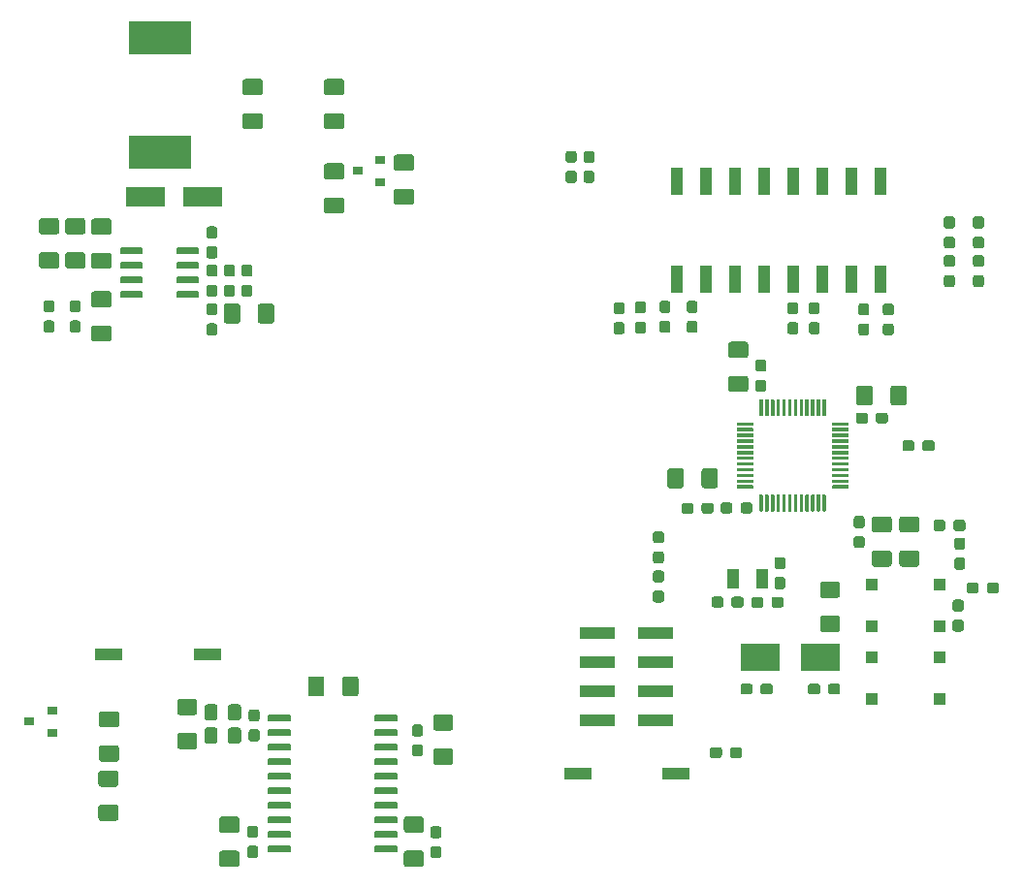
<source format=gbr>
G04 #@! TF.GenerationSoftware,KiCad,Pcbnew,5.1.5*
G04 #@! TF.CreationDate,2020-01-08T22:08:46+02:00*
G04 #@! TF.ProjectId,proto_II_assembly,70726f74-6f5f-4494-995f-617373656d62,rev?*
G04 #@! TF.SameCoordinates,Original*
G04 #@! TF.FileFunction,Paste,Top*
G04 #@! TF.FilePolarity,Positive*
%FSLAX46Y46*%
G04 Gerber Fmt 4.6, Leading zero omitted, Abs format (unit mm)*
G04 Created by KiCad (PCBNEW 5.1.5) date 2020-01-08 22:08:46*
%MOMM*%
%LPD*%
G04 APERTURE LIST*
%ADD10C,0.160000*%
%ADD11R,2.440000X1.120000*%
%ADD12R,3.150000X1.000000*%
%ADD13R,3.500000X1.800000*%
%ADD14R,3.500000X2.400000*%
%ADD15R,5.400000X2.900000*%
%ADD16R,1.120000X2.440000*%
%ADD17R,0.900000X0.800000*%
%ADD18R,1.000000X1.800000*%
%ADD19R,1.000760X1.000760*%
G04 APERTURE END LIST*
D10*
G04 #@! TO.C,R24*
G36*
X56763184Y-115177804D02*
G01*
X56787453Y-115181404D01*
X56811251Y-115187365D01*
X56834351Y-115195630D01*
X56856529Y-115206120D01*
X56877573Y-115218733D01*
X56897278Y-115233347D01*
X56915457Y-115249823D01*
X56931933Y-115268002D01*
X56946547Y-115287707D01*
X56959160Y-115308751D01*
X56969650Y-115330929D01*
X56977915Y-115354029D01*
X56983876Y-115377827D01*
X56987476Y-115402096D01*
X56988680Y-115426600D01*
X56988680Y-116351600D01*
X56987476Y-116376104D01*
X56983876Y-116400373D01*
X56977915Y-116424171D01*
X56969650Y-116447271D01*
X56959160Y-116469449D01*
X56946547Y-116490493D01*
X56931933Y-116510198D01*
X56915457Y-116528377D01*
X56897278Y-116544853D01*
X56877573Y-116559467D01*
X56856529Y-116572080D01*
X56834351Y-116582570D01*
X56811251Y-116590835D01*
X56787453Y-116596796D01*
X56763184Y-116600396D01*
X56738680Y-116601600D01*
X55488680Y-116601600D01*
X55464176Y-116600396D01*
X55439907Y-116596796D01*
X55416109Y-116590835D01*
X55393009Y-116582570D01*
X55370831Y-116572080D01*
X55349787Y-116559467D01*
X55330082Y-116544853D01*
X55311903Y-116528377D01*
X55295427Y-116510198D01*
X55280813Y-116490493D01*
X55268200Y-116469449D01*
X55257710Y-116447271D01*
X55249445Y-116424171D01*
X55243484Y-116400373D01*
X55239884Y-116376104D01*
X55238680Y-116351600D01*
X55238680Y-115426600D01*
X55239884Y-115402096D01*
X55243484Y-115377827D01*
X55249445Y-115354029D01*
X55257710Y-115330929D01*
X55268200Y-115308751D01*
X55280813Y-115287707D01*
X55295427Y-115268002D01*
X55311903Y-115249823D01*
X55330082Y-115233347D01*
X55349787Y-115218733D01*
X55370831Y-115206120D01*
X55393009Y-115195630D01*
X55416109Y-115187365D01*
X55439907Y-115181404D01*
X55464176Y-115177804D01*
X55488680Y-115176600D01*
X56738680Y-115176600D01*
X56763184Y-115177804D01*
G37*
G36*
X56763184Y-112202804D02*
G01*
X56787453Y-112206404D01*
X56811251Y-112212365D01*
X56834351Y-112220630D01*
X56856529Y-112231120D01*
X56877573Y-112243733D01*
X56897278Y-112258347D01*
X56915457Y-112274823D01*
X56931933Y-112293002D01*
X56946547Y-112312707D01*
X56959160Y-112333751D01*
X56969650Y-112355929D01*
X56977915Y-112379029D01*
X56983876Y-112402827D01*
X56987476Y-112427096D01*
X56988680Y-112451600D01*
X56988680Y-113376600D01*
X56987476Y-113401104D01*
X56983876Y-113425373D01*
X56977915Y-113449171D01*
X56969650Y-113472271D01*
X56959160Y-113494449D01*
X56946547Y-113515493D01*
X56931933Y-113535198D01*
X56915457Y-113553377D01*
X56897278Y-113569853D01*
X56877573Y-113584467D01*
X56856529Y-113597080D01*
X56834351Y-113607570D01*
X56811251Y-113615835D01*
X56787453Y-113621796D01*
X56763184Y-113625396D01*
X56738680Y-113626600D01*
X55488680Y-113626600D01*
X55464176Y-113625396D01*
X55439907Y-113621796D01*
X55416109Y-113615835D01*
X55393009Y-113607570D01*
X55370831Y-113597080D01*
X55349787Y-113584467D01*
X55330082Y-113569853D01*
X55311903Y-113553377D01*
X55295427Y-113535198D01*
X55280813Y-113515493D01*
X55268200Y-113494449D01*
X55257710Y-113472271D01*
X55249445Y-113449171D01*
X55243484Y-113425373D01*
X55239884Y-113401104D01*
X55238680Y-113376600D01*
X55238680Y-112451600D01*
X55239884Y-112427096D01*
X55243484Y-112402827D01*
X55249445Y-112379029D01*
X55257710Y-112355929D01*
X55268200Y-112333751D01*
X55280813Y-112312707D01*
X55295427Y-112293002D01*
X55311903Y-112274823D01*
X55330082Y-112258347D01*
X55349787Y-112243733D01*
X55370831Y-112231120D01*
X55393009Y-112220630D01*
X55416109Y-112212365D01*
X55439907Y-112206404D01*
X55464176Y-112202804D01*
X55488680Y-112201600D01*
X56738680Y-112201600D01*
X56763184Y-112202804D01*
G37*
G04 #@! TD*
G04 #@! TO.C,U4*
G36*
X71931703Y-118763222D02*
G01*
X71946264Y-118765382D01*
X71960543Y-118768959D01*
X71974403Y-118773918D01*
X71987710Y-118780212D01*
X72000336Y-118787780D01*
X72012159Y-118796548D01*
X72023066Y-118806434D01*
X72032952Y-118817341D01*
X72041720Y-118829164D01*
X72049288Y-118841790D01*
X72055582Y-118855097D01*
X72060541Y-118868957D01*
X72064118Y-118883236D01*
X72066278Y-118897797D01*
X72067000Y-118912500D01*
X72067000Y-119212500D01*
X72066278Y-119227203D01*
X72064118Y-119241764D01*
X72060541Y-119256043D01*
X72055582Y-119269903D01*
X72049288Y-119283210D01*
X72041720Y-119295836D01*
X72032952Y-119307659D01*
X72023066Y-119318566D01*
X72012159Y-119328452D01*
X72000336Y-119337220D01*
X71987710Y-119344788D01*
X71974403Y-119351082D01*
X71960543Y-119356041D01*
X71946264Y-119359618D01*
X71931703Y-119361778D01*
X71917000Y-119362500D01*
X70167000Y-119362500D01*
X70152297Y-119361778D01*
X70137736Y-119359618D01*
X70123457Y-119356041D01*
X70109597Y-119351082D01*
X70096290Y-119344788D01*
X70083664Y-119337220D01*
X70071841Y-119328452D01*
X70060934Y-119318566D01*
X70051048Y-119307659D01*
X70042280Y-119295836D01*
X70034712Y-119283210D01*
X70028418Y-119269903D01*
X70023459Y-119256043D01*
X70019882Y-119241764D01*
X70017722Y-119227203D01*
X70017000Y-119212500D01*
X70017000Y-118912500D01*
X70017722Y-118897797D01*
X70019882Y-118883236D01*
X70023459Y-118868957D01*
X70028418Y-118855097D01*
X70034712Y-118841790D01*
X70042280Y-118829164D01*
X70051048Y-118817341D01*
X70060934Y-118806434D01*
X70071841Y-118796548D01*
X70083664Y-118787780D01*
X70096290Y-118780212D01*
X70109597Y-118773918D01*
X70123457Y-118768959D01*
X70137736Y-118765382D01*
X70152297Y-118763222D01*
X70167000Y-118762500D01*
X71917000Y-118762500D01*
X71931703Y-118763222D01*
G37*
G36*
X71931703Y-117493222D02*
G01*
X71946264Y-117495382D01*
X71960543Y-117498959D01*
X71974403Y-117503918D01*
X71987710Y-117510212D01*
X72000336Y-117517780D01*
X72012159Y-117526548D01*
X72023066Y-117536434D01*
X72032952Y-117547341D01*
X72041720Y-117559164D01*
X72049288Y-117571790D01*
X72055582Y-117585097D01*
X72060541Y-117598957D01*
X72064118Y-117613236D01*
X72066278Y-117627797D01*
X72067000Y-117642500D01*
X72067000Y-117942500D01*
X72066278Y-117957203D01*
X72064118Y-117971764D01*
X72060541Y-117986043D01*
X72055582Y-117999903D01*
X72049288Y-118013210D01*
X72041720Y-118025836D01*
X72032952Y-118037659D01*
X72023066Y-118048566D01*
X72012159Y-118058452D01*
X72000336Y-118067220D01*
X71987710Y-118074788D01*
X71974403Y-118081082D01*
X71960543Y-118086041D01*
X71946264Y-118089618D01*
X71931703Y-118091778D01*
X71917000Y-118092500D01*
X70167000Y-118092500D01*
X70152297Y-118091778D01*
X70137736Y-118089618D01*
X70123457Y-118086041D01*
X70109597Y-118081082D01*
X70096290Y-118074788D01*
X70083664Y-118067220D01*
X70071841Y-118058452D01*
X70060934Y-118048566D01*
X70051048Y-118037659D01*
X70042280Y-118025836D01*
X70034712Y-118013210D01*
X70028418Y-117999903D01*
X70023459Y-117986043D01*
X70019882Y-117971764D01*
X70017722Y-117957203D01*
X70017000Y-117942500D01*
X70017000Y-117642500D01*
X70017722Y-117627797D01*
X70019882Y-117613236D01*
X70023459Y-117598957D01*
X70028418Y-117585097D01*
X70034712Y-117571790D01*
X70042280Y-117559164D01*
X70051048Y-117547341D01*
X70060934Y-117536434D01*
X70071841Y-117526548D01*
X70083664Y-117517780D01*
X70096290Y-117510212D01*
X70109597Y-117503918D01*
X70123457Y-117498959D01*
X70137736Y-117495382D01*
X70152297Y-117493222D01*
X70167000Y-117492500D01*
X71917000Y-117492500D01*
X71931703Y-117493222D01*
G37*
G36*
X71931703Y-116223222D02*
G01*
X71946264Y-116225382D01*
X71960543Y-116228959D01*
X71974403Y-116233918D01*
X71987710Y-116240212D01*
X72000336Y-116247780D01*
X72012159Y-116256548D01*
X72023066Y-116266434D01*
X72032952Y-116277341D01*
X72041720Y-116289164D01*
X72049288Y-116301790D01*
X72055582Y-116315097D01*
X72060541Y-116328957D01*
X72064118Y-116343236D01*
X72066278Y-116357797D01*
X72067000Y-116372500D01*
X72067000Y-116672500D01*
X72066278Y-116687203D01*
X72064118Y-116701764D01*
X72060541Y-116716043D01*
X72055582Y-116729903D01*
X72049288Y-116743210D01*
X72041720Y-116755836D01*
X72032952Y-116767659D01*
X72023066Y-116778566D01*
X72012159Y-116788452D01*
X72000336Y-116797220D01*
X71987710Y-116804788D01*
X71974403Y-116811082D01*
X71960543Y-116816041D01*
X71946264Y-116819618D01*
X71931703Y-116821778D01*
X71917000Y-116822500D01*
X70167000Y-116822500D01*
X70152297Y-116821778D01*
X70137736Y-116819618D01*
X70123457Y-116816041D01*
X70109597Y-116811082D01*
X70096290Y-116804788D01*
X70083664Y-116797220D01*
X70071841Y-116788452D01*
X70060934Y-116778566D01*
X70051048Y-116767659D01*
X70042280Y-116755836D01*
X70034712Y-116743210D01*
X70028418Y-116729903D01*
X70023459Y-116716043D01*
X70019882Y-116701764D01*
X70017722Y-116687203D01*
X70017000Y-116672500D01*
X70017000Y-116372500D01*
X70017722Y-116357797D01*
X70019882Y-116343236D01*
X70023459Y-116328957D01*
X70028418Y-116315097D01*
X70034712Y-116301790D01*
X70042280Y-116289164D01*
X70051048Y-116277341D01*
X70060934Y-116266434D01*
X70071841Y-116256548D01*
X70083664Y-116247780D01*
X70096290Y-116240212D01*
X70109597Y-116233918D01*
X70123457Y-116228959D01*
X70137736Y-116225382D01*
X70152297Y-116223222D01*
X70167000Y-116222500D01*
X71917000Y-116222500D01*
X71931703Y-116223222D01*
G37*
G36*
X71931703Y-114953222D02*
G01*
X71946264Y-114955382D01*
X71960543Y-114958959D01*
X71974403Y-114963918D01*
X71987710Y-114970212D01*
X72000336Y-114977780D01*
X72012159Y-114986548D01*
X72023066Y-114996434D01*
X72032952Y-115007341D01*
X72041720Y-115019164D01*
X72049288Y-115031790D01*
X72055582Y-115045097D01*
X72060541Y-115058957D01*
X72064118Y-115073236D01*
X72066278Y-115087797D01*
X72067000Y-115102500D01*
X72067000Y-115402500D01*
X72066278Y-115417203D01*
X72064118Y-115431764D01*
X72060541Y-115446043D01*
X72055582Y-115459903D01*
X72049288Y-115473210D01*
X72041720Y-115485836D01*
X72032952Y-115497659D01*
X72023066Y-115508566D01*
X72012159Y-115518452D01*
X72000336Y-115527220D01*
X71987710Y-115534788D01*
X71974403Y-115541082D01*
X71960543Y-115546041D01*
X71946264Y-115549618D01*
X71931703Y-115551778D01*
X71917000Y-115552500D01*
X70167000Y-115552500D01*
X70152297Y-115551778D01*
X70137736Y-115549618D01*
X70123457Y-115546041D01*
X70109597Y-115541082D01*
X70096290Y-115534788D01*
X70083664Y-115527220D01*
X70071841Y-115518452D01*
X70060934Y-115508566D01*
X70051048Y-115497659D01*
X70042280Y-115485836D01*
X70034712Y-115473210D01*
X70028418Y-115459903D01*
X70023459Y-115446043D01*
X70019882Y-115431764D01*
X70017722Y-115417203D01*
X70017000Y-115402500D01*
X70017000Y-115102500D01*
X70017722Y-115087797D01*
X70019882Y-115073236D01*
X70023459Y-115058957D01*
X70028418Y-115045097D01*
X70034712Y-115031790D01*
X70042280Y-115019164D01*
X70051048Y-115007341D01*
X70060934Y-114996434D01*
X70071841Y-114986548D01*
X70083664Y-114977780D01*
X70096290Y-114970212D01*
X70109597Y-114963918D01*
X70123457Y-114958959D01*
X70137736Y-114955382D01*
X70152297Y-114953222D01*
X70167000Y-114952500D01*
X71917000Y-114952500D01*
X71931703Y-114953222D01*
G37*
G36*
X71931703Y-113683222D02*
G01*
X71946264Y-113685382D01*
X71960543Y-113688959D01*
X71974403Y-113693918D01*
X71987710Y-113700212D01*
X72000336Y-113707780D01*
X72012159Y-113716548D01*
X72023066Y-113726434D01*
X72032952Y-113737341D01*
X72041720Y-113749164D01*
X72049288Y-113761790D01*
X72055582Y-113775097D01*
X72060541Y-113788957D01*
X72064118Y-113803236D01*
X72066278Y-113817797D01*
X72067000Y-113832500D01*
X72067000Y-114132500D01*
X72066278Y-114147203D01*
X72064118Y-114161764D01*
X72060541Y-114176043D01*
X72055582Y-114189903D01*
X72049288Y-114203210D01*
X72041720Y-114215836D01*
X72032952Y-114227659D01*
X72023066Y-114238566D01*
X72012159Y-114248452D01*
X72000336Y-114257220D01*
X71987710Y-114264788D01*
X71974403Y-114271082D01*
X71960543Y-114276041D01*
X71946264Y-114279618D01*
X71931703Y-114281778D01*
X71917000Y-114282500D01*
X70167000Y-114282500D01*
X70152297Y-114281778D01*
X70137736Y-114279618D01*
X70123457Y-114276041D01*
X70109597Y-114271082D01*
X70096290Y-114264788D01*
X70083664Y-114257220D01*
X70071841Y-114248452D01*
X70060934Y-114238566D01*
X70051048Y-114227659D01*
X70042280Y-114215836D01*
X70034712Y-114203210D01*
X70028418Y-114189903D01*
X70023459Y-114176043D01*
X70019882Y-114161764D01*
X70017722Y-114147203D01*
X70017000Y-114132500D01*
X70017000Y-113832500D01*
X70017722Y-113817797D01*
X70019882Y-113803236D01*
X70023459Y-113788957D01*
X70028418Y-113775097D01*
X70034712Y-113761790D01*
X70042280Y-113749164D01*
X70051048Y-113737341D01*
X70060934Y-113726434D01*
X70071841Y-113716548D01*
X70083664Y-113707780D01*
X70096290Y-113700212D01*
X70109597Y-113693918D01*
X70123457Y-113688959D01*
X70137736Y-113685382D01*
X70152297Y-113683222D01*
X70167000Y-113682500D01*
X71917000Y-113682500D01*
X71931703Y-113683222D01*
G37*
G36*
X71931703Y-112413222D02*
G01*
X71946264Y-112415382D01*
X71960543Y-112418959D01*
X71974403Y-112423918D01*
X71987710Y-112430212D01*
X72000336Y-112437780D01*
X72012159Y-112446548D01*
X72023066Y-112456434D01*
X72032952Y-112467341D01*
X72041720Y-112479164D01*
X72049288Y-112491790D01*
X72055582Y-112505097D01*
X72060541Y-112518957D01*
X72064118Y-112533236D01*
X72066278Y-112547797D01*
X72067000Y-112562500D01*
X72067000Y-112862500D01*
X72066278Y-112877203D01*
X72064118Y-112891764D01*
X72060541Y-112906043D01*
X72055582Y-112919903D01*
X72049288Y-112933210D01*
X72041720Y-112945836D01*
X72032952Y-112957659D01*
X72023066Y-112968566D01*
X72012159Y-112978452D01*
X72000336Y-112987220D01*
X71987710Y-112994788D01*
X71974403Y-113001082D01*
X71960543Y-113006041D01*
X71946264Y-113009618D01*
X71931703Y-113011778D01*
X71917000Y-113012500D01*
X70167000Y-113012500D01*
X70152297Y-113011778D01*
X70137736Y-113009618D01*
X70123457Y-113006041D01*
X70109597Y-113001082D01*
X70096290Y-112994788D01*
X70083664Y-112987220D01*
X70071841Y-112978452D01*
X70060934Y-112968566D01*
X70051048Y-112957659D01*
X70042280Y-112945836D01*
X70034712Y-112933210D01*
X70028418Y-112919903D01*
X70023459Y-112906043D01*
X70019882Y-112891764D01*
X70017722Y-112877203D01*
X70017000Y-112862500D01*
X70017000Y-112562500D01*
X70017722Y-112547797D01*
X70019882Y-112533236D01*
X70023459Y-112518957D01*
X70028418Y-112505097D01*
X70034712Y-112491790D01*
X70042280Y-112479164D01*
X70051048Y-112467341D01*
X70060934Y-112456434D01*
X70071841Y-112446548D01*
X70083664Y-112437780D01*
X70096290Y-112430212D01*
X70109597Y-112423918D01*
X70123457Y-112418959D01*
X70137736Y-112415382D01*
X70152297Y-112413222D01*
X70167000Y-112412500D01*
X71917000Y-112412500D01*
X71931703Y-112413222D01*
G37*
G36*
X71931703Y-111143222D02*
G01*
X71946264Y-111145382D01*
X71960543Y-111148959D01*
X71974403Y-111153918D01*
X71987710Y-111160212D01*
X72000336Y-111167780D01*
X72012159Y-111176548D01*
X72023066Y-111186434D01*
X72032952Y-111197341D01*
X72041720Y-111209164D01*
X72049288Y-111221790D01*
X72055582Y-111235097D01*
X72060541Y-111248957D01*
X72064118Y-111263236D01*
X72066278Y-111277797D01*
X72067000Y-111292500D01*
X72067000Y-111592500D01*
X72066278Y-111607203D01*
X72064118Y-111621764D01*
X72060541Y-111636043D01*
X72055582Y-111649903D01*
X72049288Y-111663210D01*
X72041720Y-111675836D01*
X72032952Y-111687659D01*
X72023066Y-111698566D01*
X72012159Y-111708452D01*
X72000336Y-111717220D01*
X71987710Y-111724788D01*
X71974403Y-111731082D01*
X71960543Y-111736041D01*
X71946264Y-111739618D01*
X71931703Y-111741778D01*
X71917000Y-111742500D01*
X70167000Y-111742500D01*
X70152297Y-111741778D01*
X70137736Y-111739618D01*
X70123457Y-111736041D01*
X70109597Y-111731082D01*
X70096290Y-111724788D01*
X70083664Y-111717220D01*
X70071841Y-111708452D01*
X70060934Y-111698566D01*
X70051048Y-111687659D01*
X70042280Y-111675836D01*
X70034712Y-111663210D01*
X70028418Y-111649903D01*
X70023459Y-111636043D01*
X70019882Y-111621764D01*
X70017722Y-111607203D01*
X70017000Y-111592500D01*
X70017000Y-111292500D01*
X70017722Y-111277797D01*
X70019882Y-111263236D01*
X70023459Y-111248957D01*
X70028418Y-111235097D01*
X70034712Y-111221790D01*
X70042280Y-111209164D01*
X70051048Y-111197341D01*
X70060934Y-111186434D01*
X70071841Y-111176548D01*
X70083664Y-111167780D01*
X70096290Y-111160212D01*
X70109597Y-111153918D01*
X70123457Y-111148959D01*
X70137736Y-111145382D01*
X70152297Y-111143222D01*
X70167000Y-111142500D01*
X71917000Y-111142500D01*
X71931703Y-111143222D01*
G37*
G36*
X71931703Y-109873222D02*
G01*
X71946264Y-109875382D01*
X71960543Y-109878959D01*
X71974403Y-109883918D01*
X71987710Y-109890212D01*
X72000336Y-109897780D01*
X72012159Y-109906548D01*
X72023066Y-109916434D01*
X72032952Y-109927341D01*
X72041720Y-109939164D01*
X72049288Y-109951790D01*
X72055582Y-109965097D01*
X72060541Y-109978957D01*
X72064118Y-109993236D01*
X72066278Y-110007797D01*
X72067000Y-110022500D01*
X72067000Y-110322500D01*
X72066278Y-110337203D01*
X72064118Y-110351764D01*
X72060541Y-110366043D01*
X72055582Y-110379903D01*
X72049288Y-110393210D01*
X72041720Y-110405836D01*
X72032952Y-110417659D01*
X72023066Y-110428566D01*
X72012159Y-110438452D01*
X72000336Y-110447220D01*
X71987710Y-110454788D01*
X71974403Y-110461082D01*
X71960543Y-110466041D01*
X71946264Y-110469618D01*
X71931703Y-110471778D01*
X71917000Y-110472500D01*
X70167000Y-110472500D01*
X70152297Y-110471778D01*
X70137736Y-110469618D01*
X70123457Y-110466041D01*
X70109597Y-110461082D01*
X70096290Y-110454788D01*
X70083664Y-110447220D01*
X70071841Y-110438452D01*
X70060934Y-110428566D01*
X70051048Y-110417659D01*
X70042280Y-110405836D01*
X70034712Y-110393210D01*
X70028418Y-110379903D01*
X70023459Y-110366043D01*
X70019882Y-110351764D01*
X70017722Y-110337203D01*
X70017000Y-110322500D01*
X70017000Y-110022500D01*
X70017722Y-110007797D01*
X70019882Y-109993236D01*
X70023459Y-109978957D01*
X70028418Y-109965097D01*
X70034712Y-109951790D01*
X70042280Y-109939164D01*
X70051048Y-109927341D01*
X70060934Y-109916434D01*
X70071841Y-109906548D01*
X70083664Y-109897780D01*
X70096290Y-109890212D01*
X70109597Y-109883918D01*
X70123457Y-109878959D01*
X70137736Y-109875382D01*
X70152297Y-109873222D01*
X70167000Y-109872500D01*
X71917000Y-109872500D01*
X71931703Y-109873222D01*
G37*
G36*
X71931703Y-108603222D02*
G01*
X71946264Y-108605382D01*
X71960543Y-108608959D01*
X71974403Y-108613918D01*
X71987710Y-108620212D01*
X72000336Y-108627780D01*
X72012159Y-108636548D01*
X72023066Y-108646434D01*
X72032952Y-108657341D01*
X72041720Y-108669164D01*
X72049288Y-108681790D01*
X72055582Y-108695097D01*
X72060541Y-108708957D01*
X72064118Y-108723236D01*
X72066278Y-108737797D01*
X72067000Y-108752500D01*
X72067000Y-109052500D01*
X72066278Y-109067203D01*
X72064118Y-109081764D01*
X72060541Y-109096043D01*
X72055582Y-109109903D01*
X72049288Y-109123210D01*
X72041720Y-109135836D01*
X72032952Y-109147659D01*
X72023066Y-109158566D01*
X72012159Y-109168452D01*
X72000336Y-109177220D01*
X71987710Y-109184788D01*
X71974403Y-109191082D01*
X71960543Y-109196041D01*
X71946264Y-109199618D01*
X71931703Y-109201778D01*
X71917000Y-109202500D01*
X70167000Y-109202500D01*
X70152297Y-109201778D01*
X70137736Y-109199618D01*
X70123457Y-109196041D01*
X70109597Y-109191082D01*
X70096290Y-109184788D01*
X70083664Y-109177220D01*
X70071841Y-109168452D01*
X70060934Y-109158566D01*
X70051048Y-109147659D01*
X70042280Y-109135836D01*
X70034712Y-109123210D01*
X70028418Y-109109903D01*
X70023459Y-109096043D01*
X70019882Y-109081764D01*
X70017722Y-109067203D01*
X70017000Y-109052500D01*
X70017000Y-108752500D01*
X70017722Y-108737797D01*
X70019882Y-108723236D01*
X70023459Y-108708957D01*
X70028418Y-108695097D01*
X70034712Y-108681790D01*
X70042280Y-108669164D01*
X70051048Y-108657341D01*
X70060934Y-108646434D01*
X70071841Y-108636548D01*
X70083664Y-108627780D01*
X70096290Y-108620212D01*
X70109597Y-108613918D01*
X70123457Y-108608959D01*
X70137736Y-108605382D01*
X70152297Y-108603222D01*
X70167000Y-108602500D01*
X71917000Y-108602500D01*
X71931703Y-108603222D01*
G37*
G36*
X71931703Y-107333222D02*
G01*
X71946264Y-107335382D01*
X71960543Y-107338959D01*
X71974403Y-107343918D01*
X71987710Y-107350212D01*
X72000336Y-107357780D01*
X72012159Y-107366548D01*
X72023066Y-107376434D01*
X72032952Y-107387341D01*
X72041720Y-107399164D01*
X72049288Y-107411790D01*
X72055582Y-107425097D01*
X72060541Y-107438957D01*
X72064118Y-107453236D01*
X72066278Y-107467797D01*
X72067000Y-107482500D01*
X72067000Y-107782500D01*
X72066278Y-107797203D01*
X72064118Y-107811764D01*
X72060541Y-107826043D01*
X72055582Y-107839903D01*
X72049288Y-107853210D01*
X72041720Y-107865836D01*
X72032952Y-107877659D01*
X72023066Y-107888566D01*
X72012159Y-107898452D01*
X72000336Y-107907220D01*
X71987710Y-107914788D01*
X71974403Y-107921082D01*
X71960543Y-107926041D01*
X71946264Y-107929618D01*
X71931703Y-107931778D01*
X71917000Y-107932500D01*
X70167000Y-107932500D01*
X70152297Y-107931778D01*
X70137736Y-107929618D01*
X70123457Y-107926041D01*
X70109597Y-107921082D01*
X70096290Y-107914788D01*
X70083664Y-107907220D01*
X70071841Y-107898452D01*
X70060934Y-107888566D01*
X70051048Y-107877659D01*
X70042280Y-107865836D01*
X70034712Y-107853210D01*
X70028418Y-107839903D01*
X70023459Y-107826043D01*
X70019882Y-107811764D01*
X70017722Y-107797203D01*
X70017000Y-107782500D01*
X70017000Y-107482500D01*
X70017722Y-107467797D01*
X70019882Y-107453236D01*
X70023459Y-107438957D01*
X70028418Y-107425097D01*
X70034712Y-107411790D01*
X70042280Y-107399164D01*
X70051048Y-107387341D01*
X70060934Y-107376434D01*
X70071841Y-107366548D01*
X70083664Y-107357780D01*
X70096290Y-107350212D01*
X70109597Y-107343918D01*
X70123457Y-107338959D01*
X70137736Y-107335382D01*
X70152297Y-107333222D01*
X70167000Y-107332500D01*
X71917000Y-107332500D01*
X71931703Y-107333222D01*
G37*
G36*
X81231703Y-107333222D02*
G01*
X81246264Y-107335382D01*
X81260543Y-107338959D01*
X81274403Y-107343918D01*
X81287710Y-107350212D01*
X81300336Y-107357780D01*
X81312159Y-107366548D01*
X81323066Y-107376434D01*
X81332952Y-107387341D01*
X81341720Y-107399164D01*
X81349288Y-107411790D01*
X81355582Y-107425097D01*
X81360541Y-107438957D01*
X81364118Y-107453236D01*
X81366278Y-107467797D01*
X81367000Y-107482500D01*
X81367000Y-107782500D01*
X81366278Y-107797203D01*
X81364118Y-107811764D01*
X81360541Y-107826043D01*
X81355582Y-107839903D01*
X81349288Y-107853210D01*
X81341720Y-107865836D01*
X81332952Y-107877659D01*
X81323066Y-107888566D01*
X81312159Y-107898452D01*
X81300336Y-107907220D01*
X81287710Y-107914788D01*
X81274403Y-107921082D01*
X81260543Y-107926041D01*
X81246264Y-107929618D01*
X81231703Y-107931778D01*
X81217000Y-107932500D01*
X79467000Y-107932500D01*
X79452297Y-107931778D01*
X79437736Y-107929618D01*
X79423457Y-107926041D01*
X79409597Y-107921082D01*
X79396290Y-107914788D01*
X79383664Y-107907220D01*
X79371841Y-107898452D01*
X79360934Y-107888566D01*
X79351048Y-107877659D01*
X79342280Y-107865836D01*
X79334712Y-107853210D01*
X79328418Y-107839903D01*
X79323459Y-107826043D01*
X79319882Y-107811764D01*
X79317722Y-107797203D01*
X79317000Y-107782500D01*
X79317000Y-107482500D01*
X79317722Y-107467797D01*
X79319882Y-107453236D01*
X79323459Y-107438957D01*
X79328418Y-107425097D01*
X79334712Y-107411790D01*
X79342280Y-107399164D01*
X79351048Y-107387341D01*
X79360934Y-107376434D01*
X79371841Y-107366548D01*
X79383664Y-107357780D01*
X79396290Y-107350212D01*
X79409597Y-107343918D01*
X79423457Y-107338959D01*
X79437736Y-107335382D01*
X79452297Y-107333222D01*
X79467000Y-107332500D01*
X81217000Y-107332500D01*
X81231703Y-107333222D01*
G37*
G36*
X81231703Y-108603222D02*
G01*
X81246264Y-108605382D01*
X81260543Y-108608959D01*
X81274403Y-108613918D01*
X81287710Y-108620212D01*
X81300336Y-108627780D01*
X81312159Y-108636548D01*
X81323066Y-108646434D01*
X81332952Y-108657341D01*
X81341720Y-108669164D01*
X81349288Y-108681790D01*
X81355582Y-108695097D01*
X81360541Y-108708957D01*
X81364118Y-108723236D01*
X81366278Y-108737797D01*
X81367000Y-108752500D01*
X81367000Y-109052500D01*
X81366278Y-109067203D01*
X81364118Y-109081764D01*
X81360541Y-109096043D01*
X81355582Y-109109903D01*
X81349288Y-109123210D01*
X81341720Y-109135836D01*
X81332952Y-109147659D01*
X81323066Y-109158566D01*
X81312159Y-109168452D01*
X81300336Y-109177220D01*
X81287710Y-109184788D01*
X81274403Y-109191082D01*
X81260543Y-109196041D01*
X81246264Y-109199618D01*
X81231703Y-109201778D01*
X81217000Y-109202500D01*
X79467000Y-109202500D01*
X79452297Y-109201778D01*
X79437736Y-109199618D01*
X79423457Y-109196041D01*
X79409597Y-109191082D01*
X79396290Y-109184788D01*
X79383664Y-109177220D01*
X79371841Y-109168452D01*
X79360934Y-109158566D01*
X79351048Y-109147659D01*
X79342280Y-109135836D01*
X79334712Y-109123210D01*
X79328418Y-109109903D01*
X79323459Y-109096043D01*
X79319882Y-109081764D01*
X79317722Y-109067203D01*
X79317000Y-109052500D01*
X79317000Y-108752500D01*
X79317722Y-108737797D01*
X79319882Y-108723236D01*
X79323459Y-108708957D01*
X79328418Y-108695097D01*
X79334712Y-108681790D01*
X79342280Y-108669164D01*
X79351048Y-108657341D01*
X79360934Y-108646434D01*
X79371841Y-108636548D01*
X79383664Y-108627780D01*
X79396290Y-108620212D01*
X79409597Y-108613918D01*
X79423457Y-108608959D01*
X79437736Y-108605382D01*
X79452297Y-108603222D01*
X79467000Y-108602500D01*
X81217000Y-108602500D01*
X81231703Y-108603222D01*
G37*
G36*
X81231703Y-109873222D02*
G01*
X81246264Y-109875382D01*
X81260543Y-109878959D01*
X81274403Y-109883918D01*
X81287710Y-109890212D01*
X81300336Y-109897780D01*
X81312159Y-109906548D01*
X81323066Y-109916434D01*
X81332952Y-109927341D01*
X81341720Y-109939164D01*
X81349288Y-109951790D01*
X81355582Y-109965097D01*
X81360541Y-109978957D01*
X81364118Y-109993236D01*
X81366278Y-110007797D01*
X81367000Y-110022500D01*
X81367000Y-110322500D01*
X81366278Y-110337203D01*
X81364118Y-110351764D01*
X81360541Y-110366043D01*
X81355582Y-110379903D01*
X81349288Y-110393210D01*
X81341720Y-110405836D01*
X81332952Y-110417659D01*
X81323066Y-110428566D01*
X81312159Y-110438452D01*
X81300336Y-110447220D01*
X81287710Y-110454788D01*
X81274403Y-110461082D01*
X81260543Y-110466041D01*
X81246264Y-110469618D01*
X81231703Y-110471778D01*
X81217000Y-110472500D01*
X79467000Y-110472500D01*
X79452297Y-110471778D01*
X79437736Y-110469618D01*
X79423457Y-110466041D01*
X79409597Y-110461082D01*
X79396290Y-110454788D01*
X79383664Y-110447220D01*
X79371841Y-110438452D01*
X79360934Y-110428566D01*
X79351048Y-110417659D01*
X79342280Y-110405836D01*
X79334712Y-110393210D01*
X79328418Y-110379903D01*
X79323459Y-110366043D01*
X79319882Y-110351764D01*
X79317722Y-110337203D01*
X79317000Y-110322500D01*
X79317000Y-110022500D01*
X79317722Y-110007797D01*
X79319882Y-109993236D01*
X79323459Y-109978957D01*
X79328418Y-109965097D01*
X79334712Y-109951790D01*
X79342280Y-109939164D01*
X79351048Y-109927341D01*
X79360934Y-109916434D01*
X79371841Y-109906548D01*
X79383664Y-109897780D01*
X79396290Y-109890212D01*
X79409597Y-109883918D01*
X79423457Y-109878959D01*
X79437736Y-109875382D01*
X79452297Y-109873222D01*
X79467000Y-109872500D01*
X81217000Y-109872500D01*
X81231703Y-109873222D01*
G37*
G36*
X81231703Y-111143222D02*
G01*
X81246264Y-111145382D01*
X81260543Y-111148959D01*
X81274403Y-111153918D01*
X81287710Y-111160212D01*
X81300336Y-111167780D01*
X81312159Y-111176548D01*
X81323066Y-111186434D01*
X81332952Y-111197341D01*
X81341720Y-111209164D01*
X81349288Y-111221790D01*
X81355582Y-111235097D01*
X81360541Y-111248957D01*
X81364118Y-111263236D01*
X81366278Y-111277797D01*
X81367000Y-111292500D01*
X81367000Y-111592500D01*
X81366278Y-111607203D01*
X81364118Y-111621764D01*
X81360541Y-111636043D01*
X81355582Y-111649903D01*
X81349288Y-111663210D01*
X81341720Y-111675836D01*
X81332952Y-111687659D01*
X81323066Y-111698566D01*
X81312159Y-111708452D01*
X81300336Y-111717220D01*
X81287710Y-111724788D01*
X81274403Y-111731082D01*
X81260543Y-111736041D01*
X81246264Y-111739618D01*
X81231703Y-111741778D01*
X81217000Y-111742500D01*
X79467000Y-111742500D01*
X79452297Y-111741778D01*
X79437736Y-111739618D01*
X79423457Y-111736041D01*
X79409597Y-111731082D01*
X79396290Y-111724788D01*
X79383664Y-111717220D01*
X79371841Y-111708452D01*
X79360934Y-111698566D01*
X79351048Y-111687659D01*
X79342280Y-111675836D01*
X79334712Y-111663210D01*
X79328418Y-111649903D01*
X79323459Y-111636043D01*
X79319882Y-111621764D01*
X79317722Y-111607203D01*
X79317000Y-111592500D01*
X79317000Y-111292500D01*
X79317722Y-111277797D01*
X79319882Y-111263236D01*
X79323459Y-111248957D01*
X79328418Y-111235097D01*
X79334712Y-111221790D01*
X79342280Y-111209164D01*
X79351048Y-111197341D01*
X79360934Y-111186434D01*
X79371841Y-111176548D01*
X79383664Y-111167780D01*
X79396290Y-111160212D01*
X79409597Y-111153918D01*
X79423457Y-111148959D01*
X79437736Y-111145382D01*
X79452297Y-111143222D01*
X79467000Y-111142500D01*
X81217000Y-111142500D01*
X81231703Y-111143222D01*
G37*
G36*
X81231703Y-112413222D02*
G01*
X81246264Y-112415382D01*
X81260543Y-112418959D01*
X81274403Y-112423918D01*
X81287710Y-112430212D01*
X81300336Y-112437780D01*
X81312159Y-112446548D01*
X81323066Y-112456434D01*
X81332952Y-112467341D01*
X81341720Y-112479164D01*
X81349288Y-112491790D01*
X81355582Y-112505097D01*
X81360541Y-112518957D01*
X81364118Y-112533236D01*
X81366278Y-112547797D01*
X81367000Y-112562500D01*
X81367000Y-112862500D01*
X81366278Y-112877203D01*
X81364118Y-112891764D01*
X81360541Y-112906043D01*
X81355582Y-112919903D01*
X81349288Y-112933210D01*
X81341720Y-112945836D01*
X81332952Y-112957659D01*
X81323066Y-112968566D01*
X81312159Y-112978452D01*
X81300336Y-112987220D01*
X81287710Y-112994788D01*
X81274403Y-113001082D01*
X81260543Y-113006041D01*
X81246264Y-113009618D01*
X81231703Y-113011778D01*
X81217000Y-113012500D01*
X79467000Y-113012500D01*
X79452297Y-113011778D01*
X79437736Y-113009618D01*
X79423457Y-113006041D01*
X79409597Y-113001082D01*
X79396290Y-112994788D01*
X79383664Y-112987220D01*
X79371841Y-112978452D01*
X79360934Y-112968566D01*
X79351048Y-112957659D01*
X79342280Y-112945836D01*
X79334712Y-112933210D01*
X79328418Y-112919903D01*
X79323459Y-112906043D01*
X79319882Y-112891764D01*
X79317722Y-112877203D01*
X79317000Y-112862500D01*
X79317000Y-112562500D01*
X79317722Y-112547797D01*
X79319882Y-112533236D01*
X79323459Y-112518957D01*
X79328418Y-112505097D01*
X79334712Y-112491790D01*
X79342280Y-112479164D01*
X79351048Y-112467341D01*
X79360934Y-112456434D01*
X79371841Y-112446548D01*
X79383664Y-112437780D01*
X79396290Y-112430212D01*
X79409597Y-112423918D01*
X79423457Y-112418959D01*
X79437736Y-112415382D01*
X79452297Y-112413222D01*
X79467000Y-112412500D01*
X81217000Y-112412500D01*
X81231703Y-112413222D01*
G37*
G36*
X81231703Y-113683222D02*
G01*
X81246264Y-113685382D01*
X81260543Y-113688959D01*
X81274403Y-113693918D01*
X81287710Y-113700212D01*
X81300336Y-113707780D01*
X81312159Y-113716548D01*
X81323066Y-113726434D01*
X81332952Y-113737341D01*
X81341720Y-113749164D01*
X81349288Y-113761790D01*
X81355582Y-113775097D01*
X81360541Y-113788957D01*
X81364118Y-113803236D01*
X81366278Y-113817797D01*
X81367000Y-113832500D01*
X81367000Y-114132500D01*
X81366278Y-114147203D01*
X81364118Y-114161764D01*
X81360541Y-114176043D01*
X81355582Y-114189903D01*
X81349288Y-114203210D01*
X81341720Y-114215836D01*
X81332952Y-114227659D01*
X81323066Y-114238566D01*
X81312159Y-114248452D01*
X81300336Y-114257220D01*
X81287710Y-114264788D01*
X81274403Y-114271082D01*
X81260543Y-114276041D01*
X81246264Y-114279618D01*
X81231703Y-114281778D01*
X81217000Y-114282500D01*
X79467000Y-114282500D01*
X79452297Y-114281778D01*
X79437736Y-114279618D01*
X79423457Y-114276041D01*
X79409597Y-114271082D01*
X79396290Y-114264788D01*
X79383664Y-114257220D01*
X79371841Y-114248452D01*
X79360934Y-114238566D01*
X79351048Y-114227659D01*
X79342280Y-114215836D01*
X79334712Y-114203210D01*
X79328418Y-114189903D01*
X79323459Y-114176043D01*
X79319882Y-114161764D01*
X79317722Y-114147203D01*
X79317000Y-114132500D01*
X79317000Y-113832500D01*
X79317722Y-113817797D01*
X79319882Y-113803236D01*
X79323459Y-113788957D01*
X79328418Y-113775097D01*
X79334712Y-113761790D01*
X79342280Y-113749164D01*
X79351048Y-113737341D01*
X79360934Y-113726434D01*
X79371841Y-113716548D01*
X79383664Y-113707780D01*
X79396290Y-113700212D01*
X79409597Y-113693918D01*
X79423457Y-113688959D01*
X79437736Y-113685382D01*
X79452297Y-113683222D01*
X79467000Y-113682500D01*
X81217000Y-113682500D01*
X81231703Y-113683222D01*
G37*
G36*
X81231703Y-114953222D02*
G01*
X81246264Y-114955382D01*
X81260543Y-114958959D01*
X81274403Y-114963918D01*
X81287710Y-114970212D01*
X81300336Y-114977780D01*
X81312159Y-114986548D01*
X81323066Y-114996434D01*
X81332952Y-115007341D01*
X81341720Y-115019164D01*
X81349288Y-115031790D01*
X81355582Y-115045097D01*
X81360541Y-115058957D01*
X81364118Y-115073236D01*
X81366278Y-115087797D01*
X81367000Y-115102500D01*
X81367000Y-115402500D01*
X81366278Y-115417203D01*
X81364118Y-115431764D01*
X81360541Y-115446043D01*
X81355582Y-115459903D01*
X81349288Y-115473210D01*
X81341720Y-115485836D01*
X81332952Y-115497659D01*
X81323066Y-115508566D01*
X81312159Y-115518452D01*
X81300336Y-115527220D01*
X81287710Y-115534788D01*
X81274403Y-115541082D01*
X81260543Y-115546041D01*
X81246264Y-115549618D01*
X81231703Y-115551778D01*
X81217000Y-115552500D01*
X79467000Y-115552500D01*
X79452297Y-115551778D01*
X79437736Y-115549618D01*
X79423457Y-115546041D01*
X79409597Y-115541082D01*
X79396290Y-115534788D01*
X79383664Y-115527220D01*
X79371841Y-115518452D01*
X79360934Y-115508566D01*
X79351048Y-115497659D01*
X79342280Y-115485836D01*
X79334712Y-115473210D01*
X79328418Y-115459903D01*
X79323459Y-115446043D01*
X79319882Y-115431764D01*
X79317722Y-115417203D01*
X79317000Y-115402500D01*
X79317000Y-115102500D01*
X79317722Y-115087797D01*
X79319882Y-115073236D01*
X79323459Y-115058957D01*
X79328418Y-115045097D01*
X79334712Y-115031790D01*
X79342280Y-115019164D01*
X79351048Y-115007341D01*
X79360934Y-114996434D01*
X79371841Y-114986548D01*
X79383664Y-114977780D01*
X79396290Y-114970212D01*
X79409597Y-114963918D01*
X79423457Y-114958959D01*
X79437736Y-114955382D01*
X79452297Y-114953222D01*
X79467000Y-114952500D01*
X81217000Y-114952500D01*
X81231703Y-114953222D01*
G37*
G36*
X81231703Y-116223222D02*
G01*
X81246264Y-116225382D01*
X81260543Y-116228959D01*
X81274403Y-116233918D01*
X81287710Y-116240212D01*
X81300336Y-116247780D01*
X81312159Y-116256548D01*
X81323066Y-116266434D01*
X81332952Y-116277341D01*
X81341720Y-116289164D01*
X81349288Y-116301790D01*
X81355582Y-116315097D01*
X81360541Y-116328957D01*
X81364118Y-116343236D01*
X81366278Y-116357797D01*
X81367000Y-116372500D01*
X81367000Y-116672500D01*
X81366278Y-116687203D01*
X81364118Y-116701764D01*
X81360541Y-116716043D01*
X81355582Y-116729903D01*
X81349288Y-116743210D01*
X81341720Y-116755836D01*
X81332952Y-116767659D01*
X81323066Y-116778566D01*
X81312159Y-116788452D01*
X81300336Y-116797220D01*
X81287710Y-116804788D01*
X81274403Y-116811082D01*
X81260543Y-116816041D01*
X81246264Y-116819618D01*
X81231703Y-116821778D01*
X81217000Y-116822500D01*
X79467000Y-116822500D01*
X79452297Y-116821778D01*
X79437736Y-116819618D01*
X79423457Y-116816041D01*
X79409597Y-116811082D01*
X79396290Y-116804788D01*
X79383664Y-116797220D01*
X79371841Y-116788452D01*
X79360934Y-116778566D01*
X79351048Y-116767659D01*
X79342280Y-116755836D01*
X79334712Y-116743210D01*
X79328418Y-116729903D01*
X79323459Y-116716043D01*
X79319882Y-116701764D01*
X79317722Y-116687203D01*
X79317000Y-116672500D01*
X79317000Y-116372500D01*
X79317722Y-116357797D01*
X79319882Y-116343236D01*
X79323459Y-116328957D01*
X79328418Y-116315097D01*
X79334712Y-116301790D01*
X79342280Y-116289164D01*
X79351048Y-116277341D01*
X79360934Y-116266434D01*
X79371841Y-116256548D01*
X79383664Y-116247780D01*
X79396290Y-116240212D01*
X79409597Y-116233918D01*
X79423457Y-116228959D01*
X79437736Y-116225382D01*
X79452297Y-116223222D01*
X79467000Y-116222500D01*
X81217000Y-116222500D01*
X81231703Y-116223222D01*
G37*
G36*
X81231703Y-117493222D02*
G01*
X81246264Y-117495382D01*
X81260543Y-117498959D01*
X81274403Y-117503918D01*
X81287710Y-117510212D01*
X81300336Y-117517780D01*
X81312159Y-117526548D01*
X81323066Y-117536434D01*
X81332952Y-117547341D01*
X81341720Y-117559164D01*
X81349288Y-117571790D01*
X81355582Y-117585097D01*
X81360541Y-117598957D01*
X81364118Y-117613236D01*
X81366278Y-117627797D01*
X81367000Y-117642500D01*
X81367000Y-117942500D01*
X81366278Y-117957203D01*
X81364118Y-117971764D01*
X81360541Y-117986043D01*
X81355582Y-117999903D01*
X81349288Y-118013210D01*
X81341720Y-118025836D01*
X81332952Y-118037659D01*
X81323066Y-118048566D01*
X81312159Y-118058452D01*
X81300336Y-118067220D01*
X81287710Y-118074788D01*
X81274403Y-118081082D01*
X81260543Y-118086041D01*
X81246264Y-118089618D01*
X81231703Y-118091778D01*
X81217000Y-118092500D01*
X79467000Y-118092500D01*
X79452297Y-118091778D01*
X79437736Y-118089618D01*
X79423457Y-118086041D01*
X79409597Y-118081082D01*
X79396290Y-118074788D01*
X79383664Y-118067220D01*
X79371841Y-118058452D01*
X79360934Y-118048566D01*
X79351048Y-118037659D01*
X79342280Y-118025836D01*
X79334712Y-118013210D01*
X79328418Y-117999903D01*
X79323459Y-117986043D01*
X79319882Y-117971764D01*
X79317722Y-117957203D01*
X79317000Y-117942500D01*
X79317000Y-117642500D01*
X79317722Y-117627797D01*
X79319882Y-117613236D01*
X79323459Y-117598957D01*
X79328418Y-117585097D01*
X79334712Y-117571790D01*
X79342280Y-117559164D01*
X79351048Y-117547341D01*
X79360934Y-117536434D01*
X79371841Y-117526548D01*
X79383664Y-117517780D01*
X79396290Y-117510212D01*
X79409597Y-117503918D01*
X79423457Y-117498959D01*
X79437736Y-117495382D01*
X79452297Y-117493222D01*
X79467000Y-117492500D01*
X81217000Y-117492500D01*
X81231703Y-117493222D01*
G37*
G36*
X81231703Y-118763222D02*
G01*
X81246264Y-118765382D01*
X81260543Y-118768959D01*
X81274403Y-118773918D01*
X81287710Y-118780212D01*
X81300336Y-118787780D01*
X81312159Y-118796548D01*
X81323066Y-118806434D01*
X81332952Y-118817341D01*
X81341720Y-118829164D01*
X81349288Y-118841790D01*
X81355582Y-118855097D01*
X81360541Y-118868957D01*
X81364118Y-118883236D01*
X81366278Y-118897797D01*
X81367000Y-118912500D01*
X81367000Y-119212500D01*
X81366278Y-119227203D01*
X81364118Y-119241764D01*
X81360541Y-119256043D01*
X81355582Y-119269903D01*
X81349288Y-119283210D01*
X81341720Y-119295836D01*
X81332952Y-119307659D01*
X81323066Y-119318566D01*
X81312159Y-119328452D01*
X81300336Y-119337220D01*
X81287710Y-119344788D01*
X81274403Y-119351082D01*
X81260543Y-119356041D01*
X81246264Y-119359618D01*
X81231703Y-119361778D01*
X81217000Y-119362500D01*
X79467000Y-119362500D01*
X79452297Y-119361778D01*
X79437736Y-119359618D01*
X79423457Y-119356041D01*
X79409597Y-119351082D01*
X79396290Y-119344788D01*
X79383664Y-119337220D01*
X79371841Y-119328452D01*
X79360934Y-119318566D01*
X79351048Y-119307659D01*
X79342280Y-119295836D01*
X79334712Y-119283210D01*
X79328418Y-119269903D01*
X79323459Y-119256043D01*
X79319882Y-119241764D01*
X79317722Y-119227203D01*
X79317000Y-119212500D01*
X79317000Y-118912500D01*
X79317722Y-118897797D01*
X79319882Y-118883236D01*
X79323459Y-118868957D01*
X79328418Y-118855097D01*
X79334712Y-118841790D01*
X79342280Y-118829164D01*
X79351048Y-118817341D01*
X79360934Y-118806434D01*
X79371841Y-118796548D01*
X79383664Y-118787780D01*
X79396290Y-118780212D01*
X79409597Y-118773918D01*
X79423457Y-118768959D01*
X79437736Y-118765382D01*
X79452297Y-118763222D01*
X79467000Y-118762500D01*
X81217000Y-118762500D01*
X81231703Y-118763222D01*
G37*
G04 #@! TD*
G04 #@! TO.C,C36*
G36*
X74737224Y-103977404D02*
G01*
X74761493Y-103981004D01*
X74785291Y-103986965D01*
X74808391Y-103995230D01*
X74830569Y-104005720D01*
X74851613Y-104018333D01*
X74871318Y-104032947D01*
X74889497Y-104049423D01*
X74905973Y-104067602D01*
X74920587Y-104087307D01*
X74933200Y-104108351D01*
X74943690Y-104130529D01*
X74951955Y-104153629D01*
X74957916Y-104177427D01*
X74961516Y-104201696D01*
X74962720Y-104226200D01*
X74962720Y-105476200D01*
X74961516Y-105500704D01*
X74957916Y-105524973D01*
X74951955Y-105548771D01*
X74943690Y-105571871D01*
X74933200Y-105594049D01*
X74920587Y-105615093D01*
X74905973Y-105634798D01*
X74889497Y-105652977D01*
X74871318Y-105669453D01*
X74851613Y-105684067D01*
X74830569Y-105696680D01*
X74808391Y-105707170D01*
X74785291Y-105715435D01*
X74761493Y-105721396D01*
X74737224Y-105724996D01*
X74712720Y-105726200D01*
X73787720Y-105726200D01*
X73763216Y-105724996D01*
X73738947Y-105721396D01*
X73715149Y-105715435D01*
X73692049Y-105707170D01*
X73669871Y-105696680D01*
X73648827Y-105684067D01*
X73629122Y-105669453D01*
X73610943Y-105652977D01*
X73594467Y-105634798D01*
X73579853Y-105615093D01*
X73567240Y-105594049D01*
X73556750Y-105571871D01*
X73548485Y-105548771D01*
X73542524Y-105524973D01*
X73538924Y-105500704D01*
X73537720Y-105476200D01*
X73537720Y-104226200D01*
X73538924Y-104201696D01*
X73542524Y-104177427D01*
X73548485Y-104153629D01*
X73556750Y-104130529D01*
X73567240Y-104108351D01*
X73579853Y-104087307D01*
X73594467Y-104067602D01*
X73610943Y-104049423D01*
X73629122Y-104032947D01*
X73648827Y-104018333D01*
X73669871Y-104005720D01*
X73692049Y-103995230D01*
X73715149Y-103986965D01*
X73738947Y-103981004D01*
X73763216Y-103977404D01*
X73787720Y-103976200D01*
X74712720Y-103976200D01*
X74737224Y-103977404D01*
G37*
G36*
X77712224Y-103977404D02*
G01*
X77736493Y-103981004D01*
X77760291Y-103986965D01*
X77783391Y-103995230D01*
X77805569Y-104005720D01*
X77826613Y-104018333D01*
X77846318Y-104032947D01*
X77864497Y-104049423D01*
X77880973Y-104067602D01*
X77895587Y-104087307D01*
X77908200Y-104108351D01*
X77918690Y-104130529D01*
X77926955Y-104153629D01*
X77932916Y-104177427D01*
X77936516Y-104201696D01*
X77937720Y-104226200D01*
X77937720Y-105476200D01*
X77936516Y-105500704D01*
X77932916Y-105524973D01*
X77926955Y-105548771D01*
X77918690Y-105571871D01*
X77908200Y-105594049D01*
X77895587Y-105615093D01*
X77880973Y-105634798D01*
X77864497Y-105652977D01*
X77846318Y-105669453D01*
X77826613Y-105684067D01*
X77805569Y-105696680D01*
X77783391Y-105707170D01*
X77760291Y-105715435D01*
X77736493Y-105721396D01*
X77712224Y-105724996D01*
X77687720Y-105726200D01*
X76762720Y-105726200D01*
X76738216Y-105724996D01*
X76713947Y-105721396D01*
X76690149Y-105715435D01*
X76667049Y-105707170D01*
X76644871Y-105696680D01*
X76623827Y-105684067D01*
X76604122Y-105669453D01*
X76585943Y-105652977D01*
X76569467Y-105634798D01*
X76554853Y-105615093D01*
X76542240Y-105594049D01*
X76531750Y-105571871D01*
X76523485Y-105548771D01*
X76517524Y-105524973D01*
X76513924Y-105500704D01*
X76512720Y-105476200D01*
X76512720Y-104226200D01*
X76513924Y-104201696D01*
X76517524Y-104177427D01*
X76523485Y-104153629D01*
X76531750Y-104130529D01*
X76542240Y-104108351D01*
X76554853Y-104087307D01*
X76569467Y-104067602D01*
X76585943Y-104049423D01*
X76604122Y-104032947D01*
X76623827Y-104018333D01*
X76644871Y-104005720D01*
X76667049Y-103995230D01*
X76690149Y-103986965D01*
X76713947Y-103981004D01*
X76738216Y-103977404D01*
X76762720Y-103976200D01*
X77687720Y-103976200D01*
X77712224Y-103977404D01*
G37*
G04 #@! TD*
D11*
G04 #@! TO.C,JP1*
X56147000Y-102108000D03*
X64757000Y-102108000D03*
G04 #@! TD*
D12*
G04 #@! TO.C,J8*
X103871000Y-107823000D03*
X98821000Y-107823000D03*
X103871000Y-105283000D03*
X98821000Y-105283000D03*
X103871000Y-102743000D03*
X98821000Y-102743000D03*
X103871000Y-100203000D03*
X98821000Y-100203000D03*
G04 #@! TD*
D10*
G04 #@! TO.C,R1*
G36*
X128020679Y-83371544D02*
G01*
X128043734Y-83374963D01*
X128066343Y-83380627D01*
X128088287Y-83388479D01*
X128109357Y-83398444D01*
X128129348Y-83410426D01*
X128148068Y-83424310D01*
X128165338Y-83439962D01*
X128180990Y-83457232D01*
X128194874Y-83475952D01*
X128206856Y-83495943D01*
X128216821Y-83517013D01*
X128224673Y-83538957D01*
X128230337Y-83561566D01*
X128233756Y-83584621D01*
X128234900Y-83607900D01*
X128234900Y-84082900D01*
X128233756Y-84106179D01*
X128230337Y-84129234D01*
X128224673Y-84151843D01*
X128216821Y-84173787D01*
X128206856Y-84194857D01*
X128194874Y-84214848D01*
X128180990Y-84233568D01*
X128165338Y-84250838D01*
X128148068Y-84266490D01*
X128129348Y-84280374D01*
X128109357Y-84292356D01*
X128088287Y-84302321D01*
X128066343Y-84310173D01*
X128043734Y-84315837D01*
X128020679Y-84319256D01*
X127997400Y-84320400D01*
X127422400Y-84320400D01*
X127399121Y-84319256D01*
X127376066Y-84315837D01*
X127353457Y-84310173D01*
X127331513Y-84302321D01*
X127310443Y-84292356D01*
X127290452Y-84280374D01*
X127271732Y-84266490D01*
X127254462Y-84250838D01*
X127238810Y-84233568D01*
X127224926Y-84214848D01*
X127212944Y-84194857D01*
X127202979Y-84173787D01*
X127195127Y-84151843D01*
X127189463Y-84129234D01*
X127186044Y-84106179D01*
X127184900Y-84082900D01*
X127184900Y-83607900D01*
X127186044Y-83584621D01*
X127189463Y-83561566D01*
X127195127Y-83538957D01*
X127202979Y-83517013D01*
X127212944Y-83495943D01*
X127224926Y-83475952D01*
X127238810Y-83457232D01*
X127254462Y-83439962D01*
X127271732Y-83424310D01*
X127290452Y-83410426D01*
X127310443Y-83398444D01*
X127331513Y-83388479D01*
X127353457Y-83380627D01*
X127376066Y-83374963D01*
X127399121Y-83371544D01*
X127422400Y-83370400D01*
X127997400Y-83370400D01*
X128020679Y-83371544D01*
G37*
G36*
X126270679Y-83371544D02*
G01*
X126293734Y-83374963D01*
X126316343Y-83380627D01*
X126338287Y-83388479D01*
X126359357Y-83398444D01*
X126379348Y-83410426D01*
X126398068Y-83424310D01*
X126415338Y-83439962D01*
X126430990Y-83457232D01*
X126444874Y-83475952D01*
X126456856Y-83495943D01*
X126466821Y-83517013D01*
X126474673Y-83538957D01*
X126480337Y-83561566D01*
X126483756Y-83584621D01*
X126484900Y-83607900D01*
X126484900Y-84082900D01*
X126483756Y-84106179D01*
X126480337Y-84129234D01*
X126474673Y-84151843D01*
X126466821Y-84173787D01*
X126456856Y-84194857D01*
X126444874Y-84214848D01*
X126430990Y-84233568D01*
X126415338Y-84250838D01*
X126398068Y-84266490D01*
X126379348Y-84280374D01*
X126359357Y-84292356D01*
X126338287Y-84302321D01*
X126316343Y-84310173D01*
X126293734Y-84315837D01*
X126270679Y-84319256D01*
X126247400Y-84320400D01*
X125672400Y-84320400D01*
X125649121Y-84319256D01*
X125626066Y-84315837D01*
X125603457Y-84310173D01*
X125581513Y-84302321D01*
X125560443Y-84292356D01*
X125540452Y-84280374D01*
X125521732Y-84266490D01*
X125504462Y-84250838D01*
X125488810Y-84233568D01*
X125474926Y-84214848D01*
X125462944Y-84194857D01*
X125452979Y-84173787D01*
X125445127Y-84151843D01*
X125439463Y-84129234D01*
X125436044Y-84106179D01*
X125434900Y-84082900D01*
X125434900Y-83607900D01*
X125436044Y-83584621D01*
X125439463Y-83561566D01*
X125445127Y-83538957D01*
X125452979Y-83517013D01*
X125462944Y-83495943D01*
X125474926Y-83475952D01*
X125488810Y-83457232D01*
X125504462Y-83439962D01*
X125521732Y-83424310D01*
X125540452Y-83410426D01*
X125560443Y-83398444D01*
X125581513Y-83388479D01*
X125603457Y-83380627D01*
X125626066Y-83374963D01*
X125649121Y-83371544D01*
X125672400Y-83370400D01*
X126247400Y-83370400D01*
X126270679Y-83371544D01*
G37*
G04 #@! TD*
D11*
G04 #@! TO.C,JP2*
X105701800Y-112522000D03*
X97091800Y-112522000D03*
G04 #@! TD*
D10*
G04 #@! TO.C,L3*
G36*
X67478005Y-106425704D02*
G01*
X67502273Y-106429304D01*
X67526072Y-106435265D01*
X67549171Y-106443530D01*
X67571350Y-106454020D01*
X67592393Y-106466632D01*
X67612099Y-106481247D01*
X67630277Y-106497723D01*
X67646753Y-106515901D01*
X67661368Y-106535607D01*
X67673980Y-106556650D01*
X67684470Y-106578829D01*
X67692735Y-106601928D01*
X67698696Y-106625727D01*
X67702296Y-106649995D01*
X67703500Y-106674499D01*
X67703500Y-107574501D01*
X67702296Y-107599005D01*
X67698696Y-107623273D01*
X67692735Y-107647072D01*
X67684470Y-107670171D01*
X67673980Y-107692350D01*
X67661368Y-107713393D01*
X67646753Y-107733099D01*
X67630277Y-107751277D01*
X67612099Y-107767753D01*
X67592393Y-107782368D01*
X67571350Y-107794980D01*
X67549171Y-107805470D01*
X67526072Y-107813735D01*
X67502273Y-107819696D01*
X67478005Y-107823296D01*
X67453501Y-107824500D01*
X66803499Y-107824500D01*
X66778995Y-107823296D01*
X66754727Y-107819696D01*
X66730928Y-107813735D01*
X66707829Y-107805470D01*
X66685650Y-107794980D01*
X66664607Y-107782368D01*
X66644901Y-107767753D01*
X66626723Y-107751277D01*
X66610247Y-107733099D01*
X66595632Y-107713393D01*
X66583020Y-107692350D01*
X66572530Y-107670171D01*
X66564265Y-107647072D01*
X66558304Y-107623273D01*
X66554704Y-107599005D01*
X66553500Y-107574501D01*
X66553500Y-106674499D01*
X66554704Y-106649995D01*
X66558304Y-106625727D01*
X66564265Y-106601928D01*
X66572530Y-106578829D01*
X66583020Y-106556650D01*
X66595632Y-106535607D01*
X66610247Y-106515901D01*
X66626723Y-106497723D01*
X66644901Y-106481247D01*
X66664607Y-106466632D01*
X66685650Y-106454020D01*
X66707829Y-106443530D01*
X66730928Y-106435265D01*
X66754727Y-106429304D01*
X66778995Y-106425704D01*
X66803499Y-106424500D01*
X67453501Y-106424500D01*
X67478005Y-106425704D01*
G37*
G36*
X65428005Y-106425704D02*
G01*
X65452273Y-106429304D01*
X65476072Y-106435265D01*
X65499171Y-106443530D01*
X65521350Y-106454020D01*
X65542393Y-106466632D01*
X65562099Y-106481247D01*
X65580277Y-106497723D01*
X65596753Y-106515901D01*
X65611368Y-106535607D01*
X65623980Y-106556650D01*
X65634470Y-106578829D01*
X65642735Y-106601928D01*
X65648696Y-106625727D01*
X65652296Y-106649995D01*
X65653500Y-106674499D01*
X65653500Y-107574501D01*
X65652296Y-107599005D01*
X65648696Y-107623273D01*
X65642735Y-107647072D01*
X65634470Y-107670171D01*
X65623980Y-107692350D01*
X65611368Y-107713393D01*
X65596753Y-107733099D01*
X65580277Y-107751277D01*
X65562099Y-107767753D01*
X65542393Y-107782368D01*
X65521350Y-107794980D01*
X65499171Y-107805470D01*
X65476072Y-107813735D01*
X65452273Y-107819696D01*
X65428005Y-107823296D01*
X65403501Y-107824500D01*
X64753499Y-107824500D01*
X64728995Y-107823296D01*
X64704727Y-107819696D01*
X64680928Y-107813735D01*
X64657829Y-107805470D01*
X64635650Y-107794980D01*
X64614607Y-107782368D01*
X64594901Y-107767753D01*
X64576723Y-107751277D01*
X64560247Y-107733099D01*
X64545632Y-107713393D01*
X64533020Y-107692350D01*
X64522530Y-107670171D01*
X64514265Y-107647072D01*
X64508304Y-107623273D01*
X64504704Y-107599005D01*
X64503500Y-107574501D01*
X64503500Y-106674499D01*
X64504704Y-106649995D01*
X64508304Y-106625727D01*
X64514265Y-106601928D01*
X64522530Y-106578829D01*
X64533020Y-106556650D01*
X64545632Y-106535607D01*
X64560247Y-106515901D01*
X64576723Y-106497723D01*
X64594901Y-106481247D01*
X64614607Y-106466632D01*
X64635650Y-106454020D01*
X64657829Y-106443530D01*
X64680928Y-106435265D01*
X64704727Y-106429304D01*
X64728995Y-106425704D01*
X64753499Y-106424500D01*
X65403501Y-106424500D01*
X65428005Y-106425704D01*
G37*
G04 #@! TD*
G04 #@! TO.C,L2*
G36*
X65419005Y-108457704D02*
G01*
X65443273Y-108461304D01*
X65467072Y-108467265D01*
X65490171Y-108475530D01*
X65512350Y-108486020D01*
X65533393Y-108498632D01*
X65553099Y-108513247D01*
X65571277Y-108529723D01*
X65587753Y-108547901D01*
X65602368Y-108567607D01*
X65614980Y-108588650D01*
X65625470Y-108610829D01*
X65633735Y-108633928D01*
X65639696Y-108657727D01*
X65643296Y-108681995D01*
X65644500Y-108706499D01*
X65644500Y-109606501D01*
X65643296Y-109631005D01*
X65639696Y-109655273D01*
X65633735Y-109679072D01*
X65625470Y-109702171D01*
X65614980Y-109724350D01*
X65602368Y-109745393D01*
X65587753Y-109765099D01*
X65571277Y-109783277D01*
X65553099Y-109799753D01*
X65533393Y-109814368D01*
X65512350Y-109826980D01*
X65490171Y-109837470D01*
X65467072Y-109845735D01*
X65443273Y-109851696D01*
X65419005Y-109855296D01*
X65394501Y-109856500D01*
X64744499Y-109856500D01*
X64719995Y-109855296D01*
X64695727Y-109851696D01*
X64671928Y-109845735D01*
X64648829Y-109837470D01*
X64626650Y-109826980D01*
X64605607Y-109814368D01*
X64585901Y-109799753D01*
X64567723Y-109783277D01*
X64551247Y-109765099D01*
X64536632Y-109745393D01*
X64524020Y-109724350D01*
X64513530Y-109702171D01*
X64505265Y-109679072D01*
X64499304Y-109655273D01*
X64495704Y-109631005D01*
X64494500Y-109606501D01*
X64494500Y-108706499D01*
X64495704Y-108681995D01*
X64499304Y-108657727D01*
X64505265Y-108633928D01*
X64513530Y-108610829D01*
X64524020Y-108588650D01*
X64536632Y-108567607D01*
X64551247Y-108547901D01*
X64567723Y-108529723D01*
X64585901Y-108513247D01*
X64605607Y-108498632D01*
X64626650Y-108486020D01*
X64648829Y-108475530D01*
X64671928Y-108467265D01*
X64695727Y-108461304D01*
X64719995Y-108457704D01*
X64744499Y-108456500D01*
X65394501Y-108456500D01*
X65419005Y-108457704D01*
G37*
G36*
X67469005Y-108457704D02*
G01*
X67493273Y-108461304D01*
X67517072Y-108467265D01*
X67540171Y-108475530D01*
X67562350Y-108486020D01*
X67583393Y-108498632D01*
X67603099Y-108513247D01*
X67621277Y-108529723D01*
X67637753Y-108547901D01*
X67652368Y-108567607D01*
X67664980Y-108588650D01*
X67675470Y-108610829D01*
X67683735Y-108633928D01*
X67689696Y-108657727D01*
X67693296Y-108681995D01*
X67694500Y-108706499D01*
X67694500Y-109606501D01*
X67693296Y-109631005D01*
X67689696Y-109655273D01*
X67683735Y-109679072D01*
X67675470Y-109702171D01*
X67664980Y-109724350D01*
X67652368Y-109745393D01*
X67637753Y-109765099D01*
X67621277Y-109783277D01*
X67603099Y-109799753D01*
X67583393Y-109814368D01*
X67562350Y-109826980D01*
X67540171Y-109837470D01*
X67517072Y-109845735D01*
X67493273Y-109851696D01*
X67469005Y-109855296D01*
X67444501Y-109856500D01*
X66794499Y-109856500D01*
X66769995Y-109855296D01*
X66745727Y-109851696D01*
X66721928Y-109845735D01*
X66698829Y-109837470D01*
X66676650Y-109826980D01*
X66655607Y-109814368D01*
X66635901Y-109799753D01*
X66617723Y-109783277D01*
X66601247Y-109765099D01*
X66586632Y-109745393D01*
X66574020Y-109724350D01*
X66563530Y-109702171D01*
X66555265Y-109679072D01*
X66549304Y-109655273D01*
X66545704Y-109631005D01*
X66544500Y-109606501D01*
X66544500Y-108706499D01*
X66545704Y-108681995D01*
X66549304Y-108657727D01*
X66555265Y-108633928D01*
X66563530Y-108610829D01*
X66574020Y-108588650D01*
X66586632Y-108567607D01*
X66601247Y-108547901D01*
X66617723Y-108529723D01*
X66635901Y-108513247D01*
X66655607Y-108498632D01*
X66676650Y-108486020D01*
X66698829Y-108475530D01*
X66721928Y-108467265D01*
X66745727Y-108461304D01*
X66769995Y-108457704D01*
X66794499Y-108456500D01*
X67444501Y-108456500D01*
X67469005Y-108457704D01*
G37*
G04 #@! TD*
G04 #@! TO.C,R20*
G36*
X53474279Y-72900644D02*
G01*
X53497334Y-72904063D01*
X53519943Y-72909727D01*
X53541887Y-72917579D01*
X53562957Y-72927544D01*
X53582948Y-72939526D01*
X53601668Y-72953410D01*
X53618938Y-72969062D01*
X53634590Y-72986332D01*
X53648474Y-73005052D01*
X53660456Y-73025043D01*
X53670421Y-73046113D01*
X53678273Y-73068057D01*
X53683937Y-73090666D01*
X53687356Y-73113721D01*
X53688500Y-73137000D01*
X53688500Y-73712000D01*
X53687356Y-73735279D01*
X53683937Y-73758334D01*
X53678273Y-73780943D01*
X53670421Y-73802887D01*
X53660456Y-73823957D01*
X53648474Y-73843948D01*
X53634590Y-73862668D01*
X53618938Y-73879938D01*
X53601668Y-73895590D01*
X53582948Y-73909474D01*
X53562957Y-73921456D01*
X53541887Y-73931421D01*
X53519943Y-73939273D01*
X53497334Y-73944937D01*
X53474279Y-73948356D01*
X53451000Y-73949500D01*
X52976000Y-73949500D01*
X52952721Y-73948356D01*
X52929666Y-73944937D01*
X52907057Y-73939273D01*
X52885113Y-73931421D01*
X52864043Y-73921456D01*
X52844052Y-73909474D01*
X52825332Y-73895590D01*
X52808062Y-73879938D01*
X52792410Y-73862668D01*
X52778526Y-73843948D01*
X52766544Y-73823957D01*
X52756579Y-73802887D01*
X52748727Y-73780943D01*
X52743063Y-73758334D01*
X52739644Y-73735279D01*
X52738500Y-73712000D01*
X52738500Y-73137000D01*
X52739644Y-73113721D01*
X52743063Y-73090666D01*
X52748727Y-73068057D01*
X52756579Y-73046113D01*
X52766544Y-73025043D01*
X52778526Y-73005052D01*
X52792410Y-72986332D01*
X52808062Y-72969062D01*
X52825332Y-72953410D01*
X52844052Y-72939526D01*
X52864043Y-72927544D01*
X52885113Y-72917579D01*
X52907057Y-72909727D01*
X52929666Y-72904063D01*
X52952721Y-72900644D01*
X52976000Y-72899500D01*
X53451000Y-72899500D01*
X53474279Y-72900644D01*
G37*
G36*
X53474279Y-71150644D02*
G01*
X53497334Y-71154063D01*
X53519943Y-71159727D01*
X53541887Y-71167579D01*
X53562957Y-71177544D01*
X53582948Y-71189526D01*
X53601668Y-71203410D01*
X53618938Y-71219062D01*
X53634590Y-71236332D01*
X53648474Y-71255052D01*
X53660456Y-71275043D01*
X53670421Y-71296113D01*
X53678273Y-71318057D01*
X53683937Y-71340666D01*
X53687356Y-71363721D01*
X53688500Y-71387000D01*
X53688500Y-71962000D01*
X53687356Y-71985279D01*
X53683937Y-72008334D01*
X53678273Y-72030943D01*
X53670421Y-72052887D01*
X53660456Y-72073957D01*
X53648474Y-72093948D01*
X53634590Y-72112668D01*
X53618938Y-72129938D01*
X53601668Y-72145590D01*
X53582948Y-72159474D01*
X53562957Y-72171456D01*
X53541887Y-72181421D01*
X53519943Y-72189273D01*
X53497334Y-72194937D01*
X53474279Y-72198356D01*
X53451000Y-72199500D01*
X52976000Y-72199500D01*
X52952721Y-72198356D01*
X52929666Y-72194937D01*
X52907057Y-72189273D01*
X52885113Y-72181421D01*
X52864043Y-72171456D01*
X52844052Y-72159474D01*
X52825332Y-72145590D01*
X52808062Y-72129938D01*
X52792410Y-72112668D01*
X52778526Y-72093948D01*
X52766544Y-72073957D01*
X52756579Y-72052887D01*
X52748727Y-72030943D01*
X52743063Y-72008334D01*
X52739644Y-71985279D01*
X52738500Y-71962000D01*
X52738500Y-71387000D01*
X52739644Y-71363721D01*
X52743063Y-71340666D01*
X52748727Y-71318057D01*
X52756579Y-71296113D01*
X52766544Y-71275043D01*
X52778526Y-71255052D01*
X52792410Y-71236332D01*
X52808062Y-71219062D01*
X52825332Y-71203410D01*
X52844052Y-71189526D01*
X52864043Y-71177544D01*
X52885113Y-71167579D01*
X52907057Y-71159727D01*
X52929666Y-71154063D01*
X52952721Y-71150644D01*
X52976000Y-71149500D01*
X53451000Y-71149500D01*
X53474279Y-71150644D01*
G37*
G04 #@! TD*
G04 #@! TO.C,R19*
G36*
X51188279Y-71150644D02*
G01*
X51211334Y-71154063D01*
X51233943Y-71159727D01*
X51255887Y-71167579D01*
X51276957Y-71177544D01*
X51296948Y-71189526D01*
X51315668Y-71203410D01*
X51332938Y-71219062D01*
X51348590Y-71236332D01*
X51362474Y-71255052D01*
X51374456Y-71275043D01*
X51384421Y-71296113D01*
X51392273Y-71318057D01*
X51397937Y-71340666D01*
X51401356Y-71363721D01*
X51402500Y-71387000D01*
X51402500Y-71962000D01*
X51401356Y-71985279D01*
X51397937Y-72008334D01*
X51392273Y-72030943D01*
X51384421Y-72052887D01*
X51374456Y-72073957D01*
X51362474Y-72093948D01*
X51348590Y-72112668D01*
X51332938Y-72129938D01*
X51315668Y-72145590D01*
X51296948Y-72159474D01*
X51276957Y-72171456D01*
X51255887Y-72181421D01*
X51233943Y-72189273D01*
X51211334Y-72194937D01*
X51188279Y-72198356D01*
X51165000Y-72199500D01*
X50690000Y-72199500D01*
X50666721Y-72198356D01*
X50643666Y-72194937D01*
X50621057Y-72189273D01*
X50599113Y-72181421D01*
X50578043Y-72171456D01*
X50558052Y-72159474D01*
X50539332Y-72145590D01*
X50522062Y-72129938D01*
X50506410Y-72112668D01*
X50492526Y-72093948D01*
X50480544Y-72073957D01*
X50470579Y-72052887D01*
X50462727Y-72030943D01*
X50457063Y-72008334D01*
X50453644Y-71985279D01*
X50452500Y-71962000D01*
X50452500Y-71387000D01*
X50453644Y-71363721D01*
X50457063Y-71340666D01*
X50462727Y-71318057D01*
X50470579Y-71296113D01*
X50480544Y-71275043D01*
X50492526Y-71255052D01*
X50506410Y-71236332D01*
X50522062Y-71219062D01*
X50539332Y-71203410D01*
X50558052Y-71189526D01*
X50578043Y-71177544D01*
X50599113Y-71167579D01*
X50621057Y-71159727D01*
X50643666Y-71154063D01*
X50666721Y-71150644D01*
X50690000Y-71149500D01*
X51165000Y-71149500D01*
X51188279Y-71150644D01*
G37*
G36*
X51188279Y-72900644D02*
G01*
X51211334Y-72904063D01*
X51233943Y-72909727D01*
X51255887Y-72917579D01*
X51276957Y-72927544D01*
X51296948Y-72939526D01*
X51315668Y-72953410D01*
X51332938Y-72969062D01*
X51348590Y-72986332D01*
X51362474Y-73005052D01*
X51374456Y-73025043D01*
X51384421Y-73046113D01*
X51392273Y-73068057D01*
X51397937Y-73090666D01*
X51401356Y-73113721D01*
X51402500Y-73137000D01*
X51402500Y-73712000D01*
X51401356Y-73735279D01*
X51397937Y-73758334D01*
X51392273Y-73780943D01*
X51384421Y-73802887D01*
X51374456Y-73823957D01*
X51362474Y-73843948D01*
X51348590Y-73862668D01*
X51332938Y-73879938D01*
X51315668Y-73895590D01*
X51296948Y-73909474D01*
X51276957Y-73921456D01*
X51255887Y-73931421D01*
X51233943Y-73939273D01*
X51211334Y-73944937D01*
X51188279Y-73948356D01*
X51165000Y-73949500D01*
X50690000Y-73949500D01*
X50666721Y-73948356D01*
X50643666Y-73944937D01*
X50621057Y-73939273D01*
X50599113Y-73931421D01*
X50578043Y-73921456D01*
X50558052Y-73909474D01*
X50539332Y-73895590D01*
X50522062Y-73879938D01*
X50506410Y-73862668D01*
X50492526Y-73843948D01*
X50480544Y-73823957D01*
X50470579Y-73802887D01*
X50462727Y-73780943D01*
X50457063Y-73758334D01*
X50453644Y-73735279D01*
X50452500Y-73712000D01*
X50452500Y-73137000D01*
X50453644Y-73113721D01*
X50457063Y-73090666D01*
X50462727Y-73068057D01*
X50470579Y-73046113D01*
X50480544Y-73025043D01*
X50492526Y-73005052D01*
X50506410Y-72986332D01*
X50522062Y-72969062D01*
X50539332Y-72953410D01*
X50558052Y-72939526D01*
X50578043Y-72927544D01*
X50599113Y-72917579D01*
X50621057Y-72909727D01*
X50643666Y-72904063D01*
X50666721Y-72900644D01*
X50690000Y-72899500D01*
X51165000Y-72899500D01*
X51188279Y-72900644D01*
G37*
G04 #@! TD*
G04 #@! TO.C,R3*
G36*
X119762564Y-98682004D02*
G01*
X119786833Y-98685604D01*
X119810631Y-98691565D01*
X119833731Y-98699830D01*
X119855909Y-98710320D01*
X119876953Y-98722933D01*
X119896658Y-98737547D01*
X119914837Y-98754023D01*
X119931313Y-98772202D01*
X119945927Y-98791907D01*
X119958540Y-98812951D01*
X119969030Y-98835129D01*
X119977295Y-98858229D01*
X119983256Y-98882027D01*
X119986856Y-98906296D01*
X119988060Y-98930800D01*
X119988060Y-99855800D01*
X119986856Y-99880304D01*
X119983256Y-99904573D01*
X119977295Y-99928371D01*
X119969030Y-99951471D01*
X119958540Y-99973649D01*
X119945927Y-99994693D01*
X119931313Y-100014398D01*
X119914837Y-100032577D01*
X119896658Y-100049053D01*
X119876953Y-100063667D01*
X119855909Y-100076280D01*
X119833731Y-100086770D01*
X119810631Y-100095035D01*
X119786833Y-100100996D01*
X119762564Y-100104596D01*
X119738060Y-100105800D01*
X118488060Y-100105800D01*
X118463556Y-100104596D01*
X118439287Y-100100996D01*
X118415489Y-100095035D01*
X118392389Y-100086770D01*
X118370211Y-100076280D01*
X118349167Y-100063667D01*
X118329462Y-100049053D01*
X118311283Y-100032577D01*
X118294807Y-100014398D01*
X118280193Y-99994693D01*
X118267580Y-99973649D01*
X118257090Y-99951471D01*
X118248825Y-99928371D01*
X118242864Y-99904573D01*
X118239264Y-99880304D01*
X118238060Y-99855800D01*
X118238060Y-98930800D01*
X118239264Y-98906296D01*
X118242864Y-98882027D01*
X118248825Y-98858229D01*
X118257090Y-98835129D01*
X118267580Y-98812951D01*
X118280193Y-98791907D01*
X118294807Y-98772202D01*
X118311283Y-98754023D01*
X118329462Y-98737547D01*
X118349167Y-98722933D01*
X118370211Y-98710320D01*
X118392389Y-98699830D01*
X118415489Y-98691565D01*
X118439287Y-98685604D01*
X118463556Y-98682004D01*
X118488060Y-98680800D01*
X119738060Y-98680800D01*
X119762564Y-98682004D01*
G37*
G36*
X119762564Y-95707004D02*
G01*
X119786833Y-95710604D01*
X119810631Y-95716565D01*
X119833731Y-95724830D01*
X119855909Y-95735320D01*
X119876953Y-95747933D01*
X119896658Y-95762547D01*
X119914837Y-95779023D01*
X119931313Y-95797202D01*
X119945927Y-95816907D01*
X119958540Y-95837951D01*
X119969030Y-95860129D01*
X119977295Y-95883229D01*
X119983256Y-95907027D01*
X119986856Y-95931296D01*
X119988060Y-95955800D01*
X119988060Y-96880800D01*
X119986856Y-96905304D01*
X119983256Y-96929573D01*
X119977295Y-96953371D01*
X119969030Y-96976471D01*
X119958540Y-96998649D01*
X119945927Y-97019693D01*
X119931313Y-97039398D01*
X119914837Y-97057577D01*
X119896658Y-97074053D01*
X119876953Y-97088667D01*
X119855909Y-97101280D01*
X119833731Y-97111770D01*
X119810631Y-97120035D01*
X119786833Y-97125996D01*
X119762564Y-97129596D01*
X119738060Y-97130800D01*
X118488060Y-97130800D01*
X118463556Y-97129596D01*
X118439287Y-97125996D01*
X118415489Y-97120035D01*
X118392389Y-97111770D01*
X118370211Y-97101280D01*
X118349167Y-97088667D01*
X118329462Y-97074053D01*
X118311283Y-97057577D01*
X118294807Y-97039398D01*
X118280193Y-97019693D01*
X118267580Y-96998649D01*
X118257090Y-96976471D01*
X118248825Y-96953371D01*
X118242864Y-96929573D01*
X118239264Y-96905304D01*
X118238060Y-96880800D01*
X118238060Y-95955800D01*
X118239264Y-95931296D01*
X118242864Y-95907027D01*
X118248825Y-95883229D01*
X118257090Y-95860129D01*
X118267580Y-95837951D01*
X118280193Y-95816907D01*
X118294807Y-95797202D01*
X118311283Y-95779023D01*
X118329462Y-95762547D01*
X118349167Y-95747933D01*
X118370211Y-95735320D01*
X118392389Y-95724830D01*
X118415489Y-95716565D01*
X118439287Y-95710604D01*
X118463556Y-95707004D01*
X118488060Y-95705800D01*
X119738060Y-95705800D01*
X119762564Y-95707004D01*
G37*
G04 #@! TD*
D13*
G04 #@! TO.C,D6*
X59349500Y-62135500D03*
X64349500Y-62135500D03*
G04 #@! TD*
D14*
G04 #@! TO.C,Y1*
X113045959Y-102330480D03*
X118245959Y-102330480D03*
G04 #@! TD*
D10*
G04 #@! TO.C,C33*
G36*
X63641504Y-105941704D02*
G01*
X63665773Y-105945304D01*
X63689571Y-105951265D01*
X63712671Y-105959530D01*
X63734849Y-105970020D01*
X63755893Y-105982633D01*
X63775598Y-105997247D01*
X63793777Y-106013723D01*
X63810253Y-106031902D01*
X63824867Y-106051607D01*
X63837480Y-106072651D01*
X63847970Y-106094829D01*
X63856235Y-106117929D01*
X63862196Y-106141727D01*
X63865796Y-106165996D01*
X63867000Y-106190500D01*
X63867000Y-107115500D01*
X63865796Y-107140004D01*
X63862196Y-107164273D01*
X63856235Y-107188071D01*
X63847970Y-107211171D01*
X63837480Y-107233349D01*
X63824867Y-107254393D01*
X63810253Y-107274098D01*
X63793777Y-107292277D01*
X63775598Y-107308753D01*
X63755893Y-107323367D01*
X63734849Y-107335980D01*
X63712671Y-107346470D01*
X63689571Y-107354735D01*
X63665773Y-107360696D01*
X63641504Y-107364296D01*
X63617000Y-107365500D01*
X62367000Y-107365500D01*
X62342496Y-107364296D01*
X62318227Y-107360696D01*
X62294429Y-107354735D01*
X62271329Y-107346470D01*
X62249151Y-107335980D01*
X62228107Y-107323367D01*
X62208402Y-107308753D01*
X62190223Y-107292277D01*
X62173747Y-107274098D01*
X62159133Y-107254393D01*
X62146520Y-107233349D01*
X62136030Y-107211171D01*
X62127765Y-107188071D01*
X62121804Y-107164273D01*
X62118204Y-107140004D01*
X62117000Y-107115500D01*
X62117000Y-106190500D01*
X62118204Y-106165996D01*
X62121804Y-106141727D01*
X62127765Y-106117929D01*
X62136030Y-106094829D01*
X62146520Y-106072651D01*
X62159133Y-106051607D01*
X62173747Y-106031902D01*
X62190223Y-106013723D01*
X62208402Y-105997247D01*
X62228107Y-105982633D01*
X62249151Y-105970020D01*
X62271329Y-105959530D01*
X62294429Y-105951265D01*
X62318227Y-105945304D01*
X62342496Y-105941704D01*
X62367000Y-105940500D01*
X63617000Y-105940500D01*
X63641504Y-105941704D01*
G37*
G36*
X63641504Y-108916704D02*
G01*
X63665773Y-108920304D01*
X63689571Y-108926265D01*
X63712671Y-108934530D01*
X63734849Y-108945020D01*
X63755893Y-108957633D01*
X63775598Y-108972247D01*
X63793777Y-108988723D01*
X63810253Y-109006902D01*
X63824867Y-109026607D01*
X63837480Y-109047651D01*
X63847970Y-109069829D01*
X63856235Y-109092929D01*
X63862196Y-109116727D01*
X63865796Y-109140996D01*
X63867000Y-109165500D01*
X63867000Y-110090500D01*
X63865796Y-110115004D01*
X63862196Y-110139273D01*
X63856235Y-110163071D01*
X63847970Y-110186171D01*
X63837480Y-110208349D01*
X63824867Y-110229393D01*
X63810253Y-110249098D01*
X63793777Y-110267277D01*
X63775598Y-110283753D01*
X63755893Y-110298367D01*
X63734849Y-110310980D01*
X63712671Y-110321470D01*
X63689571Y-110329735D01*
X63665773Y-110335696D01*
X63641504Y-110339296D01*
X63617000Y-110340500D01*
X62367000Y-110340500D01*
X62342496Y-110339296D01*
X62318227Y-110335696D01*
X62294429Y-110329735D01*
X62271329Y-110321470D01*
X62249151Y-110310980D01*
X62228107Y-110298367D01*
X62208402Y-110283753D01*
X62190223Y-110267277D01*
X62173747Y-110249098D01*
X62159133Y-110229393D01*
X62146520Y-110208349D01*
X62136030Y-110186171D01*
X62127765Y-110163071D01*
X62121804Y-110139273D01*
X62118204Y-110115004D01*
X62117000Y-110090500D01*
X62117000Y-109165500D01*
X62118204Y-109140996D01*
X62121804Y-109116727D01*
X62127765Y-109092929D01*
X62136030Y-109069829D01*
X62146520Y-109047651D01*
X62159133Y-109026607D01*
X62173747Y-109006902D01*
X62190223Y-108988723D01*
X62208402Y-108972247D01*
X62228107Y-108957633D01*
X62249151Y-108945020D01*
X62271329Y-108934530D01*
X62294429Y-108926265D01*
X62318227Y-108920304D01*
X62342496Y-108916704D01*
X62367000Y-108915500D01*
X63617000Y-108915500D01*
X63641504Y-108916704D01*
G37*
G04 #@! TD*
G04 #@! TO.C,C28*
G36*
X85998584Y-107298064D02*
G01*
X86022853Y-107301664D01*
X86046651Y-107307625D01*
X86069751Y-107315890D01*
X86091929Y-107326380D01*
X86112973Y-107338993D01*
X86132678Y-107353607D01*
X86150857Y-107370083D01*
X86167333Y-107388262D01*
X86181947Y-107407967D01*
X86194560Y-107429011D01*
X86205050Y-107451189D01*
X86213315Y-107474289D01*
X86219276Y-107498087D01*
X86222876Y-107522356D01*
X86224080Y-107546860D01*
X86224080Y-108471860D01*
X86222876Y-108496364D01*
X86219276Y-108520633D01*
X86213315Y-108544431D01*
X86205050Y-108567531D01*
X86194560Y-108589709D01*
X86181947Y-108610753D01*
X86167333Y-108630458D01*
X86150857Y-108648637D01*
X86132678Y-108665113D01*
X86112973Y-108679727D01*
X86091929Y-108692340D01*
X86069751Y-108702830D01*
X86046651Y-108711095D01*
X86022853Y-108717056D01*
X85998584Y-108720656D01*
X85974080Y-108721860D01*
X84724080Y-108721860D01*
X84699576Y-108720656D01*
X84675307Y-108717056D01*
X84651509Y-108711095D01*
X84628409Y-108702830D01*
X84606231Y-108692340D01*
X84585187Y-108679727D01*
X84565482Y-108665113D01*
X84547303Y-108648637D01*
X84530827Y-108630458D01*
X84516213Y-108610753D01*
X84503600Y-108589709D01*
X84493110Y-108567531D01*
X84484845Y-108544431D01*
X84478884Y-108520633D01*
X84475284Y-108496364D01*
X84474080Y-108471860D01*
X84474080Y-107546860D01*
X84475284Y-107522356D01*
X84478884Y-107498087D01*
X84484845Y-107474289D01*
X84493110Y-107451189D01*
X84503600Y-107429011D01*
X84516213Y-107407967D01*
X84530827Y-107388262D01*
X84547303Y-107370083D01*
X84565482Y-107353607D01*
X84585187Y-107338993D01*
X84606231Y-107326380D01*
X84628409Y-107315890D01*
X84651509Y-107307625D01*
X84675307Y-107301664D01*
X84699576Y-107298064D01*
X84724080Y-107296860D01*
X85974080Y-107296860D01*
X85998584Y-107298064D01*
G37*
G36*
X85998584Y-110273064D02*
G01*
X86022853Y-110276664D01*
X86046651Y-110282625D01*
X86069751Y-110290890D01*
X86091929Y-110301380D01*
X86112973Y-110313993D01*
X86132678Y-110328607D01*
X86150857Y-110345083D01*
X86167333Y-110363262D01*
X86181947Y-110382967D01*
X86194560Y-110404011D01*
X86205050Y-110426189D01*
X86213315Y-110449289D01*
X86219276Y-110473087D01*
X86222876Y-110497356D01*
X86224080Y-110521860D01*
X86224080Y-111446860D01*
X86222876Y-111471364D01*
X86219276Y-111495633D01*
X86213315Y-111519431D01*
X86205050Y-111542531D01*
X86194560Y-111564709D01*
X86181947Y-111585753D01*
X86167333Y-111605458D01*
X86150857Y-111623637D01*
X86132678Y-111640113D01*
X86112973Y-111654727D01*
X86091929Y-111667340D01*
X86069751Y-111677830D01*
X86046651Y-111686095D01*
X86022853Y-111692056D01*
X85998584Y-111695656D01*
X85974080Y-111696860D01*
X84724080Y-111696860D01*
X84699576Y-111695656D01*
X84675307Y-111692056D01*
X84651509Y-111686095D01*
X84628409Y-111677830D01*
X84606231Y-111667340D01*
X84585187Y-111654727D01*
X84565482Y-111640113D01*
X84547303Y-111623637D01*
X84530827Y-111605458D01*
X84516213Y-111585753D01*
X84503600Y-111564709D01*
X84493110Y-111542531D01*
X84484845Y-111519431D01*
X84478884Y-111495633D01*
X84475284Y-111471364D01*
X84474080Y-111446860D01*
X84474080Y-110521860D01*
X84475284Y-110497356D01*
X84478884Y-110473087D01*
X84484845Y-110449289D01*
X84493110Y-110426189D01*
X84503600Y-110404011D01*
X84516213Y-110382967D01*
X84530827Y-110363262D01*
X84547303Y-110345083D01*
X84565482Y-110328607D01*
X84585187Y-110313993D01*
X84606231Y-110301380D01*
X84628409Y-110290890D01*
X84651509Y-110282625D01*
X84675307Y-110276664D01*
X84699576Y-110273064D01*
X84724080Y-110271860D01*
X85974080Y-110271860D01*
X85998584Y-110273064D01*
G37*
G04 #@! TD*
G04 #@! TO.C,C24*
G36*
X76469004Y-51808704D02*
G01*
X76493273Y-51812304D01*
X76517071Y-51818265D01*
X76540171Y-51826530D01*
X76562349Y-51837020D01*
X76583393Y-51849633D01*
X76603098Y-51864247D01*
X76621277Y-51880723D01*
X76637753Y-51898902D01*
X76652367Y-51918607D01*
X76664980Y-51939651D01*
X76675470Y-51961829D01*
X76683735Y-51984929D01*
X76689696Y-52008727D01*
X76693296Y-52032996D01*
X76694500Y-52057500D01*
X76694500Y-52982500D01*
X76693296Y-53007004D01*
X76689696Y-53031273D01*
X76683735Y-53055071D01*
X76675470Y-53078171D01*
X76664980Y-53100349D01*
X76652367Y-53121393D01*
X76637753Y-53141098D01*
X76621277Y-53159277D01*
X76603098Y-53175753D01*
X76583393Y-53190367D01*
X76562349Y-53202980D01*
X76540171Y-53213470D01*
X76517071Y-53221735D01*
X76493273Y-53227696D01*
X76469004Y-53231296D01*
X76444500Y-53232500D01*
X75194500Y-53232500D01*
X75169996Y-53231296D01*
X75145727Y-53227696D01*
X75121929Y-53221735D01*
X75098829Y-53213470D01*
X75076651Y-53202980D01*
X75055607Y-53190367D01*
X75035902Y-53175753D01*
X75017723Y-53159277D01*
X75001247Y-53141098D01*
X74986633Y-53121393D01*
X74974020Y-53100349D01*
X74963530Y-53078171D01*
X74955265Y-53055071D01*
X74949304Y-53031273D01*
X74945704Y-53007004D01*
X74944500Y-52982500D01*
X74944500Y-52057500D01*
X74945704Y-52032996D01*
X74949304Y-52008727D01*
X74955265Y-51984929D01*
X74963530Y-51961829D01*
X74974020Y-51939651D01*
X74986633Y-51918607D01*
X75001247Y-51898902D01*
X75017723Y-51880723D01*
X75035902Y-51864247D01*
X75055607Y-51849633D01*
X75076651Y-51837020D01*
X75098829Y-51826530D01*
X75121929Y-51818265D01*
X75145727Y-51812304D01*
X75169996Y-51808704D01*
X75194500Y-51807500D01*
X76444500Y-51807500D01*
X76469004Y-51808704D01*
G37*
G36*
X76469004Y-54783704D02*
G01*
X76493273Y-54787304D01*
X76517071Y-54793265D01*
X76540171Y-54801530D01*
X76562349Y-54812020D01*
X76583393Y-54824633D01*
X76603098Y-54839247D01*
X76621277Y-54855723D01*
X76637753Y-54873902D01*
X76652367Y-54893607D01*
X76664980Y-54914651D01*
X76675470Y-54936829D01*
X76683735Y-54959929D01*
X76689696Y-54983727D01*
X76693296Y-55007996D01*
X76694500Y-55032500D01*
X76694500Y-55957500D01*
X76693296Y-55982004D01*
X76689696Y-56006273D01*
X76683735Y-56030071D01*
X76675470Y-56053171D01*
X76664980Y-56075349D01*
X76652367Y-56096393D01*
X76637753Y-56116098D01*
X76621277Y-56134277D01*
X76603098Y-56150753D01*
X76583393Y-56165367D01*
X76562349Y-56177980D01*
X76540171Y-56188470D01*
X76517071Y-56196735D01*
X76493273Y-56202696D01*
X76469004Y-56206296D01*
X76444500Y-56207500D01*
X75194500Y-56207500D01*
X75169996Y-56206296D01*
X75145727Y-56202696D01*
X75121929Y-56196735D01*
X75098829Y-56188470D01*
X75076651Y-56177980D01*
X75055607Y-56165367D01*
X75035902Y-56150753D01*
X75017723Y-56134277D01*
X75001247Y-56116098D01*
X74986633Y-56096393D01*
X74974020Y-56075349D01*
X74963530Y-56053171D01*
X74955265Y-56030071D01*
X74949304Y-56006273D01*
X74945704Y-55982004D01*
X74944500Y-55957500D01*
X74944500Y-55032500D01*
X74945704Y-55007996D01*
X74949304Y-54983727D01*
X74955265Y-54959929D01*
X74963530Y-54936829D01*
X74974020Y-54914651D01*
X74986633Y-54893607D01*
X75001247Y-54873902D01*
X75017723Y-54855723D01*
X75035902Y-54839247D01*
X75055607Y-54824633D01*
X75076651Y-54812020D01*
X75098829Y-54801530D01*
X75121929Y-54793265D01*
X75145727Y-54787304D01*
X75169996Y-54783704D01*
X75194500Y-54782500D01*
X76444500Y-54782500D01*
X76469004Y-54783704D01*
G37*
G04 #@! TD*
G04 #@! TO.C,C23*
G36*
X69357004Y-51808704D02*
G01*
X69381273Y-51812304D01*
X69405071Y-51818265D01*
X69428171Y-51826530D01*
X69450349Y-51837020D01*
X69471393Y-51849633D01*
X69491098Y-51864247D01*
X69509277Y-51880723D01*
X69525753Y-51898902D01*
X69540367Y-51918607D01*
X69552980Y-51939651D01*
X69563470Y-51961829D01*
X69571735Y-51984929D01*
X69577696Y-52008727D01*
X69581296Y-52032996D01*
X69582500Y-52057500D01*
X69582500Y-52982500D01*
X69581296Y-53007004D01*
X69577696Y-53031273D01*
X69571735Y-53055071D01*
X69563470Y-53078171D01*
X69552980Y-53100349D01*
X69540367Y-53121393D01*
X69525753Y-53141098D01*
X69509277Y-53159277D01*
X69491098Y-53175753D01*
X69471393Y-53190367D01*
X69450349Y-53202980D01*
X69428171Y-53213470D01*
X69405071Y-53221735D01*
X69381273Y-53227696D01*
X69357004Y-53231296D01*
X69332500Y-53232500D01*
X68082500Y-53232500D01*
X68057996Y-53231296D01*
X68033727Y-53227696D01*
X68009929Y-53221735D01*
X67986829Y-53213470D01*
X67964651Y-53202980D01*
X67943607Y-53190367D01*
X67923902Y-53175753D01*
X67905723Y-53159277D01*
X67889247Y-53141098D01*
X67874633Y-53121393D01*
X67862020Y-53100349D01*
X67851530Y-53078171D01*
X67843265Y-53055071D01*
X67837304Y-53031273D01*
X67833704Y-53007004D01*
X67832500Y-52982500D01*
X67832500Y-52057500D01*
X67833704Y-52032996D01*
X67837304Y-52008727D01*
X67843265Y-51984929D01*
X67851530Y-51961829D01*
X67862020Y-51939651D01*
X67874633Y-51918607D01*
X67889247Y-51898902D01*
X67905723Y-51880723D01*
X67923902Y-51864247D01*
X67943607Y-51849633D01*
X67964651Y-51837020D01*
X67986829Y-51826530D01*
X68009929Y-51818265D01*
X68033727Y-51812304D01*
X68057996Y-51808704D01*
X68082500Y-51807500D01*
X69332500Y-51807500D01*
X69357004Y-51808704D01*
G37*
G36*
X69357004Y-54783704D02*
G01*
X69381273Y-54787304D01*
X69405071Y-54793265D01*
X69428171Y-54801530D01*
X69450349Y-54812020D01*
X69471393Y-54824633D01*
X69491098Y-54839247D01*
X69509277Y-54855723D01*
X69525753Y-54873902D01*
X69540367Y-54893607D01*
X69552980Y-54914651D01*
X69563470Y-54936829D01*
X69571735Y-54959929D01*
X69577696Y-54983727D01*
X69581296Y-55007996D01*
X69582500Y-55032500D01*
X69582500Y-55957500D01*
X69581296Y-55982004D01*
X69577696Y-56006273D01*
X69571735Y-56030071D01*
X69563470Y-56053171D01*
X69552980Y-56075349D01*
X69540367Y-56096393D01*
X69525753Y-56116098D01*
X69509277Y-56134277D01*
X69491098Y-56150753D01*
X69471393Y-56165367D01*
X69450349Y-56177980D01*
X69428171Y-56188470D01*
X69405071Y-56196735D01*
X69381273Y-56202696D01*
X69357004Y-56206296D01*
X69332500Y-56207500D01*
X68082500Y-56207500D01*
X68057996Y-56206296D01*
X68033727Y-56202696D01*
X68009929Y-56196735D01*
X67986829Y-56188470D01*
X67964651Y-56177980D01*
X67943607Y-56165367D01*
X67923902Y-56150753D01*
X67905723Y-56134277D01*
X67889247Y-56116098D01*
X67874633Y-56096393D01*
X67862020Y-56075349D01*
X67851530Y-56053171D01*
X67843265Y-56030071D01*
X67837304Y-56006273D01*
X67833704Y-55982004D01*
X67832500Y-55957500D01*
X67832500Y-55032500D01*
X67833704Y-55007996D01*
X67837304Y-54983727D01*
X67843265Y-54959929D01*
X67851530Y-54936829D01*
X67862020Y-54914651D01*
X67874633Y-54893607D01*
X67889247Y-54873902D01*
X67905723Y-54855723D01*
X67923902Y-54839247D01*
X67943607Y-54824633D01*
X67964651Y-54812020D01*
X67986829Y-54801530D01*
X68009929Y-54793265D01*
X68033727Y-54787304D01*
X68057996Y-54783704D01*
X68082500Y-54782500D01*
X69332500Y-54782500D01*
X69357004Y-54783704D01*
G37*
G04 #@! TD*
G04 #@! TO.C,C17*
G36*
X51576504Y-63968204D02*
G01*
X51600773Y-63971804D01*
X51624571Y-63977765D01*
X51647671Y-63986030D01*
X51669849Y-63996520D01*
X51690893Y-64009133D01*
X51710598Y-64023747D01*
X51728777Y-64040223D01*
X51745253Y-64058402D01*
X51759867Y-64078107D01*
X51772480Y-64099151D01*
X51782970Y-64121329D01*
X51791235Y-64144429D01*
X51797196Y-64168227D01*
X51800796Y-64192496D01*
X51802000Y-64217000D01*
X51802000Y-65142000D01*
X51800796Y-65166504D01*
X51797196Y-65190773D01*
X51791235Y-65214571D01*
X51782970Y-65237671D01*
X51772480Y-65259849D01*
X51759867Y-65280893D01*
X51745253Y-65300598D01*
X51728777Y-65318777D01*
X51710598Y-65335253D01*
X51690893Y-65349867D01*
X51669849Y-65362480D01*
X51647671Y-65372970D01*
X51624571Y-65381235D01*
X51600773Y-65387196D01*
X51576504Y-65390796D01*
X51552000Y-65392000D01*
X50302000Y-65392000D01*
X50277496Y-65390796D01*
X50253227Y-65387196D01*
X50229429Y-65381235D01*
X50206329Y-65372970D01*
X50184151Y-65362480D01*
X50163107Y-65349867D01*
X50143402Y-65335253D01*
X50125223Y-65318777D01*
X50108747Y-65300598D01*
X50094133Y-65280893D01*
X50081520Y-65259849D01*
X50071030Y-65237671D01*
X50062765Y-65214571D01*
X50056804Y-65190773D01*
X50053204Y-65166504D01*
X50052000Y-65142000D01*
X50052000Y-64217000D01*
X50053204Y-64192496D01*
X50056804Y-64168227D01*
X50062765Y-64144429D01*
X50071030Y-64121329D01*
X50081520Y-64099151D01*
X50094133Y-64078107D01*
X50108747Y-64058402D01*
X50125223Y-64040223D01*
X50143402Y-64023747D01*
X50163107Y-64009133D01*
X50184151Y-63996520D01*
X50206329Y-63986030D01*
X50229429Y-63977765D01*
X50253227Y-63971804D01*
X50277496Y-63968204D01*
X50302000Y-63967000D01*
X51552000Y-63967000D01*
X51576504Y-63968204D01*
G37*
G36*
X51576504Y-66943204D02*
G01*
X51600773Y-66946804D01*
X51624571Y-66952765D01*
X51647671Y-66961030D01*
X51669849Y-66971520D01*
X51690893Y-66984133D01*
X51710598Y-66998747D01*
X51728777Y-67015223D01*
X51745253Y-67033402D01*
X51759867Y-67053107D01*
X51772480Y-67074151D01*
X51782970Y-67096329D01*
X51791235Y-67119429D01*
X51797196Y-67143227D01*
X51800796Y-67167496D01*
X51802000Y-67192000D01*
X51802000Y-68117000D01*
X51800796Y-68141504D01*
X51797196Y-68165773D01*
X51791235Y-68189571D01*
X51782970Y-68212671D01*
X51772480Y-68234849D01*
X51759867Y-68255893D01*
X51745253Y-68275598D01*
X51728777Y-68293777D01*
X51710598Y-68310253D01*
X51690893Y-68324867D01*
X51669849Y-68337480D01*
X51647671Y-68347970D01*
X51624571Y-68356235D01*
X51600773Y-68362196D01*
X51576504Y-68365796D01*
X51552000Y-68367000D01*
X50302000Y-68367000D01*
X50277496Y-68365796D01*
X50253227Y-68362196D01*
X50229429Y-68356235D01*
X50206329Y-68347970D01*
X50184151Y-68337480D01*
X50163107Y-68324867D01*
X50143402Y-68310253D01*
X50125223Y-68293777D01*
X50108747Y-68275598D01*
X50094133Y-68255893D01*
X50081520Y-68234849D01*
X50071030Y-68212671D01*
X50062765Y-68189571D01*
X50056804Y-68165773D01*
X50053204Y-68141504D01*
X50052000Y-68117000D01*
X50052000Y-67192000D01*
X50053204Y-67167496D01*
X50056804Y-67143227D01*
X50062765Y-67119429D01*
X50071030Y-67096329D01*
X50081520Y-67074151D01*
X50094133Y-67053107D01*
X50108747Y-67033402D01*
X50125223Y-67015223D01*
X50143402Y-66998747D01*
X50163107Y-66984133D01*
X50184151Y-66971520D01*
X50206329Y-66961030D01*
X50229429Y-66952765D01*
X50253227Y-66946804D01*
X50277496Y-66943204D01*
X50302000Y-66942000D01*
X51552000Y-66942000D01*
X51576504Y-66943204D01*
G37*
G04 #@! TD*
G04 #@! TO.C,C16*
G36*
X53862504Y-63968204D02*
G01*
X53886773Y-63971804D01*
X53910571Y-63977765D01*
X53933671Y-63986030D01*
X53955849Y-63996520D01*
X53976893Y-64009133D01*
X53996598Y-64023747D01*
X54014777Y-64040223D01*
X54031253Y-64058402D01*
X54045867Y-64078107D01*
X54058480Y-64099151D01*
X54068970Y-64121329D01*
X54077235Y-64144429D01*
X54083196Y-64168227D01*
X54086796Y-64192496D01*
X54088000Y-64217000D01*
X54088000Y-65142000D01*
X54086796Y-65166504D01*
X54083196Y-65190773D01*
X54077235Y-65214571D01*
X54068970Y-65237671D01*
X54058480Y-65259849D01*
X54045867Y-65280893D01*
X54031253Y-65300598D01*
X54014777Y-65318777D01*
X53996598Y-65335253D01*
X53976893Y-65349867D01*
X53955849Y-65362480D01*
X53933671Y-65372970D01*
X53910571Y-65381235D01*
X53886773Y-65387196D01*
X53862504Y-65390796D01*
X53838000Y-65392000D01*
X52588000Y-65392000D01*
X52563496Y-65390796D01*
X52539227Y-65387196D01*
X52515429Y-65381235D01*
X52492329Y-65372970D01*
X52470151Y-65362480D01*
X52449107Y-65349867D01*
X52429402Y-65335253D01*
X52411223Y-65318777D01*
X52394747Y-65300598D01*
X52380133Y-65280893D01*
X52367520Y-65259849D01*
X52357030Y-65237671D01*
X52348765Y-65214571D01*
X52342804Y-65190773D01*
X52339204Y-65166504D01*
X52338000Y-65142000D01*
X52338000Y-64217000D01*
X52339204Y-64192496D01*
X52342804Y-64168227D01*
X52348765Y-64144429D01*
X52357030Y-64121329D01*
X52367520Y-64099151D01*
X52380133Y-64078107D01*
X52394747Y-64058402D01*
X52411223Y-64040223D01*
X52429402Y-64023747D01*
X52449107Y-64009133D01*
X52470151Y-63996520D01*
X52492329Y-63986030D01*
X52515429Y-63977765D01*
X52539227Y-63971804D01*
X52563496Y-63968204D01*
X52588000Y-63967000D01*
X53838000Y-63967000D01*
X53862504Y-63968204D01*
G37*
G36*
X53862504Y-66943204D02*
G01*
X53886773Y-66946804D01*
X53910571Y-66952765D01*
X53933671Y-66961030D01*
X53955849Y-66971520D01*
X53976893Y-66984133D01*
X53996598Y-66998747D01*
X54014777Y-67015223D01*
X54031253Y-67033402D01*
X54045867Y-67053107D01*
X54058480Y-67074151D01*
X54068970Y-67096329D01*
X54077235Y-67119429D01*
X54083196Y-67143227D01*
X54086796Y-67167496D01*
X54088000Y-67192000D01*
X54088000Y-68117000D01*
X54086796Y-68141504D01*
X54083196Y-68165773D01*
X54077235Y-68189571D01*
X54068970Y-68212671D01*
X54058480Y-68234849D01*
X54045867Y-68255893D01*
X54031253Y-68275598D01*
X54014777Y-68293777D01*
X53996598Y-68310253D01*
X53976893Y-68324867D01*
X53955849Y-68337480D01*
X53933671Y-68347970D01*
X53910571Y-68356235D01*
X53886773Y-68362196D01*
X53862504Y-68365796D01*
X53838000Y-68367000D01*
X52588000Y-68367000D01*
X52563496Y-68365796D01*
X52539227Y-68362196D01*
X52515429Y-68356235D01*
X52492329Y-68347970D01*
X52470151Y-68337480D01*
X52449107Y-68324867D01*
X52429402Y-68310253D01*
X52411223Y-68293777D01*
X52394747Y-68275598D01*
X52380133Y-68255893D01*
X52367520Y-68234849D01*
X52357030Y-68212671D01*
X52348765Y-68189571D01*
X52342804Y-68165773D01*
X52339204Y-68141504D01*
X52338000Y-68117000D01*
X52338000Y-67192000D01*
X52339204Y-67167496D01*
X52342804Y-67143227D01*
X52348765Y-67119429D01*
X52357030Y-67096329D01*
X52367520Y-67074151D01*
X52380133Y-67053107D01*
X52394747Y-67033402D01*
X52411223Y-67015223D01*
X52429402Y-66998747D01*
X52449107Y-66984133D01*
X52470151Y-66971520D01*
X52492329Y-66961030D01*
X52515429Y-66952765D01*
X52539227Y-66946804D01*
X52563496Y-66943204D01*
X52588000Y-66942000D01*
X53838000Y-66942000D01*
X53862504Y-66943204D01*
G37*
G04 #@! TD*
G04 #@! TO.C,C12*
G36*
X113885779Y-104626144D02*
G01*
X113908834Y-104629563D01*
X113931443Y-104635227D01*
X113953387Y-104643079D01*
X113974457Y-104653044D01*
X113994448Y-104665026D01*
X114013168Y-104678910D01*
X114030438Y-104694562D01*
X114046090Y-104711832D01*
X114059974Y-104730552D01*
X114071956Y-104750543D01*
X114081921Y-104771613D01*
X114089773Y-104793557D01*
X114095437Y-104816166D01*
X114098856Y-104839221D01*
X114100000Y-104862500D01*
X114100000Y-105337500D01*
X114098856Y-105360779D01*
X114095437Y-105383834D01*
X114089773Y-105406443D01*
X114081921Y-105428387D01*
X114071956Y-105449457D01*
X114059974Y-105469448D01*
X114046090Y-105488168D01*
X114030438Y-105505438D01*
X114013168Y-105521090D01*
X113994448Y-105534974D01*
X113974457Y-105546956D01*
X113953387Y-105556921D01*
X113931443Y-105564773D01*
X113908834Y-105570437D01*
X113885779Y-105573856D01*
X113862500Y-105575000D01*
X113287500Y-105575000D01*
X113264221Y-105573856D01*
X113241166Y-105570437D01*
X113218557Y-105564773D01*
X113196613Y-105556921D01*
X113175543Y-105546956D01*
X113155552Y-105534974D01*
X113136832Y-105521090D01*
X113119562Y-105505438D01*
X113103910Y-105488168D01*
X113090026Y-105469448D01*
X113078044Y-105449457D01*
X113068079Y-105428387D01*
X113060227Y-105406443D01*
X113054563Y-105383834D01*
X113051144Y-105360779D01*
X113050000Y-105337500D01*
X113050000Y-104862500D01*
X113051144Y-104839221D01*
X113054563Y-104816166D01*
X113060227Y-104793557D01*
X113068079Y-104771613D01*
X113078044Y-104750543D01*
X113090026Y-104730552D01*
X113103910Y-104711832D01*
X113119562Y-104694562D01*
X113136832Y-104678910D01*
X113155552Y-104665026D01*
X113175543Y-104653044D01*
X113196613Y-104643079D01*
X113218557Y-104635227D01*
X113241166Y-104629563D01*
X113264221Y-104626144D01*
X113287500Y-104625000D01*
X113862500Y-104625000D01*
X113885779Y-104626144D01*
G37*
G36*
X112135779Y-104626144D02*
G01*
X112158834Y-104629563D01*
X112181443Y-104635227D01*
X112203387Y-104643079D01*
X112224457Y-104653044D01*
X112244448Y-104665026D01*
X112263168Y-104678910D01*
X112280438Y-104694562D01*
X112296090Y-104711832D01*
X112309974Y-104730552D01*
X112321956Y-104750543D01*
X112331921Y-104771613D01*
X112339773Y-104793557D01*
X112345437Y-104816166D01*
X112348856Y-104839221D01*
X112350000Y-104862500D01*
X112350000Y-105337500D01*
X112348856Y-105360779D01*
X112345437Y-105383834D01*
X112339773Y-105406443D01*
X112331921Y-105428387D01*
X112321956Y-105449457D01*
X112309974Y-105469448D01*
X112296090Y-105488168D01*
X112280438Y-105505438D01*
X112263168Y-105521090D01*
X112244448Y-105534974D01*
X112224457Y-105546956D01*
X112203387Y-105556921D01*
X112181443Y-105564773D01*
X112158834Y-105570437D01*
X112135779Y-105573856D01*
X112112500Y-105575000D01*
X111537500Y-105575000D01*
X111514221Y-105573856D01*
X111491166Y-105570437D01*
X111468557Y-105564773D01*
X111446613Y-105556921D01*
X111425543Y-105546956D01*
X111405552Y-105534974D01*
X111386832Y-105521090D01*
X111369562Y-105505438D01*
X111353910Y-105488168D01*
X111340026Y-105469448D01*
X111328044Y-105449457D01*
X111318079Y-105428387D01*
X111310227Y-105406443D01*
X111304563Y-105383834D01*
X111301144Y-105360779D01*
X111300000Y-105337500D01*
X111300000Y-104862500D01*
X111301144Y-104839221D01*
X111304563Y-104816166D01*
X111310227Y-104793557D01*
X111318079Y-104771613D01*
X111328044Y-104750543D01*
X111340026Y-104730552D01*
X111353910Y-104711832D01*
X111369562Y-104694562D01*
X111386832Y-104678910D01*
X111405552Y-104665026D01*
X111425543Y-104653044D01*
X111446613Y-104643079D01*
X111468557Y-104635227D01*
X111491166Y-104629563D01*
X111514221Y-104626144D01*
X111537500Y-104625000D01*
X112112500Y-104625000D01*
X112135779Y-104626144D01*
G37*
G04 #@! TD*
G04 #@! TO.C,C11*
G36*
X118035779Y-104626144D02*
G01*
X118058834Y-104629563D01*
X118081443Y-104635227D01*
X118103387Y-104643079D01*
X118124457Y-104653044D01*
X118144448Y-104665026D01*
X118163168Y-104678910D01*
X118180438Y-104694562D01*
X118196090Y-104711832D01*
X118209974Y-104730552D01*
X118221956Y-104750543D01*
X118231921Y-104771613D01*
X118239773Y-104793557D01*
X118245437Y-104816166D01*
X118248856Y-104839221D01*
X118250000Y-104862500D01*
X118250000Y-105337500D01*
X118248856Y-105360779D01*
X118245437Y-105383834D01*
X118239773Y-105406443D01*
X118231921Y-105428387D01*
X118221956Y-105449457D01*
X118209974Y-105469448D01*
X118196090Y-105488168D01*
X118180438Y-105505438D01*
X118163168Y-105521090D01*
X118144448Y-105534974D01*
X118124457Y-105546956D01*
X118103387Y-105556921D01*
X118081443Y-105564773D01*
X118058834Y-105570437D01*
X118035779Y-105573856D01*
X118012500Y-105575000D01*
X117437500Y-105575000D01*
X117414221Y-105573856D01*
X117391166Y-105570437D01*
X117368557Y-105564773D01*
X117346613Y-105556921D01*
X117325543Y-105546956D01*
X117305552Y-105534974D01*
X117286832Y-105521090D01*
X117269562Y-105505438D01*
X117253910Y-105488168D01*
X117240026Y-105469448D01*
X117228044Y-105449457D01*
X117218079Y-105428387D01*
X117210227Y-105406443D01*
X117204563Y-105383834D01*
X117201144Y-105360779D01*
X117200000Y-105337500D01*
X117200000Y-104862500D01*
X117201144Y-104839221D01*
X117204563Y-104816166D01*
X117210227Y-104793557D01*
X117218079Y-104771613D01*
X117228044Y-104750543D01*
X117240026Y-104730552D01*
X117253910Y-104711832D01*
X117269562Y-104694562D01*
X117286832Y-104678910D01*
X117305552Y-104665026D01*
X117325543Y-104653044D01*
X117346613Y-104643079D01*
X117368557Y-104635227D01*
X117391166Y-104629563D01*
X117414221Y-104626144D01*
X117437500Y-104625000D01*
X118012500Y-104625000D01*
X118035779Y-104626144D01*
G37*
G36*
X119785779Y-104626144D02*
G01*
X119808834Y-104629563D01*
X119831443Y-104635227D01*
X119853387Y-104643079D01*
X119874457Y-104653044D01*
X119894448Y-104665026D01*
X119913168Y-104678910D01*
X119930438Y-104694562D01*
X119946090Y-104711832D01*
X119959974Y-104730552D01*
X119971956Y-104750543D01*
X119981921Y-104771613D01*
X119989773Y-104793557D01*
X119995437Y-104816166D01*
X119998856Y-104839221D01*
X120000000Y-104862500D01*
X120000000Y-105337500D01*
X119998856Y-105360779D01*
X119995437Y-105383834D01*
X119989773Y-105406443D01*
X119981921Y-105428387D01*
X119971956Y-105449457D01*
X119959974Y-105469448D01*
X119946090Y-105488168D01*
X119930438Y-105505438D01*
X119913168Y-105521090D01*
X119894448Y-105534974D01*
X119874457Y-105546956D01*
X119853387Y-105556921D01*
X119831443Y-105564773D01*
X119808834Y-105570437D01*
X119785779Y-105573856D01*
X119762500Y-105575000D01*
X119187500Y-105575000D01*
X119164221Y-105573856D01*
X119141166Y-105570437D01*
X119118557Y-105564773D01*
X119096613Y-105556921D01*
X119075543Y-105546956D01*
X119055552Y-105534974D01*
X119036832Y-105521090D01*
X119019562Y-105505438D01*
X119003910Y-105488168D01*
X118990026Y-105469448D01*
X118978044Y-105449457D01*
X118968079Y-105428387D01*
X118960227Y-105406443D01*
X118954563Y-105383834D01*
X118951144Y-105360779D01*
X118950000Y-105337500D01*
X118950000Y-104862500D01*
X118951144Y-104839221D01*
X118954563Y-104816166D01*
X118960227Y-104793557D01*
X118968079Y-104771613D01*
X118978044Y-104750543D01*
X118990026Y-104730552D01*
X119003910Y-104711832D01*
X119019562Y-104694562D01*
X119036832Y-104678910D01*
X119055552Y-104665026D01*
X119075543Y-104653044D01*
X119096613Y-104643079D01*
X119118557Y-104635227D01*
X119141166Y-104629563D01*
X119164221Y-104626144D01*
X119187500Y-104625000D01*
X119762500Y-104625000D01*
X119785779Y-104626144D01*
G37*
G04 #@! TD*
D15*
G04 #@! TO.C,L1*
X60579000Y-48213000D03*
X60579000Y-58213000D03*
G04 #@! TD*
D10*
G04 #@! TO.C,C35*
G36*
X67324504Y-119203704D02*
G01*
X67348773Y-119207304D01*
X67372571Y-119213265D01*
X67395671Y-119221530D01*
X67417849Y-119232020D01*
X67438893Y-119244633D01*
X67458598Y-119259247D01*
X67476777Y-119275723D01*
X67493253Y-119293902D01*
X67507867Y-119313607D01*
X67520480Y-119334651D01*
X67530970Y-119356829D01*
X67539235Y-119379929D01*
X67545196Y-119403727D01*
X67548796Y-119427996D01*
X67550000Y-119452500D01*
X67550000Y-120377500D01*
X67548796Y-120402004D01*
X67545196Y-120426273D01*
X67539235Y-120450071D01*
X67530970Y-120473171D01*
X67520480Y-120495349D01*
X67507867Y-120516393D01*
X67493253Y-120536098D01*
X67476777Y-120554277D01*
X67458598Y-120570753D01*
X67438893Y-120585367D01*
X67417849Y-120597980D01*
X67395671Y-120608470D01*
X67372571Y-120616735D01*
X67348773Y-120622696D01*
X67324504Y-120626296D01*
X67300000Y-120627500D01*
X66050000Y-120627500D01*
X66025496Y-120626296D01*
X66001227Y-120622696D01*
X65977429Y-120616735D01*
X65954329Y-120608470D01*
X65932151Y-120597980D01*
X65911107Y-120585367D01*
X65891402Y-120570753D01*
X65873223Y-120554277D01*
X65856747Y-120536098D01*
X65842133Y-120516393D01*
X65829520Y-120495349D01*
X65819030Y-120473171D01*
X65810765Y-120450071D01*
X65804804Y-120426273D01*
X65801204Y-120402004D01*
X65800000Y-120377500D01*
X65800000Y-119452500D01*
X65801204Y-119427996D01*
X65804804Y-119403727D01*
X65810765Y-119379929D01*
X65819030Y-119356829D01*
X65829520Y-119334651D01*
X65842133Y-119313607D01*
X65856747Y-119293902D01*
X65873223Y-119275723D01*
X65891402Y-119259247D01*
X65911107Y-119244633D01*
X65932151Y-119232020D01*
X65954329Y-119221530D01*
X65977429Y-119213265D01*
X66001227Y-119207304D01*
X66025496Y-119203704D01*
X66050000Y-119202500D01*
X67300000Y-119202500D01*
X67324504Y-119203704D01*
G37*
G36*
X67324504Y-116228704D02*
G01*
X67348773Y-116232304D01*
X67372571Y-116238265D01*
X67395671Y-116246530D01*
X67417849Y-116257020D01*
X67438893Y-116269633D01*
X67458598Y-116284247D01*
X67476777Y-116300723D01*
X67493253Y-116318902D01*
X67507867Y-116338607D01*
X67520480Y-116359651D01*
X67530970Y-116381829D01*
X67539235Y-116404929D01*
X67545196Y-116428727D01*
X67548796Y-116452996D01*
X67550000Y-116477500D01*
X67550000Y-117402500D01*
X67548796Y-117427004D01*
X67545196Y-117451273D01*
X67539235Y-117475071D01*
X67530970Y-117498171D01*
X67520480Y-117520349D01*
X67507867Y-117541393D01*
X67493253Y-117561098D01*
X67476777Y-117579277D01*
X67458598Y-117595753D01*
X67438893Y-117610367D01*
X67417849Y-117622980D01*
X67395671Y-117633470D01*
X67372571Y-117641735D01*
X67348773Y-117647696D01*
X67324504Y-117651296D01*
X67300000Y-117652500D01*
X66050000Y-117652500D01*
X66025496Y-117651296D01*
X66001227Y-117647696D01*
X65977429Y-117641735D01*
X65954329Y-117633470D01*
X65932151Y-117622980D01*
X65911107Y-117610367D01*
X65891402Y-117595753D01*
X65873223Y-117579277D01*
X65856747Y-117561098D01*
X65842133Y-117541393D01*
X65829520Y-117520349D01*
X65819030Y-117498171D01*
X65810765Y-117475071D01*
X65804804Y-117451273D01*
X65801204Y-117427004D01*
X65800000Y-117402500D01*
X65800000Y-116477500D01*
X65801204Y-116452996D01*
X65804804Y-116428727D01*
X65810765Y-116404929D01*
X65819030Y-116381829D01*
X65829520Y-116359651D01*
X65842133Y-116338607D01*
X65856747Y-116318902D01*
X65873223Y-116300723D01*
X65891402Y-116284247D01*
X65911107Y-116269633D01*
X65932151Y-116257020D01*
X65954329Y-116246530D01*
X65977429Y-116238265D01*
X66001227Y-116232304D01*
X66025496Y-116228704D01*
X66050000Y-116227500D01*
X67300000Y-116227500D01*
X67324504Y-116228704D01*
G37*
G04 #@! TD*
G04 #@! TO.C,C34*
G36*
X68967779Y-118778644D02*
G01*
X68990834Y-118782063D01*
X69013443Y-118787727D01*
X69035387Y-118795579D01*
X69056457Y-118805544D01*
X69076448Y-118817526D01*
X69095168Y-118831410D01*
X69112438Y-118847062D01*
X69128090Y-118864332D01*
X69141974Y-118883052D01*
X69153956Y-118903043D01*
X69163921Y-118924113D01*
X69171773Y-118946057D01*
X69177437Y-118968666D01*
X69180856Y-118991721D01*
X69182000Y-119015000D01*
X69182000Y-119590000D01*
X69180856Y-119613279D01*
X69177437Y-119636334D01*
X69171773Y-119658943D01*
X69163921Y-119680887D01*
X69153956Y-119701957D01*
X69141974Y-119721948D01*
X69128090Y-119740668D01*
X69112438Y-119757938D01*
X69095168Y-119773590D01*
X69076448Y-119787474D01*
X69056457Y-119799456D01*
X69035387Y-119809421D01*
X69013443Y-119817273D01*
X68990834Y-119822937D01*
X68967779Y-119826356D01*
X68944500Y-119827500D01*
X68469500Y-119827500D01*
X68446221Y-119826356D01*
X68423166Y-119822937D01*
X68400557Y-119817273D01*
X68378613Y-119809421D01*
X68357543Y-119799456D01*
X68337552Y-119787474D01*
X68318832Y-119773590D01*
X68301562Y-119757938D01*
X68285910Y-119740668D01*
X68272026Y-119721948D01*
X68260044Y-119701957D01*
X68250079Y-119680887D01*
X68242227Y-119658943D01*
X68236563Y-119636334D01*
X68233144Y-119613279D01*
X68232000Y-119590000D01*
X68232000Y-119015000D01*
X68233144Y-118991721D01*
X68236563Y-118968666D01*
X68242227Y-118946057D01*
X68250079Y-118924113D01*
X68260044Y-118903043D01*
X68272026Y-118883052D01*
X68285910Y-118864332D01*
X68301562Y-118847062D01*
X68318832Y-118831410D01*
X68337552Y-118817526D01*
X68357543Y-118805544D01*
X68378613Y-118795579D01*
X68400557Y-118787727D01*
X68423166Y-118782063D01*
X68446221Y-118778644D01*
X68469500Y-118777500D01*
X68944500Y-118777500D01*
X68967779Y-118778644D01*
G37*
G36*
X68967779Y-117028644D02*
G01*
X68990834Y-117032063D01*
X69013443Y-117037727D01*
X69035387Y-117045579D01*
X69056457Y-117055544D01*
X69076448Y-117067526D01*
X69095168Y-117081410D01*
X69112438Y-117097062D01*
X69128090Y-117114332D01*
X69141974Y-117133052D01*
X69153956Y-117153043D01*
X69163921Y-117174113D01*
X69171773Y-117196057D01*
X69177437Y-117218666D01*
X69180856Y-117241721D01*
X69182000Y-117265000D01*
X69182000Y-117840000D01*
X69180856Y-117863279D01*
X69177437Y-117886334D01*
X69171773Y-117908943D01*
X69163921Y-117930887D01*
X69153956Y-117951957D01*
X69141974Y-117971948D01*
X69128090Y-117990668D01*
X69112438Y-118007938D01*
X69095168Y-118023590D01*
X69076448Y-118037474D01*
X69056457Y-118049456D01*
X69035387Y-118059421D01*
X69013443Y-118067273D01*
X68990834Y-118072937D01*
X68967779Y-118076356D01*
X68944500Y-118077500D01*
X68469500Y-118077500D01*
X68446221Y-118076356D01*
X68423166Y-118072937D01*
X68400557Y-118067273D01*
X68378613Y-118059421D01*
X68357543Y-118049456D01*
X68337552Y-118037474D01*
X68318832Y-118023590D01*
X68301562Y-118007938D01*
X68285910Y-117990668D01*
X68272026Y-117971948D01*
X68260044Y-117951957D01*
X68250079Y-117930887D01*
X68242227Y-117908943D01*
X68236563Y-117886334D01*
X68233144Y-117863279D01*
X68232000Y-117840000D01*
X68232000Y-117265000D01*
X68233144Y-117241721D01*
X68236563Y-117218666D01*
X68242227Y-117196057D01*
X68250079Y-117174113D01*
X68260044Y-117153043D01*
X68272026Y-117133052D01*
X68285910Y-117114332D01*
X68301562Y-117097062D01*
X68318832Y-117081410D01*
X68337552Y-117067526D01*
X68357543Y-117055544D01*
X68378613Y-117045579D01*
X68400557Y-117037727D01*
X68423166Y-117032063D01*
X68446221Y-117028644D01*
X68469500Y-117027500D01*
X68944500Y-117027500D01*
X68967779Y-117028644D01*
G37*
G04 #@! TD*
G04 #@! TO.C,C31*
G36*
X69094779Y-106868644D02*
G01*
X69117834Y-106872063D01*
X69140443Y-106877727D01*
X69162387Y-106885579D01*
X69183457Y-106895544D01*
X69203448Y-106907526D01*
X69222168Y-106921410D01*
X69239438Y-106937062D01*
X69255090Y-106954332D01*
X69268974Y-106973052D01*
X69280956Y-106993043D01*
X69290921Y-107014113D01*
X69298773Y-107036057D01*
X69304437Y-107058666D01*
X69307856Y-107081721D01*
X69309000Y-107105000D01*
X69309000Y-107680000D01*
X69307856Y-107703279D01*
X69304437Y-107726334D01*
X69298773Y-107748943D01*
X69290921Y-107770887D01*
X69280956Y-107791957D01*
X69268974Y-107811948D01*
X69255090Y-107830668D01*
X69239438Y-107847938D01*
X69222168Y-107863590D01*
X69203448Y-107877474D01*
X69183457Y-107889456D01*
X69162387Y-107899421D01*
X69140443Y-107907273D01*
X69117834Y-107912937D01*
X69094779Y-107916356D01*
X69071500Y-107917500D01*
X68596500Y-107917500D01*
X68573221Y-107916356D01*
X68550166Y-107912937D01*
X68527557Y-107907273D01*
X68505613Y-107899421D01*
X68484543Y-107889456D01*
X68464552Y-107877474D01*
X68445832Y-107863590D01*
X68428562Y-107847938D01*
X68412910Y-107830668D01*
X68399026Y-107811948D01*
X68387044Y-107791957D01*
X68377079Y-107770887D01*
X68369227Y-107748943D01*
X68363563Y-107726334D01*
X68360144Y-107703279D01*
X68359000Y-107680000D01*
X68359000Y-107105000D01*
X68360144Y-107081721D01*
X68363563Y-107058666D01*
X68369227Y-107036057D01*
X68377079Y-107014113D01*
X68387044Y-106993043D01*
X68399026Y-106973052D01*
X68412910Y-106954332D01*
X68428562Y-106937062D01*
X68445832Y-106921410D01*
X68464552Y-106907526D01*
X68484543Y-106895544D01*
X68505613Y-106885579D01*
X68527557Y-106877727D01*
X68550166Y-106872063D01*
X68573221Y-106868644D01*
X68596500Y-106867500D01*
X69071500Y-106867500D01*
X69094779Y-106868644D01*
G37*
G36*
X69094779Y-108618644D02*
G01*
X69117834Y-108622063D01*
X69140443Y-108627727D01*
X69162387Y-108635579D01*
X69183457Y-108645544D01*
X69203448Y-108657526D01*
X69222168Y-108671410D01*
X69239438Y-108687062D01*
X69255090Y-108704332D01*
X69268974Y-108723052D01*
X69280956Y-108743043D01*
X69290921Y-108764113D01*
X69298773Y-108786057D01*
X69304437Y-108808666D01*
X69307856Y-108831721D01*
X69309000Y-108855000D01*
X69309000Y-109430000D01*
X69307856Y-109453279D01*
X69304437Y-109476334D01*
X69298773Y-109498943D01*
X69290921Y-109520887D01*
X69280956Y-109541957D01*
X69268974Y-109561948D01*
X69255090Y-109580668D01*
X69239438Y-109597938D01*
X69222168Y-109613590D01*
X69203448Y-109627474D01*
X69183457Y-109639456D01*
X69162387Y-109649421D01*
X69140443Y-109657273D01*
X69117834Y-109662937D01*
X69094779Y-109666356D01*
X69071500Y-109667500D01*
X68596500Y-109667500D01*
X68573221Y-109666356D01*
X68550166Y-109662937D01*
X68527557Y-109657273D01*
X68505613Y-109649421D01*
X68484543Y-109639456D01*
X68464552Y-109627474D01*
X68445832Y-109613590D01*
X68428562Y-109597938D01*
X68412910Y-109580668D01*
X68399026Y-109561948D01*
X68387044Y-109541957D01*
X68377079Y-109520887D01*
X68369227Y-109498943D01*
X68363563Y-109476334D01*
X68360144Y-109453279D01*
X68359000Y-109430000D01*
X68359000Y-108855000D01*
X68360144Y-108831721D01*
X68363563Y-108808666D01*
X68369227Y-108786057D01*
X68377079Y-108764113D01*
X68387044Y-108743043D01*
X68399026Y-108723052D01*
X68412910Y-108704332D01*
X68428562Y-108687062D01*
X68445832Y-108671410D01*
X68464552Y-108657526D01*
X68484543Y-108645544D01*
X68505613Y-108635579D01*
X68527557Y-108627727D01*
X68550166Y-108622063D01*
X68573221Y-108618644D01*
X68596500Y-108617500D01*
X69071500Y-108617500D01*
X69094779Y-108618644D01*
G37*
G04 #@! TD*
G04 #@! TO.C,C30*
G36*
X83359419Y-108186904D02*
G01*
X83382474Y-108190323D01*
X83405083Y-108195987D01*
X83427027Y-108203839D01*
X83448097Y-108213804D01*
X83468088Y-108225786D01*
X83486808Y-108239670D01*
X83504078Y-108255322D01*
X83519730Y-108272592D01*
X83533614Y-108291312D01*
X83545596Y-108311303D01*
X83555561Y-108332373D01*
X83563413Y-108354317D01*
X83569077Y-108376926D01*
X83572496Y-108399981D01*
X83573640Y-108423260D01*
X83573640Y-108998260D01*
X83572496Y-109021539D01*
X83569077Y-109044594D01*
X83563413Y-109067203D01*
X83555561Y-109089147D01*
X83545596Y-109110217D01*
X83533614Y-109130208D01*
X83519730Y-109148928D01*
X83504078Y-109166198D01*
X83486808Y-109181850D01*
X83468088Y-109195734D01*
X83448097Y-109207716D01*
X83427027Y-109217681D01*
X83405083Y-109225533D01*
X83382474Y-109231197D01*
X83359419Y-109234616D01*
X83336140Y-109235760D01*
X82861140Y-109235760D01*
X82837861Y-109234616D01*
X82814806Y-109231197D01*
X82792197Y-109225533D01*
X82770253Y-109217681D01*
X82749183Y-109207716D01*
X82729192Y-109195734D01*
X82710472Y-109181850D01*
X82693202Y-109166198D01*
X82677550Y-109148928D01*
X82663666Y-109130208D01*
X82651684Y-109110217D01*
X82641719Y-109089147D01*
X82633867Y-109067203D01*
X82628203Y-109044594D01*
X82624784Y-109021539D01*
X82623640Y-108998260D01*
X82623640Y-108423260D01*
X82624784Y-108399981D01*
X82628203Y-108376926D01*
X82633867Y-108354317D01*
X82641719Y-108332373D01*
X82651684Y-108311303D01*
X82663666Y-108291312D01*
X82677550Y-108272592D01*
X82693202Y-108255322D01*
X82710472Y-108239670D01*
X82729192Y-108225786D01*
X82749183Y-108213804D01*
X82770253Y-108203839D01*
X82792197Y-108195987D01*
X82814806Y-108190323D01*
X82837861Y-108186904D01*
X82861140Y-108185760D01*
X83336140Y-108185760D01*
X83359419Y-108186904D01*
G37*
G36*
X83359419Y-109936904D02*
G01*
X83382474Y-109940323D01*
X83405083Y-109945987D01*
X83427027Y-109953839D01*
X83448097Y-109963804D01*
X83468088Y-109975786D01*
X83486808Y-109989670D01*
X83504078Y-110005322D01*
X83519730Y-110022592D01*
X83533614Y-110041312D01*
X83545596Y-110061303D01*
X83555561Y-110082373D01*
X83563413Y-110104317D01*
X83569077Y-110126926D01*
X83572496Y-110149981D01*
X83573640Y-110173260D01*
X83573640Y-110748260D01*
X83572496Y-110771539D01*
X83569077Y-110794594D01*
X83563413Y-110817203D01*
X83555561Y-110839147D01*
X83545596Y-110860217D01*
X83533614Y-110880208D01*
X83519730Y-110898928D01*
X83504078Y-110916198D01*
X83486808Y-110931850D01*
X83468088Y-110945734D01*
X83448097Y-110957716D01*
X83427027Y-110967681D01*
X83405083Y-110975533D01*
X83382474Y-110981197D01*
X83359419Y-110984616D01*
X83336140Y-110985760D01*
X82861140Y-110985760D01*
X82837861Y-110984616D01*
X82814806Y-110981197D01*
X82792197Y-110975533D01*
X82770253Y-110967681D01*
X82749183Y-110957716D01*
X82729192Y-110945734D01*
X82710472Y-110931850D01*
X82693202Y-110916198D01*
X82677550Y-110898928D01*
X82663666Y-110880208D01*
X82651684Y-110860217D01*
X82641719Y-110839147D01*
X82633867Y-110817203D01*
X82628203Y-110794594D01*
X82624784Y-110771539D01*
X82623640Y-110748260D01*
X82623640Y-110173260D01*
X82624784Y-110149981D01*
X82628203Y-110126926D01*
X82633867Y-110104317D01*
X82641719Y-110082373D01*
X82651684Y-110061303D01*
X82663666Y-110041312D01*
X82677550Y-110022592D01*
X82693202Y-110005322D01*
X82710472Y-109989670D01*
X82729192Y-109975786D01*
X82749183Y-109963804D01*
X82770253Y-109953839D01*
X82792197Y-109945987D01*
X82814806Y-109940323D01*
X82837861Y-109936904D01*
X82861140Y-109935760D01*
X83336140Y-109935760D01*
X83359419Y-109936904D01*
G37*
G04 #@! TD*
G04 #@! TO.C,C29*
G36*
X83435724Y-119203704D02*
G01*
X83459993Y-119207304D01*
X83483791Y-119213265D01*
X83506891Y-119221530D01*
X83529069Y-119232020D01*
X83550113Y-119244633D01*
X83569818Y-119259247D01*
X83587997Y-119275723D01*
X83604473Y-119293902D01*
X83619087Y-119313607D01*
X83631700Y-119334651D01*
X83642190Y-119356829D01*
X83650455Y-119379929D01*
X83656416Y-119403727D01*
X83660016Y-119427996D01*
X83661220Y-119452500D01*
X83661220Y-120377500D01*
X83660016Y-120402004D01*
X83656416Y-120426273D01*
X83650455Y-120450071D01*
X83642190Y-120473171D01*
X83631700Y-120495349D01*
X83619087Y-120516393D01*
X83604473Y-120536098D01*
X83587997Y-120554277D01*
X83569818Y-120570753D01*
X83550113Y-120585367D01*
X83529069Y-120597980D01*
X83506891Y-120608470D01*
X83483791Y-120616735D01*
X83459993Y-120622696D01*
X83435724Y-120626296D01*
X83411220Y-120627500D01*
X82161220Y-120627500D01*
X82136716Y-120626296D01*
X82112447Y-120622696D01*
X82088649Y-120616735D01*
X82065549Y-120608470D01*
X82043371Y-120597980D01*
X82022327Y-120585367D01*
X82002622Y-120570753D01*
X81984443Y-120554277D01*
X81967967Y-120536098D01*
X81953353Y-120516393D01*
X81940740Y-120495349D01*
X81930250Y-120473171D01*
X81921985Y-120450071D01*
X81916024Y-120426273D01*
X81912424Y-120402004D01*
X81911220Y-120377500D01*
X81911220Y-119452500D01*
X81912424Y-119427996D01*
X81916024Y-119403727D01*
X81921985Y-119379929D01*
X81930250Y-119356829D01*
X81940740Y-119334651D01*
X81953353Y-119313607D01*
X81967967Y-119293902D01*
X81984443Y-119275723D01*
X82002622Y-119259247D01*
X82022327Y-119244633D01*
X82043371Y-119232020D01*
X82065549Y-119221530D01*
X82088649Y-119213265D01*
X82112447Y-119207304D01*
X82136716Y-119203704D01*
X82161220Y-119202500D01*
X83411220Y-119202500D01*
X83435724Y-119203704D01*
G37*
G36*
X83435724Y-116228704D02*
G01*
X83459993Y-116232304D01*
X83483791Y-116238265D01*
X83506891Y-116246530D01*
X83529069Y-116257020D01*
X83550113Y-116269633D01*
X83569818Y-116284247D01*
X83587997Y-116300723D01*
X83604473Y-116318902D01*
X83619087Y-116338607D01*
X83631700Y-116359651D01*
X83642190Y-116381829D01*
X83650455Y-116404929D01*
X83656416Y-116428727D01*
X83660016Y-116452996D01*
X83661220Y-116477500D01*
X83661220Y-117402500D01*
X83660016Y-117427004D01*
X83656416Y-117451273D01*
X83650455Y-117475071D01*
X83642190Y-117498171D01*
X83631700Y-117520349D01*
X83619087Y-117541393D01*
X83604473Y-117561098D01*
X83587997Y-117579277D01*
X83569818Y-117595753D01*
X83550113Y-117610367D01*
X83529069Y-117622980D01*
X83506891Y-117633470D01*
X83483791Y-117641735D01*
X83459993Y-117647696D01*
X83435724Y-117651296D01*
X83411220Y-117652500D01*
X82161220Y-117652500D01*
X82136716Y-117651296D01*
X82112447Y-117647696D01*
X82088649Y-117641735D01*
X82065549Y-117633470D01*
X82043371Y-117622980D01*
X82022327Y-117610367D01*
X82002622Y-117595753D01*
X81984443Y-117579277D01*
X81967967Y-117561098D01*
X81953353Y-117541393D01*
X81940740Y-117520349D01*
X81930250Y-117498171D01*
X81921985Y-117475071D01*
X81916024Y-117451273D01*
X81912424Y-117427004D01*
X81911220Y-117402500D01*
X81911220Y-116477500D01*
X81912424Y-116452996D01*
X81916024Y-116428727D01*
X81921985Y-116404929D01*
X81930250Y-116381829D01*
X81940740Y-116359651D01*
X81953353Y-116338607D01*
X81967967Y-116318902D01*
X81984443Y-116300723D01*
X82002622Y-116284247D01*
X82022327Y-116269633D01*
X82043371Y-116257020D01*
X82065549Y-116246530D01*
X82088649Y-116238265D01*
X82112447Y-116232304D01*
X82136716Y-116228704D01*
X82161220Y-116227500D01*
X83411220Y-116227500D01*
X83435724Y-116228704D01*
G37*
G04 #@! TD*
G04 #@! TO.C,C27*
G36*
X84964699Y-118821824D02*
G01*
X84987754Y-118825243D01*
X85010363Y-118830907D01*
X85032307Y-118838759D01*
X85053377Y-118848724D01*
X85073368Y-118860706D01*
X85092088Y-118874590D01*
X85109358Y-118890242D01*
X85125010Y-118907512D01*
X85138894Y-118926232D01*
X85150876Y-118946223D01*
X85160841Y-118967293D01*
X85168693Y-118989237D01*
X85174357Y-119011846D01*
X85177776Y-119034901D01*
X85178920Y-119058180D01*
X85178920Y-119633180D01*
X85177776Y-119656459D01*
X85174357Y-119679514D01*
X85168693Y-119702123D01*
X85160841Y-119724067D01*
X85150876Y-119745137D01*
X85138894Y-119765128D01*
X85125010Y-119783848D01*
X85109358Y-119801118D01*
X85092088Y-119816770D01*
X85073368Y-119830654D01*
X85053377Y-119842636D01*
X85032307Y-119852601D01*
X85010363Y-119860453D01*
X84987754Y-119866117D01*
X84964699Y-119869536D01*
X84941420Y-119870680D01*
X84466420Y-119870680D01*
X84443141Y-119869536D01*
X84420086Y-119866117D01*
X84397477Y-119860453D01*
X84375533Y-119852601D01*
X84354463Y-119842636D01*
X84334472Y-119830654D01*
X84315752Y-119816770D01*
X84298482Y-119801118D01*
X84282830Y-119783848D01*
X84268946Y-119765128D01*
X84256964Y-119745137D01*
X84246999Y-119724067D01*
X84239147Y-119702123D01*
X84233483Y-119679514D01*
X84230064Y-119656459D01*
X84228920Y-119633180D01*
X84228920Y-119058180D01*
X84230064Y-119034901D01*
X84233483Y-119011846D01*
X84239147Y-118989237D01*
X84246999Y-118967293D01*
X84256964Y-118946223D01*
X84268946Y-118926232D01*
X84282830Y-118907512D01*
X84298482Y-118890242D01*
X84315752Y-118874590D01*
X84334472Y-118860706D01*
X84354463Y-118848724D01*
X84375533Y-118838759D01*
X84397477Y-118830907D01*
X84420086Y-118825243D01*
X84443141Y-118821824D01*
X84466420Y-118820680D01*
X84941420Y-118820680D01*
X84964699Y-118821824D01*
G37*
G36*
X84964699Y-117071824D02*
G01*
X84987754Y-117075243D01*
X85010363Y-117080907D01*
X85032307Y-117088759D01*
X85053377Y-117098724D01*
X85073368Y-117110706D01*
X85092088Y-117124590D01*
X85109358Y-117140242D01*
X85125010Y-117157512D01*
X85138894Y-117176232D01*
X85150876Y-117196223D01*
X85160841Y-117217293D01*
X85168693Y-117239237D01*
X85174357Y-117261846D01*
X85177776Y-117284901D01*
X85178920Y-117308180D01*
X85178920Y-117883180D01*
X85177776Y-117906459D01*
X85174357Y-117929514D01*
X85168693Y-117952123D01*
X85160841Y-117974067D01*
X85150876Y-117995137D01*
X85138894Y-118015128D01*
X85125010Y-118033848D01*
X85109358Y-118051118D01*
X85092088Y-118066770D01*
X85073368Y-118080654D01*
X85053377Y-118092636D01*
X85032307Y-118102601D01*
X85010363Y-118110453D01*
X84987754Y-118116117D01*
X84964699Y-118119536D01*
X84941420Y-118120680D01*
X84466420Y-118120680D01*
X84443141Y-118119536D01*
X84420086Y-118116117D01*
X84397477Y-118110453D01*
X84375533Y-118102601D01*
X84354463Y-118092636D01*
X84334472Y-118080654D01*
X84315752Y-118066770D01*
X84298482Y-118051118D01*
X84282830Y-118033848D01*
X84268946Y-118015128D01*
X84256964Y-117995137D01*
X84246999Y-117974067D01*
X84239147Y-117952123D01*
X84233483Y-117929514D01*
X84230064Y-117906459D01*
X84228920Y-117883180D01*
X84228920Y-117308180D01*
X84230064Y-117284901D01*
X84233483Y-117261846D01*
X84239147Y-117239237D01*
X84246999Y-117217293D01*
X84256964Y-117196223D01*
X84268946Y-117176232D01*
X84282830Y-117157512D01*
X84298482Y-117140242D01*
X84315752Y-117124590D01*
X84334472Y-117110706D01*
X84354463Y-117098724D01*
X84375533Y-117088759D01*
X84397477Y-117080907D01*
X84420086Y-117075243D01*
X84443141Y-117071824D01*
X84466420Y-117070680D01*
X84941420Y-117070680D01*
X84964699Y-117071824D01*
G37*
G04 #@! TD*
G04 #@! TO.C,R2*
G36*
X109468579Y-110168544D02*
G01*
X109491634Y-110171963D01*
X109514243Y-110177627D01*
X109536187Y-110185479D01*
X109557257Y-110195444D01*
X109577248Y-110207426D01*
X109595968Y-110221310D01*
X109613238Y-110236962D01*
X109628890Y-110254232D01*
X109642774Y-110272952D01*
X109654756Y-110292943D01*
X109664721Y-110314013D01*
X109672573Y-110335957D01*
X109678237Y-110358566D01*
X109681656Y-110381621D01*
X109682800Y-110404900D01*
X109682800Y-110879900D01*
X109681656Y-110903179D01*
X109678237Y-110926234D01*
X109672573Y-110948843D01*
X109664721Y-110970787D01*
X109654756Y-110991857D01*
X109642774Y-111011848D01*
X109628890Y-111030568D01*
X109613238Y-111047838D01*
X109595968Y-111063490D01*
X109577248Y-111077374D01*
X109557257Y-111089356D01*
X109536187Y-111099321D01*
X109514243Y-111107173D01*
X109491634Y-111112837D01*
X109468579Y-111116256D01*
X109445300Y-111117400D01*
X108870300Y-111117400D01*
X108847021Y-111116256D01*
X108823966Y-111112837D01*
X108801357Y-111107173D01*
X108779413Y-111099321D01*
X108758343Y-111089356D01*
X108738352Y-111077374D01*
X108719632Y-111063490D01*
X108702362Y-111047838D01*
X108686710Y-111030568D01*
X108672826Y-111011848D01*
X108660844Y-110991857D01*
X108650879Y-110970787D01*
X108643027Y-110948843D01*
X108637363Y-110926234D01*
X108633944Y-110903179D01*
X108632800Y-110879900D01*
X108632800Y-110404900D01*
X108633944Y-110381621D01*
X108637363Y-110358566D01*
X108643027Y-110335957D01*
X108650879Y-110314013D01*
X108660844Y-110292943D01*
X108672826Y-110272952D01*
X108686710Y-110254232D01*
X108702362Y-110236962D01*
X108719632Y-110221310D01*
X108738352Y-110207426D01*
X108758343Y-110195444D01*
X108779413Y-110185479D01*
X108801357Y-110177627D01*
X108823966Y-110171963D01*
X108847021Y-110168544D01*
X108870300Y-110167400D01*
X109445300Y-110167400D01*
X109468579Y-110168544D01*
G37*
G36*
X111218579Y-110168544D02*
G01*
X111241634Y-110171963D01*
X111264243Y-110177627D01*
X111286187Y-110185479D01*
X111307257Y-110195444D01*
X111327248Y-110207426D01*
X111345968Y-110221310D01*
X111363238Y-110236962D01*
X111378890Y-110254232D01*
X111392774Y-110272952D01*
X111404756Y-110292943D01*
X111414721Y-110314013D01*
X111422573Y-110335957D01*
X111428237Y-110358566D01*
X111431656Y-110381621D01*
X111432800Y-110404900D01*
X111432800Y-110879900D01*
X111431656Y-110903179D01*
X111428237Y-110926234D01*
X111422573Y-110948843D01*
X111414721Y-110970787D01*
X111404756Y-110991857D01*
X111392774Y-111011848D01*
X111378890Y-111030568D01*
X111363238Y-111047838D01*
X111345968Y-111063490D01*
X111327248Y-111077374D01*
X111307257Y-111089356D01*
X111286187Y-111099321D01*
X111264243Y-111107173D01*
X111241634Y-111112837D01*
X111218579Y-111116256D01*
X111195300Y-111117400D01*
X110620300Y-111117400D01*
X110597021Y-111116256D01*
X110573966Y-111112837D01*
X110551357Y-111107173D01*
X110529413Y-111099321D01*
X110508343Y-111089356D01*
X110488352Y-111077374D01*
X110469632Y-111063490D01*
X110452362Y-111047838D01*
X110436710Y-111030568D01*
X110422826Y-111011848D01*
X110410844Y-110991857D01*
X110400879Y-110970787D01*
X110393027Y-110948843D01*
X110387363Y-110926234D01*
X110383944Y-110903179D01*
X110382800Y-110879900D01*
X110382800Y-110404900D01*
X110383944Y-110381621D01*
X110387363Y-110358566D01*
X110393027Y-110335957D01*
X110400879Y-110314013D01*
X110410844Y-110292943D01*
X110422826Y-110272952D01*
X110436710Y-110254232D01*
X110452362Y-110236962D01*
X110469632Y-110221310D01*
X110488352Y-110207426D01*
X110508343Y-110195444D01*
X110529413Y-110185479D01*
X110551357Y-110177627D01*
X110573966Y-110171963D01*
X110597021Y-110168544D01*
X110620300Y-110167400D01*
X111195300Y-110167400D01*
X111218579Y-110168544D01*
G37*
G04 #@! TD*
D16*
G04 #@! TO.C,SW2*
X105716316Y-60730669D03*
X123496316Y-69340669D03*
X108256316Y-60730669D03*
X120956316Y-69340669D03*
X110796316Y-60730669D03*
X118416316Y-69340669D03*
X113336316Y-60730669D03*
X115876316Y-69340669D03*
X115876316Y-60730669D03*
X113336316Y-69340669D03*
X118416316Y-60730669D03*
X110796316Y-69340669D03*
X120956316Y-60730669D03*
X108256316Y-69340669D03*
X123496316Y-60730669D03*
X105716316Y-69340669D03*
G04 #@! TD*
D10*
G04 #@! TO.C,R10*
G36*
X102825979Y-72995144D02*
G01*
X102849034Y-72998563D01*
X102871643Y-73004227D01*
X102893587Y-73012079D01*
X102914657Y-73022044D01*
X102934648Y-73034026D01*
X102953368Y-73047910D01*
X102970638Y-73063562D01*
X102986290Y-73080832D01*
X103000174Y-73099552D01*
X103012156Y-73119543D01*
X103022121Y-73140613D01*
X103029973Y-73162557D01*
X103035637Y-73185166D01*
X103039056Y-73208221D01*
X103040200Y-73231500D01*
X103040200Y-73806500D01*
X103039056Y-73829779D01*
X103035637Y-73852834D01*
X103029973Y-73875443D01*
X103022121Y-73897387D01*
X103012156Y-73918457D01*
X103000174Y-73938448D01*
X102986290Y-73957168D01*
X102970638Y-73974438D01*
X102953368Y-73990090D01*
X102934648Y-74003974D01*
X102914657Y-74015956D01*
X102893587Y-74025921D01*
X102871643Y-74033773D01*
X102849034Y-74039437D01*
X102825979Y-74042856D01*
X102802700Y-74044000D01*
X102327700Y-74044000D01*
X102304421Y-74042856D01*
X102281366Y-74039437D01*
X102258757Y-74033773D01*
X102236813Y-74025921D01*
X102215743Y-74015956D01*
X102195752Y-74003974D01*
X102177032Y-73990090D01*
X102159762Y-73974438D01*
X102144110Y-73957168D01*
X102130226Y-73938448D01*
X102118244Y-73918457D01*
X102108279Y-73897387D01*
X102100427Y-73875443D01*
X102094763Y-73852834D01*
X102091344Y-73829779D01*
X102090200Y-73806500D01*
X102090200Y-73231500D01*
X102091344Y-73208221D01*
X102094763Y-73185166D01*
X102100427Y-73162557D01*
X102108279Y-73140613D01*
X102118244Y-73119543D01*
X102130226Y-73099552D01*
X102144110Y-73080832D01*
X102159762Y-73063562D01*
X102177032Y-73047910D01*
X102195752Y-73034026D01*
X102215743Y-73022044D01*
X102236813Y-73012079D01*
X102258757Y-73004227D01*
X102281366Y-72998563D01*
X102304421Y-72995144D01*
X102327700Y-72994000D01*
X102802700Y-72994000D01*
X102825979Y-72995144D01*
G37*
G36*
X102825979Y-71245144D02*
G01*
X102849034Y-71248563D01*
X102871643Y-71254227D01*
X102893587Y-71262079D01*
X102914657Y-71272044D01*
X102934648Y-71284026D01*
X102953368Y-71297910D01*
X102970638Y-71313562D01*
X102986290Y-71330832D01*
X103000174Y-71349552D01*
X103012156Y-71369543D01*
X103022121Y-71390613D01*
X103029973Y-71412557D01*
X103035637Y-71435166D01*
X103039056Y-71458221D01*
X103040200Y-71481500D01*
X103040200Y-72056500D01*
X103039056Y-72079779D01*
X103035637Y-72102834D01*
X103029973Y-72125443D01*
X103022121Y-72147387D01*
X103012156Y-72168457D01*
X103000174Y-72188448D01*
X102986290Y-72207168D01*
X102970638Y-72224438D01*
X102953368Y-72240090D01*
X102934648Y-72253974D01*
X102914657Y-72265956D01*
X102893587Y-72275921D01*
X102871643Y-72283773D01*
X102849034Y-72289437D01*
X102825979Y-72292856D01*
X102802700Y-72294000D01*
X102327700Y-72294000D01*
X102304421Y-72292856D01*
X102281366Y-72289437D01*
X102258757Y-72283773D01*
X102236813Y-72275921D01*
X102215743Y-72265956D01*
X102195752Y-72253974D01*
X102177032Y-72240090D01*
X102159762Y-72224438D01*
X102144110Y-72207168D01*
X102130226Y-72188448D01*
X102118244Y-72168457D01*
X102108279Y-72147387D01*
X102100427Y-72125443D01*
X102094763Y-72102834D01*
X102091344Y-72079779D01*
X102090200Y-72056500D01*
X102090200Y-71481500D01*
X102091344Y-71458221D01*
X102094763Y-71435166D01*
X102100427Y-71412557D01*
X102108279Y-71390613D01*
X102118244Y-71369543D01*
X102130226Y-71349552D01*
X102144110Y-71330832D01*
X102159762Y-71313562D01*
X102177032Y-71297910D01*
X102195752Y-71284026D01*
X102215743Y-71272044D01*
X102236813Y-71262079D01*
X102258757Y-71254227D01*
X102281366Y-71248563D01*
X102304421Y-71245144D01*
X102327700Y-71244000D01*
X102802700Y-71244000D01*
X102825979Y-71245144D01*
G37*
G04 #@! TD*
D17*
G04 #@! TO.C,U3*
X77867500Y-59849500D03*
X79867500Y-58899500D03*
X79867500Y-60799500D03*
G04 #@! TD*
D10*
G04 #@! TO.C,U2*
G36*
X63894203Y-66535222D02*
G01*
X63908764Y-66537382D01*
X63923043Y-66540959D01*
X63936903Y-66545918D01*
X63950210Y-66552212D01*
X63962836Y-66559780D01*
X63974659Y-66568548D01*
X63985566Y-66578434D01*
X63995452Y-66589341D01*
X64004220Y-66601164D01*
X64011788Y-66613790D01*
X64018082Y-66627097D01*
X64023041Y-66640957D01*
X64026618Y-66655236D01*
X64028778Y-66669797D01*
X64029500Y-66684500D01*
X64029500Y-66984500D01*
X64028778Y-66999203D01*
X64026618Y-67013764D01*
X64023041Y-67028043D01*
X64018082Y-67041903D01*
X64011788Y-67055210D01*
X64004220Y-67067836D01*
X63995452Y-67079659D01*
X63985566Y-67090566D01*
X63974659Y-67100452D01*
X63962836Y-67109220D01*
X63950210Y-67116788D01*
X63936903Y-67123082D01*
X63923043Y-67128041D01*
X63908764Y-67131618D01*
X63894203Y-67133778D01*
X63879500Y-67134500D01*
X62229500Y-67134500D01*
X62214797Y-67133778D01*
X62200236Y-67131618D01*
X62185957Y-67128041D01*
X62172097Y-67123082D01*
X62158790Y-67116788D01*
X62146164Y-67109220D01*
X62134341Y-67100452D01*
X62123434Y-67090566D01*
X62113548Y-67079659D01*
X62104780Y-67067836D01*
X62097212Y-67055210D01*
X62090918Y-67041903D01*
X62085959Y-67028043D01*
X62082382Y-67013764D01*
X62080222Y-66999203D01*
X62079500Y-66984500D01*
X62079500Y-66684500D01*
X62080222Y-66669797D01*
X62082382Y-66655236D01*
X62085959Y-66640957D01*
X62090918Y-66627097D01*
X62097212Y-66613790D01*
X62104780Y-66601164D01*
X62113548Y-66589341D01*
X62123434Y-66578434D01*
X62134341Y-66568548D01*
X62146164Y-66559780D01*
X62158790Y-66552212D01*
X62172097Y-66545918D01*
X62185957Y-66540959D01*
X62200236Y-66537382D01*
X62214797Y-66535222D01*
X62229500Y-66534500D01*
X63879500Y-66534500D01*
X63894203Y-66535222D01*
G37*
G36*
X63894203Y-67805222D02*
G01*
X63908764Y-67807382D01*
X63923043Y-67810959D01*
X63936903Y-67815918D01*
X63950210Y-67822212D01*
X63962836Y-67829780D01*
X63974659Y-67838548D01*
X63985566Y-67848434D01*
X63995452Y-67859341D01*
X64004220Y-67871164D01*
X64011788Y-67883790D01*
X64018082Y-67897097D01*
X64023041Y-67910957D01*
X64026618Y-67925236D01*
X64028778Y-67939797D01*
X64029500Y-67954500D01*
X64029500Y-68254500D01*
X64028778Y-68269203D01*
X64026618Y-68283764D01*
X64023041Y-68298043D01*
X64018082Y-68311903D01*
X64011788Y-68325210D01*
X64004220Y-68337836D01*
X63995452Y-68349659D01*
X63985566Y-68360566D01*
X63974659Y-68370452D01*
X63962836Y-68379220D01*
X63950210Y-68386788D01*
X63936903Y-68393082D01*
X63923043Y-68398041D01*
X63908764Y-68401618D01*
X63894203Y-68403778D01*
X63879500Y-68404500D01*
X62229500Y-68404500D01*
X62214797Y-68403778D01*
X62200236Y-68401618D01*
X62185957Y-68398041D01*
X62172097Y-68393082D01*
X62158790Y-68386788D01*
X62146164Y-68379220D01*
X62134341Y-68370452D01*
X62123434Y-68360566D01*
X62113548Y-68349659D01*
X62104780Y-68337836D01*
X62097212Y-68325210D01*
X62090918Y-68311903D01*
X62085959Y-68298043D01*
X62082382Y-68283764D01*
X62080222Y-68269203D01*
X62079500Y-68254500D01*
X62079500Y-67954500D01*
X62080222Y-67939797D01*
X62082382Y-67925236D01*
X62085959Y-67910957D01*
X62090918Y-67897097D01*
X62097212Y-67883790D01*
X62104780Y-67871164D01*
X62113548Y-67859341D01*
X62123434Y-67848434D01*
X62134341Y-67838548D01*
X62146164Y-67829780D01*
X62158790Y-67822212D01*
X62172097Y-67815918D01*
X62185957Y-67810959D01*
X62200236Y-67807382D01*
X62214797Y-67805222D01*
X62229500Y-67804500D01*
X63879500Y-67804500D01*
X63894203Y-67805222D01*
G37*
G36*
X63894203Y-69075222D02*
G01*
X63908764Y-69077382D01*
X63923043Y-69080959D01*
X63936903Y-69085918D01*
X63950210Y-69092212D01*
X63962836Y-69099780D01*
X63974659Y-69108548D01*
X63985566Y-69118434D01*
X63995452Y-69129341D01*
X64004220Y-69141164D01*
X64011788Y-69153790D01*
X64018082Y-69167097D01*
X64023041Y-69180957D01*
X64026618Y-69195236D01*
X64028778Y-69209797D01*
X64029500Y-69224500D01*
X64029500Y-69524500D01*
X64028778Y-69539203D01*
X64026618Y-69553764D01*
X64023041Y-69568043D01*
X64018082Y-69581903D01*
X64011788Y-69595210D01*
X64004220Y-69607836D01*
X63995452Y-69619659D01*
X63985566Y-69630566D01*
X63974659Y-69640452D01*
X63962836Y-69649220D01*
X63950210Y-69656788D01*
X63936903Y-69663082D01*
X63923043Y-69668041D01*
X63908764Y-69671618D01*
X63894203Y-69673778D01*
X63879500Y-69674500D01*
X62229500Y-69674500D01*
X62214797Y-69673778D01*
X62200236Y-69671618D01*
X62185957Y-69668041D01*
X62172097Y-69663082D01*
X62158790Y-69656788D01*
X62146164Y-69649220D01*
X62134341Y-69640452D01*
X62123434Y-69630566D01*
X62113548Y-69619659D01*
X62104780Y-69607836D01*
X62097212Y-69595210D01*
X62090918Y-69581903D01*
X62085959Y-69568043D01*
X62082382Y-69553764D01*
X62080222Y-69539203D01*
X62079500Y-69524500D01*
X62079500Y-69224500D01*
X62080222Y-69209797D01*
X62082382Y-69195236D01*
X62085959Y-69180957D01*
X62090918Y-69167097D01*
X62097212Y-69153790D01*
X62104780Y-69141164D01*
X62113548Y-69129341D01*
X62123434Y-69118434D01*
X62134341Y-69108548D01*
X62146164Y-69099780D01*
X62158790Y-69092212D01*
X62172097Y-69085918D01*
X62185957Y-69080959D01*
X62200236Y-69077382D01*
X62214797Y-69075222D01*
X62229500Y-69074500D01*
X63879500Y-69074500D01*
X63894203Y-69075222D01*
G37*
G36*
X63894203Y-70345222D02*
G01*
X63908764Y-70347382D01*
X63923043Y-70350959D01*
X63936903Y-70355918D01*
X63950210Y-70362212D01*
X63962836Y-70369780D01*
X63974659Y-70378548D01*
X63985566Y-70388434D01*
X63995452Y-70399341D01*
X64004220Y-70411164D01*
X64011788Y-70423790D01*
X64018082Y-70437097D01*
X64023041Y-70450957D01*
X64026618Y-70465236D01*
X64028778Y-70479797D01*
X64029500Y-70494500D01*
X64029500Y-70794500D01*
X64028778Y-70809203D01*
X64026618Y-70823764D01*
X64023041Y-70838043D01*
X64018082Y-70851903D01*
X64011788Y-70865210D01*
X64004220Y-70877836D01*
X63995452Y-70889659D01*
X63985566Y-70900566D01*
X63974659Y-70910452D01*
X63962836Y-70919220D01*
X63950210Y-70926788D01*
X63936903Y-70933082D01*
X63923043Y-70938041D01*
X63908764Y-70941618D01*
X63894203Y-70943778D01*
X63879500Y-70944500D01*
X62229500Y-70944500D01*
X62214797Y-70943778D01*
X62200236Y-70941618D01*
X62185957Y-70938041D01*
X62172097Y-70933082D01*
X62158790Y-70926788D01*
X62146164Y-70919220D01*
X62134341Y-70910452D01*
X62123434Y-70900566D01*
X62113548Y-70889659D01*
X62104780Y-70877836D01*
X62097212Y-70865210D01*
X62090918Y-70851903D01*
X62085959Y-70838043D01*
X62082382Y-70823764D01*
X62080222Y-70809203D01*
X62079500Y-70794500D01*
X62079500Y-70494500D01*
X62080222Y-70479797D01*
X62082382Y-70465236D01*
X62085959Y-70450957D01*
X62090918Y-70437097D01*
X62097212Y-70423790D01*
X62104780Y-70411164D01*
X62113548Y-70399341D01*
X62123434Y-70388434D01*
X62134341Y-70378548D01*
X62146164Y-70369780D01*
X62158790Y-70362212D01*
X62172097Y-70355918D01*
X62185957Y-70350959D01*
X62200236Y-70347382D01*
X62214797Y-70345222D01*
X62229500Y-70344500D01*
X63879500Y-70344500D01*
X63894203Y-70345222D01*
G37*
G36*
X58944203Y-70345222D02*
G01*
X58958764Y-70347382D01*
X58973043Y-70350959D01*
X58986903Y-70355918D01*
X59000210Y-70362212D01*
X59012836Y-70369780D01*
X59024659Y-70378548D01*
X59035566Y-70388434D01*
X59045452Y-70399341D01*
X59054220Y-70411164D01*
X59061788Y-70423790D01*
X59068082Y-70437097D01*
X59073041Y-70450957D01*
X59076618Y-70465236D01*
X59078778Y-70479797D01*
X59079500Y-70494500D01*
X59079500Y-70794500D01*
X59078778Y-70809203D01*
X59076618Y-70823764D01*
X59073041Y-70838043D01*
X59068082Y-70851903D01*
X59061788Y-70865210D01*
X59054220Y-70877836D01*
X59045452Y-70889659D01*
X59035566Y-70900566D01*
X59024659Y-70910452D01*
X59012836Y-70919220D01*
X59000210Y-70926788D01*
X58986903Y-70933082D01*
X58973043Y-70938041D01*
X58958764Y-70941618D01*
X58944203Y-70943778D01*
X58929500Y-70944500D01*
X57279500Y-70944500D01*
X57264797Y-70943778D01*
X57250236Y-70941618D01*
X57235957Y-70938041D01*
X57222097Y-70933082D01*
X57208790Y-70926788D01*
X57196164Y-70919220D01*
X57184341Y-70910452D01*
X57173434Y-70900566D01*
X57163548Y-70889659D01*
X57154780Y-70877836D01*
X57147212Y-70865210D01*
X57140918Y-70851903D01*
X57135959Y-70838043D01*
X57132382Y-70823764D01*
X57130222Y-70809203D01*
X57129500Y-70794500D01*
X57129500Y-70494500D01*
X57130222Y-70479797D01*
X57132382Y-70465236D01*
X57135959Y-70450957D01*
X57140918Y-70437097D01*
X57147212Y-70423790D01*
X57154780Y-70411164D01*
X57163548Y-70399341D01*
X57173434Y-70388434D01*
X57184341Y-70378548D01*
X57196164Y-70369780D01*
X57208790Y-70362212D01*
X57222097Y-70355918D01*
X57235957Y-70350959D01*
X57250236Y-70347382D01*
X57264797Y-70345222D01*
X57279500Y-70344500D01*
X58929500Y-70344500D01*
X58944203Y-70345222D01*
G37*
G36*
X58944203Y-69075222D02*
G01*
X58958764Y-69077382D01*
X58973043Y-69080959D01*
X58986903Y-69085918D01*
X59000210Y-69092212D01*
X59012836Y-69099780D01*
X59024659Y-69108548D01*
X59035566Y-69118434D01*
X59045452Y-69129341D01*
X59054220Y-69141164D01*
X59061788Y-69153790D01*
X59068082Y-69167097D01*
X59073041Y-69180957D01*
X59076618Y-69195236D01*
X59078778Y-69209797D01*
X59079500Y-69224500D01*
X59079500Y-69524500D01*
X59078778Y-69539203D01*
X59076618Y-69553764D01*
X59073041Y-69568043D01*
X59068082Y-69581903D01*
X59061788Y-69595210D01*
X59054220Y-69607836D01*
X59045452Y-69619659D01*
X59035566Y-69630566D01*
X59024659Y-69640452D01*
X59012836Y-69649220D01*
X59000210Y-69656788D01*
X58986903Y-69663082D01*
X58973043Y-69668041D01*
X58958764Y-69671618D01*
X58944203Y-69673778D01*
X58929500Y-69674500D01*
X57279500Y-69674500D01*
X57264797Y-69673778D01*
X57250236Y-69671618D01*
X57235957Y-69668041D01*
X57222097Y-69663082D01*
X57208790Y-69656788D01*
X57196164Y-69649220D01*
X57184341Y-69640452D01*
X57173434Y-69630566D01*
X57163548Y-69619659D01*
X57154780Y-69607836D01*
X57147212Y-69595210D01*
X57140918Y-69581903D01*
X57135959Y-69568043D01*
X57132382Y-69553764D01*
X57130222Y-69539203D01*
X57129500Y-69524500D01*
X57129500Y-69224500D01*
X57130222Y-69209797D01*
X57132382Y-69195236D01*
X57135959Y-69180957D01*
X57140918Y-69167097D01*
X57147212Y-69153790D01*
X57154780Y-69141164D01*
X57163548Y-69129341D01*
X57173434Y-69118434D01*
X57184341Y-69108548D01*
X57196164Y-69099780D01*
X57208790Y-69092212D01*
X57222097Y-69085918D01*
X57235957Y-69080959D01*
X57250236Y-69077382D01*
X57264797Y-69075222D01*
X57279500Y-69074500D01*
X58929500Y-69074500D01*
X58944203Y-69075222D01*
G37*
G36*
X58944203Y-67805222D02*
G01*
X58958764Y-67807382D01*
X58973043Y-67810959D01*
X58986903Y-67815918D01*
X59000210Y-67822212D01*
X59012836Y-67829780D01*
X59024659Y-67838548D01*
X59035566Y-67848434D01*
X59045452Y-67859341D01*
X59054220Y-67871164D01*
X59061788Y-67883790D01*
X59068082Y-67897097D01*
X59073041Y-67910957D01*
X59076618Y-67925236D01*
X59078778Y-67939797D01*
X59079500Y-67954500D01*
X59079500Y-68254500D01*
X59078778Y-68269203D01*
X59076618Y-68283764D01*
X59073041Y-68298043D01*
X59068082Y-68311903D01*
X59061788Y-68325210D01*
X59054220Y-68337836D01*
X59045452Y-68349659D01*
X59035566Y-68360566D01*
X59024659Y-68370452D01*
X59012836Y-68379220D01*
X59000210Y-68386788D01*
X58986903Y-68393082D01*
X58973043Y-68398041D01*
X58958764Y-68401618D01*
X58944203Y-68403778D01*
X58929500Y-68404500D01*
X57279500Y-68404500D01*
X57264797Y-68403778D01*
X57250236Y-68401618D01*
X57235957Y-68398041D01*
X57222097Y-68393082D01*
X57208790Y-68386788D01*
X57196164Y-68379220D01*
X57184341Y-68370452D01*
X57173434Y-68360566D01*
X57163548Y-68349659D01*
X57154780Y-68337836D01*
X57147212Y-68325210D01*
X57140918Y-68311903D01*
X57135959Y-68298043D01*
X57132382Y-68283764D01*
X57130222Y-68269203D01*
X57129500Y-68254500D01*
X57129500Y-67954500D01*
X57130222Y-67939797D01*
X57132382Y-67925236D01*
X57135959Y-67910957D01*
X57140918Y-67897097D01*
X57147212Y-67883790D01*
X57154780Y-67871164D01*
X57163548Y-67859341D01*
X57173434Y-67848434D01*
X57184341Y-67838548D01*
X57196164Y-67829780D01*
X57208790Y-67822212D01*
X57222097Y-67815918D01*
X57235957Y-67810959D01*
X57250236Y-67807382D01*
X57264797Y-67805222D01*
X57279500Y-67804500D01*
X58929500Y-67804500D01*
X58944203Y-67805222D01*
G37*
G36*
X58944203Y-66535222D02*
G01*
X58958764Y-66537382D01*
X58973043Y-66540959D01*
X58986903Y-66545918D01*
X59000210Y-66552212D01*
X59012836Y-66559780D01*
X59024659Y-66568548D01*
X59035566Y-66578434D01*
X59045452Y-66589341D01*
X59054220Y-66601164D01*
X59061788Y-66613790D01*
X59068082Y-66627097D01*
X59073041Y-66640957D01*
X59076618Y-66655236D01*
X59078778Y-66669797D01*
X59079500Y-66684500D01*
X59079500Y-66984500D01*
X59078778Y-66999203D01*
X59076618Y-67013764D01*
X59073041Y-67028043D01*
X59068082Y-67041903D01*
X59061788Y-67055210D01*
X59054220Y-67067836D01*
X59045452Y-67079659D01*
X59035566Y-67090566D01*
X59024659Y-67100452D01*
X59012836Y-67109220D01*
X59000210Y-67116788D01*
X58986903Y-67123082D01*
X58973043Y-67128041D01*
X58958764Y-67131618D01*
X58944203Y-67133778D01*
X58929500Y-67134500D01*
X57279500Y-67134500D01*
X57264797Y-67133778D01*
X57250236Y-67131618D01*
X57235957Y-67128041D01*
X57222097Y-67123082D01*
X57208790Y-67116788D01*
X57196164Y-67109220D01*
X57184341Y-67100452D01*
X57173434Y-67090566D01*
X57163548Y-67079659D01*
X57154780Y-67067836D01*
X57147212Y-67055210D01*
X57140918Y-67041903D01*
X57135959Y-67028043D01*
X57132382Y-67013764D01*
X57130222Y-66999203D01*
X57129500Y-66984500D01*
X57129500Y-66684500D01*
X57130222Y-66669797D01*
X57132382Y-66655236D01*
X57135959Y-66640957D01*
X57140918Y-66627097D01*
X57147212Y-66613790D01*
X57154780Y-66601164D01*
X57163548Y-66589341D01*
X57173434Y-66578434D01*
X57184341Y-66568548D01*
X57196164Y-66559780D01*
X57208790Y-66552212D01*
X57222097Y-66545918D01*
X57235957Y-66540959D01*
X57250236Y-66537382D01*
X57264797Y-66535222D01*
X57279500Y-66534500D01*
X58929500Y-66534500D01*
X58944203Y-66535222D01*
G37*
G04 #@! TD*
G04 #@! TO.C,R22*
G36*
X65412279Y-71404644D02*
G01*
X65435334Y-71408063D01*
X65457943Y-71413727D01*
X65479887Y-71421579D01*
X65500957Y-71431544D01*
X65520948Y-71443526D01*
X65539668Y-71457410D01*
X65556938Y-71473062D01*
X65572590Y-71490332D01*
X65586474Y-71509052D01*
X65598456Y-71529043D01*
X65608421Y-71550113D01*
X65616273Y-71572057D01*
X65621937Y-71594666D01*
X65625356Y-71617721D01*
X65626500Y-71641000D01*
X65626500Y-72216000D01*
X65625356Y-72239279D01*
X65621937Y-72262334D01*
X65616273Y-72284943D01*
X65608421Y-72306887D01*
X65598456Y-72327957D01*
X65586474Y-72347948D01*
X65572590Y-72366668D01*
X65556938Y-72383938D01*
X65539668Y-72399590D01*
X65520948Y-72413474D01*
X65500957Y-72425456D01*
X65479887Y-72435421D01*
X65457943Y-72443273D01*
X65435334Y-72448937D01*
X65412279Y-72452356D01*
X65389000Y-72453500D01*
X64914000Y-72453500D01*
X64890721Y-72452356D01*
X64867666Y-72448937D01*
X64845057Y-72443273D01*
X64823113Y-72435421D01*
X64802043Y-72425456D01*
X64782052Y-72413474D01*
X64763332Y-72399590D01*
X64746062Y-72383938D01*
X64730410Y-72366668D01*
X64716526Y-72347948D01*
X64704544Y-72327957D01*
X64694579Y-72306887D01*
X64686727Y-72284943D01*
X64681063Y-72262334D01*
X64677644Y-72239279D01*
X64676500Y-72216000D01*
X64676500Y-71641000D01*
X64677644Y-71617721D01*
X64681063Y-71594666D01*
X64686727Y-71572057D01*
X64694579Y-71550113D01*
X64704544Y-71529043D01*
X64716526Y-71509052D01*
X64730410Y-71490332D01*
X64746062Y-71473062D01*
X64763332Y-71457410D01*
X64782052Y-71443526D01*
X64802043Y-71431544D01*
X64823113Y-71421579D01*
X64845057Y-71413727D01*
X64867666Y-71408063D01*
X64890721Y-71404644D01*
X64914000Y-71403500D01*
X65389000Y-71403500D01*
X65412279Y-71404644D01*
G37*
G36*
X65412279Y-73154644D02*
G01*
X65435334Y-73158063D01*
X65457943Y-73163727D01*
X65479887Y-73171579D01*
X65500957Y-73181544D01*
X65520948Y-73193526D01*
X65539668Y-73207410D01*
X65556938Y-73223062D01*
X65572590Y-73240332D01*
X65586474Y-73259052D01*
X65598456Y-73279043D01*
X65608421Y-73300113D01*
X65616273Y-73322057D01*
X65621937Y-73344666D01*
X65625356Y-73367721D01*
X65626500Y-73391000D01*
X65626500Y-73966000D01*
X65625356Y-73989279D01*
X65621937Y-74012334D01*
X65616273Y-74034943D01*
X65608421Y-74056887D01*
X65598456Y-74077957D01*
X65586474Y-74097948D01*
X65572590Y-74116668D01*
X65556938Y-74133938D01*
X65539668Y-74149590D01*
X65520948Y-74163474D01*
X65500957Y-74175456D01*
X65479887Y-74185421D01*
X65457943Y-74193273D01*
X65435334Y-74198937D01*
X65412279Y-74202356D01*
X65389000Y-74203500D01*
X64914000Y-74203500D01*
X64890721Y-74202356D01*
X64867666Y-74198937D01*
X64845057Y-74193273D01*
X64823113Y-74185421D01*
X64802043Y-74175456D01*
X64782052Y-74163474D01*
X64763332Y-74149590D01*
X64746062Y-74133938D01*
X64730410Y-74116668D01*
X64716526Y-74097948D01*
X64704544Y-74077957D01*
X64694579Y-74056887D01*
X64686727Y-74034943D01*
X64681063Y-74012334D01*
X64677644Y-73989279D01*
X64676500Y-73966000D01*
X64676500Y-73391000D01*
X64677644Y-73367721D01*
X64681063Y-73344666D01*
X64686727Y-73322057D01*
X64694579Y-73300113D01*
X64704544Y-73279043D01*
X64716526Y-73259052D01*
X64730410Y-73240332D01*
X64746062Y-73223062D01*
X64763332Y-73207410D01*
X64782052Y-73193526D01*
X64802043Y-73181544D01*
X64823113Y-73171579D01*
X64845057Y-73163727D01*
X64867666Y-73158063D01*
X64890721Y-73154644D01*
X64914000Y-73153500D01*
X65389000Y-73153500D01*
X65412279Y-73154644D01*
G37*
G04 #@! TD*
G04 #@! TO.C,C26*
G36*
X82565004Y-61387704D02*
G01*
X82589273Y-61391304D01*
X82613071Y-61397265D01*
X82636171Y-61405530D01*
X82658349Y-61416020D01*
X82679393Y-61428633D01*
X82699098Y-61443247D01*
X82717277Y-61459723D01*
X82733753Y-61477902D01*
X82748367Y-61497607D01*
X82760980Y-61518651D01*
X82771470Y-61540829D01*
X82779735Y-61563929D01*
X82785696Y-61587727D01*
X82789296Y-61611996D01*
X82790500Y-61636500D01*
X82790500Y-62561500D01*
X82789296Y-62586004D01*
X82785696Y-62610273D01*
X82779735Y-62634071D01*
X82771470Y-62657171D01*
X82760980Y-62679349D01*
X82748367Y-62700393D01*
X82733753Y-62720098D01*
X82717277Y-62738277D01*
X82699098Y-62754753D01*
X82679393Y-62769367D01*
X82658349Y-62781980D01*
X82636171Y-62792470D01*
X82613071Y-62800735D01*
X82589273Y-62806696D01*
X82565004Y-62810296D01*
X82540500Y-62811500D01*
X81290500Y-62811500D01*
X81265996Y-62810296D01*
X81241727Y-62806696D01*
X81217929Y-62800735D01*
X81194829Y-62792470D01*
X81172651Y-62781980D01*
X81151607Y-62769367D01*
X81131902Y-62754753D01*
X81113723Y-62738277D01*
X81097247Y-62720098D01*
X81082633Y-62700393D01*
X81070020Y-62679349D01*
X81059530Y-62657171D01*
X81051265Y-62634071D01*
X81045304Y-62610273D01*
X81041704Y-62586004D01*
X81040500Y-62561500D01*
X81040500Y-61636500D01*
X81041704Y-61611996D01*
X81045304Y-61587727D01*
X81051265Y-61563929D01*
X81059530Y-61540829D01*
X81070020Y-61518651D01*
X81082633Y-61497607D01*
X81097247Y-61477902D01*
X81113723Y-61459723D01*
X81131902Y-61443247D01*
X81151607Y-61428633D01*
X81172651Y-61416020D01*
X81194829Y-61405530D01*
X81217929Y-61397265D01*
X81241727Y-61391304D01*
X81265996Y-61387704D01*
X81290500Y-61386500D01*
X82540500Y-61386500D01*
X82565004Y-61387704D01*
G37*
G36*
X82565004Y-58412704D02*
G01*
X82589273Y-58416304D01*
X82613071Y-58422265D01*
X82636171Y-58430530D01*
X82658349Y-58441020D01*
X82679393Y-58453633D01*
X82699098Y-58468247D01*
X82717277Y-58484723D01*
X82733753Y-58502902D01*
X82748367Y-58522607D01*
X82760980Y-58543651D01*
X82771470Y-58565829D01*
X82779735Y-58588929D01*
X82785696Y-58612727D01*
X82789296Y-58636996D01*
X82790500Y-58661500D01*
X82790500Y-59586500D01*
X82789296Y-59611004D01*
X82785696Y-59635273D01*
X82779735Y-59659071D01*
X82771470Y-59682171D01*
X82760980Y-59704349D01*
X82748367Y-59725393D01*
X82733753Y-59745098D01*
X82717277Y-59763277D01*
X82699098Y-59779753D01*
X82679393Y-59794367D01*
X82658349Y-59806980D01*
X82636171Y-59817470D01*
X82613071Y-59825735D01*
X82589273Y-59831696D01*
X82565004Y-59835296D01*
X82540500Y-59836500D01*
X81290500Y-59836500D01*
X81265996Y-59835296D01*
X81241727Y-59831696D01*
X81217929Y-59825735D01*
X81194829Y-59817470D01*
X81172651Y-59806980D01*
X81151607Y-59794367D01*
X81131902Y-59779753D01*
X81113723Y-59763277D01*
X81097247Y-59745098D01*
X81082633Y-59725393D01*
X81070020Y-59704349D01*
X81059530Y-59682171D01*
X81051265Y-59659071D01*
X81045304Y-59635273D01*
X81041704Y-59611004D01*
X81040500Y-59586500D01*
X81040500Y-58661500D01*
X81041704Y-58636996D01*
X81045304Y-58612727D01*
X81051265Y-58588929D01*
X81059530Y-58565829D01*
X81070020Y-58543651D01*
X81082633Y-58522607D01*
X81097247Y-58502902D01*
X81113723Y-58484723D01*
X81131902Y-58468247D01*
X81151607Y-58453633D01*
X81172651Y-58441020D01*
X81194829Y-58430530D01*
X81217929Y-58422265D01*
X81241727Y-58416304D01*
X81265996Y-58412704D01*
X81290500Y-58411500D01*
X82540500Y-58411500D01*
X82565004Y-58412704D01*
G37*
G04 #@! TD*
G04 #@! TO.C,C22*
G36*
X66936279Y-68039144D02*
G01*
X66959334Y-68042563D01*
X66981943Y-68048227D01*
X67003887Y-68056079D01*
X67024957Y-68066044D01*
X67044948Y-68078026D01*
X67063668Y-68091910D01*
X67080938Y-68107562D01*
X67096590Y-68124832D01*
X67110474Y-68143552D01*
X67122456Y-68163543D01*
X67132421Y-68184613D01*
X67140273Y-68206557D01*
X67145937Y-68229166D01*
X67149356Y-68252221D01*
X67150500Y-68275500D01*
X67150500Y-68850500D01*
X67149356Y-68873779D01*
X67145937Y-68896834D01*
X67140273Y-68919443D01*
X67132421Y-68941387D01*
X67122456Y-68962457D01*
X67110474Y-68982448D01*
X67096590Y-69001168D01*
X67080938Y-69018438D01*
X67063668Y-69034090D01*
X67044948Y-69047974D01*
X67024957Y-69059956D01*
X67003887Y-69069921D01*
X66981943Y-69077773D01*
X66959334Y-69083437D01*
X66936279Y-69086856D01*
X66913000Y-69088000D01*
X66438000Y-69088000D01*
X66414721Y-69086856D01*
X66391666Y-69083437D01*
X66369057Y-69077773D01*
X66347113Y-69069921D01*
X66326043Y-69059956D01*
X66306052Y-69047974D01*
X66287332Y-69034090D01*
X66270062Y-69018438D01*
X66254410Y-69001168D01*
X66240526Y-68982448D01*
X66228544Y-68962457D01*
X66218579Y-68941387D01*
X66210727Y-68919443D01*
X66205063Y-68896834D01*
X66201644Y-68873779D01*
X66200500Y-68850500D01*
X66200500Y-68275500D01*
X66201644Y-68252221D01*
X66205063Y-68229166D01*
X66210727Y-68206557D01*
X66218579Y-68184613D01*
X66228544Y-68163543D01*
X66240526Y-68143552D01*
X66254410Y-68124832D01*
X66270062Y-68107562D01*
X66287332Y-68091910D01*
X66306052Y-68078026D01*
X66326043Y-68066044D01*
X66347113Y-68056079D01*
X66369057Y-68048227D01*
X66391666Y-68042563D01*
X66414721Y-68039144D01*
X66438000Y-68038000D01*
X66913000Y-68038000D01*
X66936279Y-68039144D01*
G37*
G36*
X66936279Y-69789144D02*
G01*
X66959334Y-69792563D01*
X66981943Y-69798227D01*
X67003887Y-69806079D01*
X67024957Y-69816044D01*
X67044948Y-69828026D01*
X67063668Y-69841910D01*
X67080938Y-69857562D01*
X67096590Y-69874832D01*
X67110474Y-69893552D01*
X67122456Y-69913543D01*
X67132421Y-69934613D01*
X67140273Y-69956557D01*
X67145937Y-69979166D01*
X67149356Y-70002221D01*
X67150500Y-70025500D01*
X67150500Y-70600500D01*
X67149356Y-70623779D01*
X67145937Y-70646834D01*
X67140273Y-70669443D01*
X67132421Y-70691387D01*
X67122456Y-70712457D01*
X67110474Y-70732448D01*
X67096590Y-70751168D01*
X67080938Y-70768438D01*
X67063668Y-70784090D01*
X67044948Y-70797974D01*
X67024957Y-70809956D01*
X67003887Y-70819921D01*
X66981943Y-70827773D01*
X66959334Y-70833437D01*
X66936279Y-70836856D01*
X66913000Y-70838000D01*
X66438000Y-70838000D01*
X66414721Y-70836856D01*
X66391666Y-70833437D01*
X66369057Y-70827773D01*
X66347113Y-70819921D01*
X66326043Y-70809956D01*
X66306052Y-70797974D01*
X66287332Y-70784090D01*
X66270062Y-70768438D01*
X66254410Y-70751168D01*
X66240526Y-70732448D01*
X66228544Y-70712457D01*
X66218579Y-70691387D01*
X66210727Y-70669443D01*
X66205063Y-70646834D01*
X66201644Y-70623779D01*
X66200500Y-70600500D01*
X66200500Y-70025500D01*
X66201644Y-70002221D01*
X66205063Y-69979166D01*
X66210727Y-69956557D01*
X66218579Y-69934613D01*
X66228544Y-69913543D01*
X66240526Y-69893552D01*
X66254410Y-69874832D01*
X66270062Y-69857562D01*
X66287332Y-69841910D01*
X66306052Y-69828026D01*
X66326043Y-69816044D01*
X66347113Y-69806079D01*
X66369057Y-69798227D01*
X66391666Y-69792563D01*
X66414721Y-69789144D01*
X66438000Y-69788000D01*
X66913000Y-69788000D01*
X66936279Y-69789144D01*
G37*
G04 #@! TD*
G04 #@! TO.C,C20*
G36*
X65412279Y-64687645D02*
G01*
X65435334Y-64691064D01*
X65457943Y-64696728D01*
X65479887Y-64704580D01*
X65500957Y-64714545D01*
X65520948Y-64726527D01*
X65539668Y-64740411D01*
X65556938Y-64756063D01*
X65572590Y-64773333D01*
X65586474Y-64792053D01*
X65598456Y-64812044D01*
X65608421Y-64833114D01*
X65616273Y-64855058D01*
X65621937Y-64877667D01*
X65625356Y-64900722D01*
X65626500Y-64924001D01*
X65626500Y-65499001D01*
X65625356Y-65522280D01*
X65621937Y-65545335D01*
X65616273Y-65567944D01*
X65608421Y-65589888D01*
X65598456Y-65610958D01*
X65586474Y-65630949D01*
X65572590Y-65649669D01*
X65556938Y-65666939D01*
X65539668Y-65682591D01*
X65520948Y-65696475D01*
X65500957Y-65708457D01*
X65479887Y-65718422D01*
X65457943Y-65726274D01*
X65435334Y-65731938D01*
X65412279Y-65735357D01*
X65389000Y-65736501D01*
X64914000Y-65736501D01*
X64890721Y-65735357D01*
X64867666Y-65731938D01*
X64845057Y-65726274D01*
X64823113Y-65718422D01*
X64802043Y-65708457D01*
X64782052Y-65696475D01*
X64763332Y-65682591D01*
X64746062Y-65666939D01*
X64730410Y-65649669D01*
X64716526Y-65630949D01*
X64704544Y-65610958D01*
X64694579Y-65589888D01*
X64686727Y-65567944D01*
X64681063Y-65545335D01*
X64677644Y-65522280D01*
X64676500Y-65499001D01*
X64676500Y-64924001D01*
X64677644Y-64900722D01*
X64681063Y-64877667D01*
X64686727Y-64855058D01*
X64694579Y-64833114D01*
X64704544Y-64812044D01*
X64716526Y-64792053D01*
X64730410Y-64773333D01*
X64746062Y-64756063D01*
X64763332Y-64740411D01*
X64782052Y-64726527D01*
X64802043Y-64714545D01*
X64823113Y-64704580D01*
X64845057Y-64696728D01*
X64867666Y-64691064D01*
X64890721Y-64687645D01*
X64914000Y-64686501D01*
X65389000Y-64686501D01*
X65412279Y-64687645D01*
G37*
G36*
X65412279Y-66437645D02*
G01*
X65435334Y-66441064D01*
X65457943Y-66446728D01*
X65479887Y-66454580D01*
X65500957Y-66464545D01*
X65520948Y-66476527D01*
X65539668Y-66490411D01*
X65556938Y-66506063D01*
X65572590Y-66523333D01*
X65586474Y-66542053D01*
X65598456Y-66562044D01*
X65608421Y-66583114D01*
X65616273Y-66605058D01*
X65621937Y-66627667D01*
X65625356Y-66650722D01*
X65626500Y-66674001D01*
X65626500Y-67249001D01*
X65625356Y-67272280D01*
X65621937Y-67295335D01*
X65616273Y-67317944D01*
X65608421Y-67339888D01*
X65598456Y-67360958D01*
X65586474Y-67380949D01*
X65572590Y-67399669D01*
X65556938Y-67416939D01*
X65539668Y-67432591D01*
X65520948Y-67446475D01*
X65500957Y-67458457D01*
X65479887Y-67468422D01*
X65457943Y-67476274D01*
X65435334Y-67481938D01*
X65412279Y-67485357D01*
X65389000Y-67486501D01*
X64914000Y-67486501D01*
X64890721Y-67485357D01*
X64867666Y-67481938D01*
X64845057Y-67476274D01*
X64823113Y-67468422D01*
X64802043Y-67458457D01*
X64782052Y-67446475D01*
X64763332Y-67432591D01*
X64746062Y-67416939D01*
X64730410Y-67399669D01*
X64716526Y-67380949D01*
X64704544Y-67360958D01*
X64694579Y-67339888D01*
X64686727Y-67317944D01*
X64681063Y-67295335D01*
X64677644Y-67272280D01*
X64676500Y-67249001D01*
X64676500Y-66674001D01*
X64677644Y-66650722D01*
X64681063Y-66627667D01*
X64686727Y-66605058D01*
X64694579Y-66583114D01*
X64704544Y-66562044D01*
X64716526Y-66542053D01*
X64730410Y-66523333D01*
X64746062Y-66506063D01*
X64763332Y-66490411D01*
X64782052Y-66476527D01*
X64802043Y-66464545D01*
X64823113Y-66454580D01*
X64845057Y-66446728D01*
X64867666Y-66441064D01*
X64890721Y-66437645D01*
X64914000Y-66436501D01*
X65389000Y-66436501D01*
X65412279Y-66437645D01*
G37*
G04 #@! TD*
G04 #@! TO.C,C19*
G36*
X56149004Y-73325704D02*
G01*
X56173273Y-73329304D01*
X56197071Y-73335265D01*
X56220171Y-73343530D01*
X56242349Y-73354020D01*
X56263393Y-73366633D01*
X56283098Y-73381247D01*
X56301277Y-73397723D01*
X56317753Y-73415902D01*
X56332367Y-73435607D01*
X56344980Y-73456651D01*
X56355470Y-73478829D01*
X56363735Y-73501929D01*
X56369696Y-73525727D01*
X56373296Y-73549996D01*
X56374500Y-73574500D01*
X56374500Y-74499500D01*
X56373296Y-74524004D01*
X56369696Y-74548273D01*
X56363735Y-74572071D01*
X56355470Y-74595171D01*
X56344980Y-74617349D01*
X56332367Y-74638393D01*
X56317753Y-74658098D01*
X56301277Y-74676277D01*
X56283098Y-74692753D01*
X56263393Y-74707367D01*
X56242349Y-74719980D01*
X56220171Y-74730470D01*
X56197071Y-74738735D01*
X56173273Y-74744696D01*
X56149004Y-74748296D01*
X56124500Y-74749500D01*
X54874500Y-74749500D01*
X54849996Y-74748296D01*
X54825727Y-74744696D01*
X54801929Y-74738735D01*
X54778829Y-74730470D01*
X54756651Y-74719980D01*
X54735607Y-74707367D01*
X54715902Y-74692753D01*
X54697723Y-74676277D01*
X54681247Y-74658098D01*
X54666633Y-74638393D01*
X54654020Y-74617349D01*
X54643530Y-74595171D01*
X54635265Y-74572071D01*
X54629304Y-74548273D01*
X54625704Y-74524004D01*
X54624500Y-74499500D01*
X54624500Y-73574500D01*
X54625704Y-73549996D01*
X54629304Y-73525727D01*
X54635265Y-73501929D01*
X54643530Y-73478829D01*
X54654020Y-73456651D01*
X54666633Y-73435607D01*
X54681247Y-73415902D01*
X54697723Y-73397723D01*
X54715902Y-73381247D01*
X54735607Y-73366633D01*
X54756651Y-73354020D01*
X54778829Y-73343530D01*
X54801929Y-73335265D01*
X54825727Y-73329304D01*
X54849996Y-73325704D01*
X54874500Y-73324500D01*
X56124500Y-73324500D01*
X56149004Y-73325704D01*
G37*
G36*
X56149004Y-70350704D02*
G01*
X56173273Y-70354304D01*
X56197071Y-70360265D01*
X56220171Y-70368530D01*
X56242349Y-70379020D01*
X56263393Y-70391633D01*
X56283098Y-70406247D01*
X56301277Y-70422723D01*
X56317753Y-70440902D01*
X56332367Y-70460607D01*
X56344980Y-70481651D01*
X56355470Y-70503829D01*
X56363735Y-70526929D01*
X56369696Y-70550727D01*
X56373296Y-70574996D01*
X56374500Y-70599500D01*
X56374500Y-71524500D01*
X56373296Y-71549004D01*
X56369696Y-71573273D01*
X56363735Y-71597071D01*
X56355470Y-71620171D01*
X56344980Y-71642349D01*
X56332367Y-71663393D01*
X56317753Y-71683098D01*
X56301277Y-71701277D01*
X56283098Y-71717753D01*
X56263393Y-71732367D01*
X56242349Y-71744980D01*
X56220171Y-71755470D01*
X56197071Y-71763735D01*
X56173273Y-71769696D01*
X56149004Y-71773296D01*
X56124500Y-71774500D01*
X54874500Y-71774500D01*
X54849996Y-71773296D01*
X54825727Y-71769696D01*
X54801929Y-71763735D01*
X54778829Y-71755470D01*
X54756651Y-71744980D01*
X54735607Y-71732367D01*
X54715902Y-71717753D01*
X54697723Y-71701277D01*
X54681247Y-71683098D01*
X54666633Y-71663393D01*
X54654020Y-71642349D01*
X54643530Y-71620171D01*
X54635265Y-71597071D01*
X54629304Y-71573273D01*
X54625704Y-71549004D01*
X54624500Y-71524500D01*
X54624500Y-70599500D01*
X54625704Y-70574996D01*
X54629304Y-70550727D01*
X54635265Y-70526929D01*
X54643530Y-70503829D01*
X54654020Y-70481651D01*
X54666633Y-70460607D01*
X54681247Y-70440902D01*
X54697723Y-70422723D01*
X54715902Y-70406247D01*
X54735607Y-70391633D01*
X54756651Y-70379020D01*
X54778829Y-70368530D01*
X54801929Y-70360265D01*
X54825727Y-70354304D01*
X54849996Y-70350704D01*
X54874500Y-70349500D01*
X56124500Y-70349500D01*
X56149004Y-70350704D01*
G37*
G04 #@! TD*
G04 #@! TO.C,C18*
G36*
X56149004Y-64000704D02*
G01*
X56173273Y-64004304D01*
X56197071Y-64010265D01*
X56220171Y-64018530D01*
X56242349Y-64029020D01*
X56263393Y-64041633D01*
X56283098Y-64056247D01*
X56301277Y-64072723D01*
X56317753Y-64090902D01*
X56332367Y-64110607D01*
X56344980Y-64131651D01*
X56355470Y-64153829D01*
X56363735Y-64176929D01*
X56369696Y-64200727D01*
X56373296Y-64224996D01*
X56374500Y-64249500D01*
X56374500Y-65174500D01*
X56373296Y-65199004D01*
X56369696Y-65223273D01*
X56363735Y-65247071D01*
X56355470Y-65270171D01*
X56344980Y-65292349D01*
X56332367Y-65313393D01*
X56317753Y-65333098D01*
X56301277Y-65351277D01*
X56283098Y-65367753D01*
X56263393Y-65382367D01*
X56242349Y-65394980D01*
X56220171Y-65405470D01*
X56197071Y-65413735D01*
X56173273Y-65419696D01*
X56149004Y-65423296D01*
X56124500Y-65424500D01*
X54874500Y-65424500D01*
X54849996Y-65423296D01*
X54825727Y-65419696D01*
X54801929Y-65413735D01*
X54778829Y-65405470D01*
X54756651Y-65394980D01*
X54735607Y-65382367D01*
X54715902Y-65367753D01*
X54697723Y-65351277D01*
X54681247Y-65333098D01*
X54666633Y-65313393D01*
X54654020Y-65292349D01*
X54643530Y-65270171D01*
X54635265Y-65247071D01*
X54629304Y-65223273D01*
X54625704Y-65199004D01*
X54624500Y-65174500D01*
X54624500Y-64249500D01*
X54625704Y-64224996D01*
X54629304Y-64200727D01*
X54635265Y-64176929D01*
X54643530Y-64153829D01*
X54654020Y-64131651D01*
X54666633Y-64110607D01*
X54681247Y-64090902D01*
X54697723Y-64072723D01*
X54715902Y-64056247D01*
X54735607Y-64041633D01*
X54756651Y-64029020D01*
X54778829Y-64018530D01*
X54801929Y-64010265D01*
X54825727Y-64004304D01*
X54849996Y-64000704D01*
X54874500Y-63999500D01*
X56124500Y-63999500D01*
X56149004Y-64000704D01*
G37*
G36*
X56149004Y-66975704D02*
G01*
X56173273Y-66979304D01*
X56197071Y-66985265D01*
X56220171Y-66993530D01*
X56242349Y-67004020D01*
X56263393Y-67016633D01*
X56283098Y-67031247D01*
X56301277Y-67047723D01*
X56317753Y-67065902D01*
X56332367Y-67085607D01*
X56344980Y-67106651D01*
X56355470Y-67128829D01*
X56363735Y-67151929D01*
X56369696Y-67175727D01*
X56373296Y-67199996D01*
X56374500Y-67224500D01*
X56374500Y-68149500D01*
X56373296Y-68174004D01*
X56369696Y-68198273D01*
X56363735Y-68222071D01*
X56355470Y-68245171D01*
X56344980Y-68267349D01*
X56332367Y-68288393D01*
X56317753Y-68308098D01*
X56301277Y-68326277D01*
X56283098Y-68342753D01*
X56263393Y-68357367D01*
X56242349Y-68369980D01*
X56220171Y-68380470D01*
X56197071Y-68388735D01*
X56173273Y-68394696D01*
X56149004Y-68398296D01*
X56124500Y-68399500D01*
X54874500Y-68399500D01*
X54849996Y-68398296D01*
X54825727Y-68394696D01*
X54801929Y-68388735D01*
X54778829Y-68380470D01*
X54756651Y-68369980D01*
X54735607Y-68357367D01*
X54715902Y-68342753D01*
X54697723Y-68326277D01*
X54681247Y-68308098D01*
X54666633Y-68288393D01*
X54654020Y-68267349D01*
X54643530Y-68245171D01*
X54635265Y-68222071D01*
X54629304Y-68198273D01*
X54625704Y-68174004D01*
X54624500Y-68149500D01*
X54624500Y-67224500D01*
X54625704Y-67199996D01*
X54629304Y-67175727D01*
X54635265Y-67151929D01*
X54643530Y-67128829D01*
X54654020Y-67106651D01*
X54666633Y-67085607D01*
X54681247Y-67065902D01*
X54697723Y-67047723D01*
X54715902Y-67031247D01*
X54735607Y-67016633D01*
X54756651Y-67004020D01*
X54778829Y-66993530D01*
X54801929Y-66985265D01*
X54825727Y-66979304D01*
X54849996Y-66975704D01*
X54874500Y-66974500D01*
X56124500Y-66974500D01*
X56149004Y-66975704D01*
G37*
G04 #@! TD*
G04 #@! TO.C,C8*
G36*
X123960686Y-80951195D02*
G01*
X123983741Y-80954614D01*
X124006350Y-80960278D01*
X124028294Y-80968130D01*
X124049364Y-80978095D01*
X124069355Y-80990077D01*
X124088075Y-81003961D01*
X124105345Y-81019613D01*
X124120997Y-81036883D01*
X124134881Y-81055603D01*
X124146863Y-81075594D01*
X124156828Y-81096664D01*
X124164680Y-81118608D01*
X124170344Y-81141217D01*
X124173763Y-81164272D01*
X124174907Y-81187551D01*
X124174907Y-81662551D01*
X124173763Y-81685830D01*
X124170344Y-81708885D01*
X124164680Y-81731494D01*
X124156828Y-81753438D01*
X124146863Y-81774508D01*
X124134881Y-81794499D01*
X124120997Y-81813219D01*
X124105345Y-81830489D01*
X124088075Y-81846141D01*
X124069355Y-81860025D01*
X124049364Y-81872007D01*
X124028294Y-81881972D01*
X124006350Y-81889824D01*
X123983741Y-81895488D01*
X123960686Y-81898907D01*
X123937407Y-81900051D01*
X123362407Y-81900051D01*
X123339128Y-81898907D01*
X123316073Y-81895488D01*
X123293464Y-81889824D01*
X123271520Y-81881972D01*
X123250450Y-81872007D01*
X123230459Y-81860025D01*
X123211739Y-81846141D01*
X123194469Y-81830489D01*
X123178817Y-81813219D01*
X123164933Y-81794499D01*
X123152951Y-81774508D01*
X123142986Y-81753438D01*
X123135134Y-81731494D01*
X123129470Y-81708885D01*
X123126051Y-81685830D01*
X123124907Y-81662551D01*
X123124907Y-81187551D01*
X123126051Y-81164272D01*
X123129470Y-81141217D01*
X123135134Y-81118608D01*
X123142986Y-81096664D01*
X123152951Y-81075594D01*
X123164933Y-81055603D01*
X123178817Y-81036883D01*
X123194469Y-81019613D01*
X123211739Y-81003961D01*
X123230459Y-80990077D01*
X123250450Y-80978095D01*
X123271520Y-80968130D01*
X123293464Y-80960278D01*
X123316073Y-80954614D01*
X123339128Y-80951195D01*
X123362407Y-80950051D01*
X123937407Y-80950051D01*
X123960686Y-80951195D01*
G37*
G36*
X122210686Y-80951195D02*
G01*
X122233741Y-80954614D01*
X122256350Y-80960278D01*
X122278294Y-80968130D01*
X122299364Y-80978095D01*
X122319355Y-80990077D01*
X122338075Y-81003961D01*
X122355345Y-81019613D01*
X122370997Y-81036883D01*
X122384881Y-81055603D01*
X122396863Y-81075594D01*
X122406828Y-81096664D01*
X122414680Y-81118608D01*
X122420344Y-81141217D01*
X122423763Y-81164272D01*
X122424907Y-81187551D01*
X122424907Y-81662551D01*
X122423763Y-81685830D01*
X122420344Y-81708885D01*
X122414680Y-81731494D01*
X122406828Y-81753438D01*
X122396863Y-81774508D01*
X122384881Y-81794499D01*
X122370997Y-81813219D01*
X122355345Y-81830489D01*
X122338075Y-81846141D01*
X122319355Y-81860025D01*
X122299364Y-81872007D01*
X122278294Y-81881972D01*
X122256350Y-81889824D01*
X122233741Y-81895488D01*
X122210686Y-81898907D01*
X122187407Y-81900051D01*
X121612407Y-81900051D01*
X121589128Y-81898907D01*
X121566073Y-81895488D01*
X121543464Y-81889824D01*
X121521520Y-81881972D01*
X121500450Y-81872007D01*
X121480459Y-81860025D01*
X121461739Y-81846141D01*
X121444469Y-81830489D01*
X121428817Y-81813219D01*
X121414933Y-81794499D01*
X121402951Y-81774508D01*
X121392986Y-81753438D01*
X121385134Y-81731494D01*
X121379470Y-81708885D01*
X121376051Y-81685830D01*
X121374907Y-81662551D01*
X121374907Y-81187551D01*
X121376051Y-81164272D01*
X121379470Y-81141217D01*
X121385134Y-81118608D01*
X121392986Y-81096664D01*
X121402951Y-81075594D01*
X121414933Y-81055603D01*
X121428817Y-81036883D01*
X121444469Y-81019613D01*
X121461739Y-81003961D01*
X121480459Y-80990077D01*
X121500450Y-80978095D01*
X121521520Y-80968130D01*
X121543464Y-80960278D01*
X121566073Y-80954614D01*
X121589128Y-80951195D01*
X121612407Y-80950051D01*
X122187407Y-80950051D01*
X122210686Y-80951195D01*
G37*
G04 #@! TD*
G04 #@! TO.C,C5*
G36*
X130562779Y-99030144D02*
G01*
X130585834Y-99033563D01*
X130608443Y-99039227D01*
X130630387Y-99047079D01*
X130651457Y-99057044D01*
X130671448Y-99069026D01*
X130690168Y-99082910D01*
X130707438Y-99098562D01*
X130723090Y-99115832D01*
X130736974Y-99134552D01*
X130748956Y-99154543D01*
X130758921Y-99175613D01*
X130766773Y-99197557D01*
X130772437Y-99220166D01*
X130775856Y-99243221D01*
X130777000Y-99266500D01*
X130777000Y-99841500D01*
X130775856Y-99864779D01*
X130772437Y-99887834D01*
X130766773Y-99910443D01*
X130758921Y-99932387D01*
X130748956Y-99953457D01*
X130736974Y-99973448D01*
X130723090Y-99992168D01*
X130707438Y-100009438D01*
X130690168Y-100025090D01*
X130671448Y-100038974D01*
X130651457Y-100050956D01*
X130630387Y-100060921D01*
X130608443Y-100068773D01*
X130585834Y-100074437D01*
X130562779Y-100077856D01*
X130539500Y-100079000D01*
X130064500Y-100079000D01*
X130041221Y-100077856D01*
X130018166Y-100074437D01*
X129995557Y-100068773D01*
X129973613Y-100060921D01*
X129952543Y-100050956D01*
X129932552Y-100038974D01*
X129913832Y-100025090D01*
X129896562Y-100009438D01*
X129880910Y-99992168D01*
X129867026Y-99973448D01*
X129855044Y-99953457D01*
X129845079Y-99932387D01*
X129837227Y-99910443D01*
X129831563Y-99887834D01*
X129828144Y-99864779D01*
X129827000Y-99841500D01*
X129827000Y-99266500D01*
X129828144Y-99243221D01*
X129831563Y-99220166D01*
X129837227Y-99197557D01*
X129845079Y-99175613D01*
X129855044Y-99154543D01*
X129867026Y-99134552D01*
X129880910Y-99115832D01*
X129896562Y-99098562D01*
X129913832Y-99082910D01*
X129932552Y-99069026D01*
X129952543Y-99057044D01*
X129973613Y-99047079D01*
X129995557Y-99039227D01*
X130018166Y-99033563D01*
X130041221Y-99030144D01*
X130064500Y-99029000D01*
X130539500Y-99029000D01*
X130562779Y-99030144D01*
G37*
G36*
X130562779Y-97280144D02*
G01*
X130585834Y-97283563D01*
X130608443Y-97289227D01*
X130630387Y-97297079D01*
X130651457Y-97307044D01*
X130671448Y-97319026D01*
X130690168Y-97332910D01*
X130707438Y-97348562D01*
X130723090Y-97365832D01*
X130736974Y-97384552D01*
X130748956Y-97404543D01*
X130758921Y-97425613D01*
X130766773Y-97447557D01*
X130772437Y-97470166D01*
X130775856Y-97493221D01*
X130777000Y-97516500D01*
X130777000Y-98091500D01*
X130775856Y-98114779D01*
X130772437Y-98137834D01*
X130766773Y-98160443D01*
X130758921Y-98182387D01*
X130748956Y-98203457D01*
X130736974Y-98223448D01*
X130723090Y-98242168D01*
X130707438Y-98259438D01*
X130690168Y-98275090D01*
X130671448Y-98288974D01*
X130651457Y-98300956D01*
X130630387Y-98310921D01*
X130608443Y-98318773D01*
X130585834Y-98324437D01*
X130562779Y-98327856D01*
X130539500Y-98329000D01*
X130064500Y-98329000D01*
X130041221Y-98327856D01*
X130018166Y-98324437D01*
X129995557Y-98318773D01*
X129973613Y-98310921D01*
X129952543Y-98300956D01*
X129932552Y-98288974D01*
X129913832Y-98275090D01*
X129896562Y-98259438D01*
X129880910Y-98242168D01*
X129867026Y-98223448D01*
X129855044Y-98203457D01*
X129845079Y-98182387D01*
X129837227Y-98160443D01*
X129831563Y-98137834D01*
X129828144Y-98114779D01*
X129827000Y-98091500D01*
X129827000Y-97516500D01*
X129828144Y-97493221D01*
X129831563Y-97470166D01*
X129837227Y-97447557D01*
X129845079Y-97425613D01*
X129855044Y-97404543D01*
X129867026Y-97384552D01*
X129880910Y-97365832D01*
X129896562Y-97348562D01*
X129913832Y-97332910D01*
X129932552Y-97319026D01*
X129952543Y-97307044D01*
X129973613Y-97297079D01*
X129995557Y-97289227D01*
X130018166Y-97283563D01*
X130041221Y-97280144D01*
X130064500Y-97279000D01*
X130539500Y-97279000D01*
X130562779Y-97280144D01*
G37*
G04 #@! TD*
G04 #@! TO.C,C4*
G36*
X106124004Y-85803704D02*
G01*
X106148273Y-85807304D01*
X106172071Y-85813265D01*
X106195171Y-85821530D01*
X106217349Y-85832020D01*
X106238393Y-85844633D01*
X106258098Y-85859247D01*
X106276277Y-85875723D01*
X106292753Y-85893902D01*
X106307367Y-85913607D01*
X106319980Y-85934651D01*
X106330470Y-85956829D01*
X106338735Y-85979929D01*
X106344696Y-86003727D01*
X106348296Y-86027996D01*
X106349500Y-86052500D01*
X106349500Y-87302500D01*
X106348296Y-87327004D01*
X106344696Y-87351273D01*
X106338735Y-87375071D01*
X106330470Y-87398171D01*
X106319980Y-87420349D01*
X106307367Y-87441393D01*
X106292753Y-87461098D01*
X106276277Y-87479277D01*
X106258098Y-87495753D01*
X106238393Y-87510367D01*
X106217349Y-87522980D01*
X106195171Y-87533470D01*
X106172071Y-87541735D01*
X106148273Y-87547696D01*
X106124004Y-87551296D01*
X106099500Y-87552500D01*
X105174500Y-87552500D01*
X105149996Y-87551296D01*
X105125727Y-87547696D01*
X105101929Y-87541735D01*
X105078829Y-87533470D01*
X105056651Y-87522980D01*
X105035607Y-87510367D01*
X105015902Y-87495753D01*
X104997723Y-87479277D01*
X104981247Y-87461098D01*
X104966633Y-87441393D01*
X104954020Y-87420349D01*
X104943530Y-87398171D01*
X104935265Y-87375071D01*
X104929304Y-87351273D01*
X104925704Y-87327004D01*
X104924500Y-87302500D01*
X104924500Y-86052500D01*
X104925704Y-86027996D01*
X104929304Y-86003727D01*
X104935265Y-85979929D01*
X104943530Y-85956829D01*
X104954020Y-85934651D01*
X104966633Y-85913607D01*
X104981247Y-85893902D01*
X104997723Y-85875723D01*
X105015902Y-85859247D01*
X105035607Y-85844633D01*
X105056651Y-85832020D01*
X105078829Y-85821530D01*
X105101929Y-85813265D01*
X105125727Y-85807304D01*
X105149996Y-85803704D01*
X105174500Y-85802500D01*
X106099500Y-85802500D01*
X106124004Y-85803704D01*
G37*
G36*
X109099004Y-85803704D02*
G01*
X109123273Y-85807304D01*
X109147071Y-85813265D01*
X109170171Y-85821530D01*
X109192349Y-85832020D01*
X109213393Y-85844633D01*
X109233098Y-85859247D01*
X109251277Y-85875723D01*
X109267753Y-85893902D01*
X109282367Y-85913607D01*
X109294980Y-85934651D01*
X109305470Y-85956829D01*
X109313735Y-85979929D01*
X109319696Y-86003727D01*
X109323296Y-86027996D01*
X109324500Y-86052500D01*
X109324500Y-87302500D01*
X109323296Y-87327004D01*
X109319696Y-87351273D01*
X109313735Y-87375071D01*
X109305470Y-87398171D01*
X109294980Y-87420349D01*
X109282367Y-87441393D01*
X109267753Y-87461098D01*
X109251277Y-87479277D01*
X109233098Y-87495753D01*
X109213393Y-87510367D01*
X109192349Y-87522980D01*
X109170171Y-87533470D01*
X109147071Y-87541735D01*
X109123273Y-87547696D01*
X109099004Y-87551296D01*
X109074500Y-87552500D01*
X108149500Y-87552500D01*
X108124996Y-87551296D01*
X108100727Y-87547696D01*
X108076929Y-87541735D01*
X108053829Y-87533470D01*
X108031651Y-87522980D01*
X108010607Y-87510367D01*
X107990902Y-87495753D01*
X107972723Y-87479277D01*
X107956247Y-87461098D01*
X107941633Y-87441393D01*
X107929020Y-87420349D01*
X107918530Y-87398171D01*
X107910265Y-87375071D01*
X107904304Y-87351273D01*
X107900704Y-87327004D01*
X107899500Y-87302500D01*
X107899500Y-86052500D01*
X107900704Y-86027996D01*
X107904304Y-86003727D01*
X107910265Y-85979929D01*
X107918530Y-85956829D01*
X107929020Y-85934651D01*
X107941633Y-85913607D01*
X107956247Y-85893902D01*
X107972723Y-85875723D01*
X107990902Y-85859247D01*
X108010607Y-85844633D01*
X108031651Y-85832020D01*
X108053829Y-85821530D01*
X108076929Y-85813265D01*
X108100727Y-85807304D01*
X108124996Y-85803704D01*
X108149500Y-85802500D01*
X109074500Y-85802500D01*
X109099004Y-85803704D01*
G37*
G04 #@! TD*
G04 #@! TO.C,C2*
G36*
X124279911Y-92984255D02*
G01*
X124304180Y-92987855D01*
X124327978Y-92993816D01*
X124351078Y-93002081D01*
X124373256Y-93012571D01*
X124394300Y-93025184D01*
X124414005Y-93039798D01*
X124432184Y-93056274D01*
X124448660Y-93074453D01*
X124463274Y-93094158D01*
X124475887Y-93115202D01*
X124486377Y-93137380D01*
X124494642Y-93160480D01*
X124500603Y-93184278D01*
X124504203Y-93208547D01*
X124505407Y-93233051D01*
X124505407Y-94158051D01*
X124504203Y-94182555D01*
X124500603Y-94206824D01*
X124494642Y-94230622D01*
X124486377Y-94253722D01*
X124475887Y-94275900D01*
X124463274Y-94296944D01*
X124448660Y-94316649D01*
X124432184Y-94334828D01*
X124414005Y-94351304D01*
X124394300Y-94365918D01*
X124373256Y-94378531D01*
X124351078Y-94389021D01*
X124327978Y-94397286D01*
X124304180Y-94403247D01*
X124279911Y-94406847D01*
X124255407Y-94408051D01*
X123005407Y-94408051D01*
X122980903Y-94406847D01*
X122956634Y-94403247D01*
X122932836Y-94397286D01*
X122909736Y-94389021D01*
X122887558Y-94378531D01*
X122866514Y-94365918D01*
X122846809Y-94351304D01*
X122828630Y-94334828D01*
X122812154Y-94316649D01*
X122797540Y-94296944D01*
X122784927Y-94275900D01*
X122774437Y-94253722D01*
X122766172Y-94230622D01*
X122760211Y-94206824D01*
X122756611Y-94182555D01*
X122755407Y-94158051D01*
X122755407Y-93233051D01*
X122756611Y-93208547D01*
X122760211Y-93184278D01*
X122766172Y-93160480D01*
X122774437Y-93137380D01*
X122784927Y-93115202D01*
X122797540Y-93094158D01*
X122812154Y-93074453D01*
X122828630Y-93056274D01*
X122846809Y-93039798D01*
X122866514Y-93025184D01*
X122887558Y-93012571D01*
X122909736Y-93002081D01*
X122932836Y-92993816D01*
X122956634Y-92987855D01*
X122980903Y-92984255D01*
X123005407Y-92983051D01*
X124255407Y-92983051D01*
X124279911Y-92984255D01*
G37*
G36*
X124279911Y-90009255D02*
G01*
X124304180Y-90012855D01*
X124327978Y-90018816D01*
X124351078Y-90027081D01*
X124373256Y-90037571D01*
X124394300Y-90050184D01*
X124414005Y-90064798D01*
X124432184Y-90081274D01*
X124448660Y-90099453D01*
X124463274Y-90119158D01*
X124475887Y-90140202D01*
X124486377Y-90162380D01*
X124494642Y-90185480D01*
X124500603Y-90209278D01*
X124504203Y-90233547D01*
X124505407Y-90258051D01*
X124505407Y-91183051D01*
X124504203Y-91207555D01*
X124500603Y-91231824D01*
X124494642Y-91255622D01*
X124486377Y-91278722D01*
X124475887Y-91300900D01*
X124463274Y-91321944D01*
X124448660Y-91341649D01*
X124432184Y-91359828D01*
X124414005Y-91376304D01*
X124394300Y-91390918D01*
X124373256Y-91403531D01*
X124351078Y-91414021D01*
X124327978Y-91422286D01*
X124304180Y-91428247D01*
X124279911Y-91431847D01*
X124255407Y-91433051D01*
X123005407Y-91433051D01*
X122980903Y-91431847D01*
X122956634Y-91428247D01*
X122932836Y-91422286D01*
X122909736Y-91414021D01*
X122887558Y-91403531D01*
X122866514Y-91390918D01*
X122846809Y-91376304D01*
X122828630Y-91359828D01*
X122812154Y-91341649D01*
X122797540Y-91321944D01*
X122784927Y-91300900D01*
X122774437Y-91278722D01*
X122766172Y-91255622D01*
X122760211Y-91231824D01*
X122756611Y-91207555D01*
X122755407Y-91183051D01*
X122755407Y-90258051D01*
X122756611Y-90233547D01*
X122760211Y-90209278D01*
X122766172Y-90185480D01*
X122774437Y-90162380D01*
X122784927Y-90140202D01*
X122797540Y-90119158D01*
X122812154Y-90099453D01*
X122828630Y-90081274D01*
X122846809Y-90064798D01*
X122866514Y-90050184D01*
X122887558Y-90037571D01*
X122909736Y-90027081D01*
X122932836Y-90018816D01*
X122956634Y-90012855D01*
X122980903Y-90009255D01*
X123005407Y-90008051D01*
X124255407Y-90008051D01*
X124279911Y-90009255D01*
G37*
G04 #@! TD*
D18*
G04 #@! TO.C,Y2*
X113164940Y-95486220D03*
X110664940Y-95486220D03*
G04 #@! TD*
D10*
G04 #@! TO.C,U1*
G36*
X112364706Y-87290550D02*
G01*
X112371987Y-87291630D01*
X112379126Y-87293418D01*
X112386056Y-87295898D01*
X112392710Y-87299045D01*
X112399023Y-87302829D01*
X112404934Y-87307213D01*
X112410388Y-87312156D01*
X112415331Y-87317610D01*
X112419715Y-87323521D01*
X112423499Y-87329834D01*
X112426646Y-87336488D01*
X112429126Y-87343418D01*
X112430914Y-87350557D01*
X112431994Y-87357838D01*
X112432355Y-87365189D01*
X112432355Y-87515189D01*
X112431994Y-87522540D01*
X112430914Y-87529821D01*
X112429126Y-87536960D01*
X112426646Y-87543890D01*
X112423499Y-87550544D01*
X112419715Y-87556857D01*
X112415331Y-87562768D01*
X112410388Y-87568222D01*
X112404934Y-87573165D01*
X112399023Y-87577549D01*
X112392710Y-87581333D01*
X112386056Y-87584480D01*
X112379126Y-87586960D01*
X112371987Y-87588748D01*
X112364706Y-87589828D01*
X112357355Y-87590189D01*
X111032355Y-87590189D01*
X111025004Y-87589828D01*
X111017723Y-87588748D01*
X111010584Y-87586960D01*
X111003654Y-87584480D01*
X110997000Y-87581333D01*
X110990687Y-87577549D01*
X110984776Y-87573165D01*
X110979322Y-87568222D01*
X110974379Y-87562768D01*
X110969995Y-87556857D01*
X110966211Y-87550544D01*
X110963064Y-87543890D01*
X110960584Y-87536960D01*
X110958796Y-87529821D01*
X110957716Y-87522540D01*
X110957355Y-87515189D01*
X110957355Y-87365189D01*
X110957716Y-87357838D01*
X110958796Y-87350557D01*
X110960584Y-87343418D01*
X110963064Y-87336488D01*
X110966211Y-87329834D01*
X110969995Y-87323521D01*
X110974379Y-87317610D01*
X110979322Y-87312156D01*
X110984776Y-87307213D01*
X110990687Y-87302829D01*
X110997000Y-87299045D01*
X111003654Y-87295898D01*
X111010584Y-87293418D01*
X111017723Y-87291630D01*
X111025004Y-87290550D01*
X111032355Y-87290189D01*
X112357355Y-87290189D01*
X112364706Y-87290550D01*
G37*
G36*
X112364706Y-86790550D02*
G01*
X112371987Y-86791630D01*
X112379126Y-86793418D01*
X112386056Y-86795898D01*
X112392710Y-86799045D01*
X112399023Y-86802829D01*
X112404934Y-86807213D01*
X112410388Y-86812156D01*
X112415331Y-86817610D01*
X112419715Y-86823521D01*
X112423499Y-86829834D01*
X112426646Y-86836488D01*
X112429126Y-86843418D01*
X112430914Y-86850557D01*
X112431994Y-86857838D01*
X112432355Y-86865189D01*
X112432355Y-87015189D01*
X112431994Y-87022540D01*
X112430914Y-87029821D01*
X112429126Y-87036960D01*
X112426646Y-87043890D01*
X112423499Y-87050544D01*
X112419715Y-87056857D01*
X112415331Y-87062768D01*
X112410388Y-87068222D01*
X112404934Y-87073165D01*
X112399023Y-87077549D01*
X112392710Y-87081333D01*
X112386056Y-87084480D01*
X112379126Y-87086960D01*
X112371987Y-87088748D01*
X112364706Y-87089828D01*
X112357355Y-87090189D01*
X111032355Y-87090189D01*
X111025004Y-87089828D01*
X111017723Y-87088748D01*
X111010584Y-87086960D01*
X111003654Y-87084480D01*
X110997000Y-87081333D01*
X110990687Y-87077549D01*
X110984776Y-87073165D01*
X110979322Y-87068222D01*
X110974379Y-87062768D01*
X110969995Y-87056857D01*
X110966211Y-87050544D01*
X110963064Y-87043890D01*
X110960584Y-87036960D01*
X110958796Y-87029821D01*
X110957716Y-87022540D01*
X110957355Y-87015189D01*
X110957355Y-86865189D01*
X110957716Y-86857838D01*
X110958796Y-86850557D01*
X110960584Y-86843418D01*
X110963064Y-86836488D01*
X110966211Y-86829834D01*
X110969995Y-86823521D01*
X110974379Y-86817610D01*
X110979322Y-86812156D01*
X110984776Y-86807213D01*
X110990687Y-86802829D01*
X110997000Y-86799045D01*
X111003654Y-86795898D01*
X111010584Y-86793418D01*
X111017723Y-86791630D01*
X111025004Y-86790550D01*
X111032355Y-86790189D01*
X112357355Y-86790189D01*
X112364706Y-86790550D01*
G37*
G36*
X112364706Y-86290550D02*
G01*
X112371987Y-86291630D01*
X112379126Y-86293418D01*
X112386056Y-86295898D01*
X112392710Y-86299045D01*
X112399023Y-86302829D01*
X112404934Y-86307213D01*
X112410388Y-86312156D01*
X112415331Y-86317610D01*
X112419715Y-86323521D01*
X112423499Y-86329834D01*
X112426646Y-86336488D01*
X112429126Y-86343418D01*
X112430914Y-86350557D01*
X112431994Y-86357838D01*
X112432355Y-86365189D01*
X112432355Y-86515189D01*
X112431994Y-86522540D01*
X112430914Y-86529821D01*
X112429126Y-86536960D01*
X112426646Y-86543890D01*
X112423499Y-86550544D01*
X112419715Y-86556857D01*
X112415331Y-86562768D01*
X112410388Y-86568222D01*
X112404934Y-86573165D01*
X112399023Y-86577549D01*
X112392710Y-86581333D01*
X112386056Y-86584480D01*
X112379126Y-86586960D01*
X112371987Y-86588748D01*
X112364706Y-86589828D01*
X112357355Y-86590189D01*
X111032355Y-86590189D01*
X111025004Y-86589828D01*
X111017723Y-86588748D01*
X111010584Y-86586960D01*
X111003654Y-86584480D01*
X110997000Y-86581333D01*
X110990687Y-86577549D01*
X110984776Y-86573165D01*
X110979322Y-86568222D01*
X110974379Y-86562768D01*
X110969995Y-86556857D01*
X110966211Y-86550544D01*
X110963064Y-86543890D01*
X110960584Y-86536960D01*
X110958796Y-86529821D01*
X110957716Y-86522540D01*
X110957355Y-86515189D01*
X110957355Y-86365189D01*
X110957716Y-86357838D01*
X110958796Y-86350557D01*
X110960584Y-86343418D01*
X110963064Y-86336488D01*
X110966211Y-86329834D01*
X110969995Y-86323521D01*
X110974379Y-86317610D01*
X110979322Y-86312156D01*
X110984776Y-86307213D01*
X110990687Y-86302829D01*
X110997000Y-86299045D01*
X111003654Y-86295898D01*
X111010584Y-86293418D01*
X111017723Y-86291630D01*
X111025004Y-86290550D01*
X111032355Y-86290189D01*
X112357355Y-86290189D01*
X112364706Y-86290550D01*
G37*
G36*
X112364706Y-85790550D02*
G01*
X112371987Y-85791630D01*
X112379126Y-85793418D01*
X112386056Y-85795898D01*
X112392710Y-85799045D01*
X112399023Y-85802829D01*
X112404934Y-85807213D01*
X112410388Y-85812156D01*
X112415331Y-85817610D01*
X112419715Y-85823521D01*
X112423499Y-85829834D01*
X112426646Y-85836488D01*
X112429126Y-85843418D01*
X112430914Y-85850557D01*
X112431994Y-85857838D01*
X112432355Y-85865189D01*
X112432355Y-86015189D01*
X112431994Y-86022540D01*
X112430914Y-86029821D01*
X112429126Y-86036960D01*
X112426646Y-86043890D01*
X112423499Y-86050544D01*
X112419715Y-86056857D01*
X112415331Y-86062768D01*
X112410388Y-86068222D01*
X112404934Y-86073165D01*
X112399023Y-86077549D01*
X112392710Y-86081333D01*
X112386056Y-86084480D01*
X112379126Y-86086960D01*
X112371987Y-86088748D01*
X112364706Y-86089828D01*
X112357355Y-86090189D01*
X111032355Y-86090189D01*
X111025004Y-86089828D01*
X111017723Y-86088748D01*
X111010584Y-86086960D01*
X111003654Y-86084480D01*
X110997000Y-86081333D01*
X110990687Y-86077549D01*
X110984776Y-86073165D01*
X110979322Y-86068222D01*
X110974379Y-86062768D01*
X110969995Y-86056857D01*
X110966211Y-86050544D01*
X110963064Y-86043890D01*
X110960584Y-86036960D01*
X110958796Y-86029821D01*
X110957716Y-86022540D01*
X110957355Y-86015189D01*
X110957355Y-85865189D01*
X110957716Y-85857838D01*
X110958796Y-85850557D01*
X110960584Y-85843418D01*
X110963064Y-85836488D01*
X110966211Y-85829834D01*
X110969995Y-85823521D01*
X110974379Y-85817610D01*
X110979322Y-85812156D01*
X110984776Y-85807213D01*
X110990687Y-85802829D01*
X110997000Y-85799045D01*
X111003654Y-85795898D01*
X111010584Y-85793418D01*
X111017723Y-85791630D01*
X111025004Y-85790550D01*
X111032355Y-85790189D01*
X112357355Y-85790189D01*
X112364706Y-85790550D01*
G37*
G36*
X112364706Y-85290550D02*
G01*
X112371987Y-85291630D01*
X112379126Y-85293418D01*
X112386056Y-85295898D01*
X112392710Y-85299045D01*
X112399023Y-85302829D01*
X112404934Y-85307213D01*
X112410388Y-85312156D01*
X112415331Y-85317610D01*
X112419715Y-85323521D01*
X112423499Y-85329834D01*
X112426646Y-85336488D01*
X112429126Y-85343418D01*
X112430914Y-85350557D01*
X112431994Y-85357838D01*
X112432355Y-85365189D01*
X112432355Y-85515189D01*
X112431994Y-85522540D01*
X112430914Y-85529821D01*
X112429126Y-85536960D01*
X112426646Y-85543890D01*
X112423499Y-85550544D01*
X112419715Y-85556857D01*
X112415331Y-85562768D01*
X112410388Y-85568222D01*
X112404934Y-85573165D01*
X112399023Y-85577549D01*
X112392710Y-85581333D01*
X112386056Y-85584480D01*
X112379126Y-85586960D01*
X112371987Y-85588748D01*
X112364706Y-85589828D01*
X112357355Y-85590189D01*
X111032355Y-85590189D01*
X111025004Y-85589828D01*
X111017723Y-85588748D01*
X111010584Y-85586960D01*
X111003654Y-85584480D01*
X110997000Y-85581333D01*
X110990687Y-85577549D01*
X110984776Y-85573165D01*
X110979322Y-85568222D01*
X110974379Y-85562768D01*
X110969995Y-85556857D01*
X110966211Y-85550544D01*
X110963064Y-85543890D01*
X110960584Y-85536960D01*
X110958796Y-85529821D01*
X110957716Y-85522540D01*
X110957355Y-85515189D01*
X110957355Y-85365189D01*
X110957716Y-85357838D01*
X110958796Y-85350557D01*
X110960584Y-85343418D01*
X110963064Y-85336488D01*
X110966211Y-85329834D01*
X110969995Y-85323521D01*
X110974379Y-85317610D01*
X110979322Y-85312156D01*
X110984776Y-85307213D01*
X110990687Y-85302829D01*
X110997000Y-85299045D01*
X111003654Y-85295898D01*
X111010584Y-85293418D01*
X111017723Y-85291630D01*
X111025004Y-85290550D01*
X111032355Y-85290189D01*
X112357355Y-85290189D01*
X112364706Y-85290550D01*
G37*
G36*
X112364706Y-84790550D02*
G01*
X112371987Y-84791630D01*
X112379126Y-84793418D01*
X112386056Y-84795898D01*
X112392710Y-84799045D01*
X112399023Y-84802829D01*
X112404934Y-84807213D01*
X112410388Y-84812156D01*
X112415331Y-84817610D01*
X112419715Y-84823521D01*
X112423499Y-84829834D01*
X112426646Y-84836488D01*
X112429126Y-84843418D01*
X112430914Y-84850557D01*
X112431994Y-84857838D01*
X112432355Y-84865189D01*
X112432355Y-85015189D01*
X112431994Y-85022540D01*
X112430914Y-85029821D01*
X112429126Y-85036960D01*
X112426646Y-85043890D01*
X112423499Y-85050544D01*
X112419715Y-85056857D01*
X112415331Y-85062768D01*
X112410388Y-85068222D01*
X112404934Y-85073165D01*
X112399023Y-85077549D01*
X112392710Y-85081333D01*
X112386056Y-85084480D01*
X112379126Y-85086960D01*
X112371987Y-85088748D01*
X112364706Y-85089828D01*
X112357355Y-85090189D01*
X111032355Y-85090189D01*
X111025004Y-85089828D01*
X111017723Y-85088748D01*
X111010584Y-85086960D01*
X111003654Y-85084480D01*
X110997000Y-85081333D01*
X110990687Y-85077549D01*
X110984776Y-85073165D01*
X110979322Y-85068222D01*
X110974379Y-85062768D01*
X110969995Y-85056857D01*
X110966211Y-85050544D01*
X110963064Y-85043890D01*
X110960584Y-85036960D01*
X110958796Y-85029821D01*
X110957716Y-85022540D01*
X110957355Y-85015189D01*
X110957355Y-84865189D01*
X110957716Y-84857838D01*
X110958796Y-84850557D01*
X110960584Y-84843418D01*
X110963064Y-84836488D01*
X110966211Y-84829834D01*
X110969995Y-84823521D01*
X110974379Y-84817610D01*
X110979322Y-84812156D01*
X110984776Y-84807213D01*
X110990687Y-84802829D01*
X110997000Y-84799045D01*
X111003654Y-84795898D01*
X111010584Y-84793418D01*
X111017723Y-84791630D01*
X111025004Y-84790550D01*
X111032355Y-84790189D01*
X112357355Y-84790189D01*
X112364706Y-84790550D01*
G37*
G36*
X112364706Y-84290550D02*
G01*
X112371987Y-84291630D01*
X112379126Y-84293418D01*
X112386056Y-84295898D01*
X112392710Y-84299045D01*
X112399023Y-84302829D01*
X112404934Y-84307213D01*
X112410388Y-84312156D01*
X112415331Y-84317610D01*
X112419715Y-84323521D01*
X112423499Y-84329834D01*
X112426646Y-84336488D01*
X112429126Y-84343418D01*
X112430914Y-84350557D01*
X112431994Y-84357838D01*
X112432355Y-84365189D01*
X112432355Y-84515189D01*
X112431994Y-84522540D01*
X112430914Y-84529821D01*
X112429126Y-84536960D01*
X112426646Y-84543890D01*
X112423499Y-84550544D01*
X112419715Y-84556857D01*
X112415331Y-84562768D01*
X112410388Y-84568222D01*
X112404934Y-84573165D01*
X112399023Y-84577549D01*
X112392710Y-84581333D01*
X112386056Y-84584480D01*
X112379126Y-84586960D01*
X112371987Y-84588748D01*
X112364706Y-84589828D01*
X112357355Y-84590189D01*
X111032355Y-84590189D01*
X111025004Y-84589828D01*
X111017723Y-84588748D01*
X111010584Y-84586960D01*
X111003654Y-84584480D01*
X110997000Y-84581333D01*
X110990687Y-84577549D01*
X110984776Y-84573165D01*
X110979322Y-84568222D01*
X110974379Y-84562768D01*
X110969995Y-84556857D01*
X110966211Y-84550544D01*
X110963064Y-84543890D01*
X110960584Y-84536960D01*
X110958796Y-84529821D01*
X110957716Y-84522540D01*
X110957355Y-84515189D01*
X110957355Y-84365189D01*
X110957716Y-84357838D01*
X110958796Y-84350557D01*
X110960584Y-84343418D01*
X110963064Y-84336488D01*
X110966211Y-84329834D01*
X110969995Y-84323521D01*
X110974379Y-84317610D01*
X110979322Y-84312156D01*
X110984776Y-84307213D01*
X110990687Y-84302829D01*
X110997000Y-84299045D01*
X111003654Y-84295898D01*
X111010584Y-84293418D01*
X111017723Y-84291630D01*
X111025004Y-84290550D01*
X111032355Y-84290189D01*
X112357355Y-84290189D01*
X112364706Y-84290550D01*
G37*
G36*
X112364706Y-83790550D02*
G01*
X112371987Y-83791630D01*
X112379126Y-83793418D01*
X112386056Y-83795898D01*
X112392710Y-83799045D01*
X112399023Y-83802829D01*
X112404934Y-83807213D01*
X112410388Y-83812156D01*
X112415331Y-83817610D01*
X112419715Y-83823521D01*
X112423499Y-83829834D01*
X112426646Y-83836488D01*
X112429126Y-83843418D01*
X112430914Y-83850557D01*
X112431994Y-83857838D01*
X112432355Y-83865189D01*
X112432355Y-84015189D01*
X112431994Y-84022540D01*
X112430914Y-84029821D01*
X112429126Y-84036960D01*
X112426646Y-84043890D01*
X112423499Y-84050544D01*
X112419715Y-84056857D01*
X112415331Y-84062768D01*
X112410388Y-84068222D01*
X112404934Y-84073165D01*
X112399023Y-84077549D01*
X112392710Y-84081333D01*
X112386056Y-84084480D01*
X112379126Y-84086960D01*
X112371987Y-84088748D01*
X112364706Y-84089828D01*
X112357355Y-84090189D01*
X111032355Y-84090189D01*
X111025004Y-84089828D01*
X111017723Y-84088748D01*
X111010584Y-84086960D01*
X111003654Y-84084480D01*
X110997000Y-84081333D01*
X110990687Y-84077549D01*
X110984776Y-84073165D01*
X110979322Y-84068222D01*
X110974379Y-84062768D01*
X110969995Y-84056857D01*
X110966211Y-84050544D01*
X110963064Y-84043890D01*
X110960584Y-84036960D01*
X110958796Y-84029821D01*
X110957716Y-84022540D01*
X110957355Y-84015189D01*
X110957355Y-83865189D01*
X110957716Y-83857838D01*
X110958796Y-83850557D01*
X110960584Y-83843418D01*
X110963064Y-83836488D01*
X110966211Y-83829834D01*
X110969995Y-83823521D01*
X110974379Y-83817610D01*
X110979322Y-83812156D01*
X110984776Y-83807213D01*
X110990687Y-83802829D01*
X110997000Y-83799045D01*
X111003654Y-83795898D01*
X111010584Y-83793418D01*
X111017723Y-83791630D01*
X111025004Y-83790550D01*
X111032355Y-83790189D01*
X112357355Y-83790189D01*
X112364706Y-83790550D01*
G37*
G36*
X112364706Y-83290550D02*
G01*
X112371987Y-83291630D01*
X112379126Y-83293418D01*
X112386056Y-83295898D01*
X112392710Y-83299045D01*
X112399023Y-83302829D01*
X112404934Y-83307213D01*
X112410388Y-83312156D01*
X112415331Y-83317610D01*
X112419715Y-83323521D01*
X112423499Y-83329834D01*
X112426646Y-83336488D01*
X112429126Y-83343418D01*
X112430914Y-83350557D01*
X112431994Y-83357838D01*
X112432355Y-83365189D01*
X112432355Y-83515189D01*
X112431994Y-83522540D01*
X112430914Y-83529821D01*
X112429126Y-83536960D01*
X112426646Y-83543890D01*
X112423499Y-83550544D01*
X112419715Y-83556857D01*
X112415331Y-83562768D01*
X112410388Y-83568222D01*
X112404934Y-83573165D01*
X112399023Y-83577549D01*
X112392710Y-83581333D01*
X112386056Y-83584480D01*
X112379126Y-83586960D01*
X112371987Y-83588748D01*
X112364706Y-83589828D01*
X112357355Y-83590189D01*
X111032355Y-83590189D01*
X111025004Y-83589828D01*
X111017723Y-83588748D01*
X111010584Y-83586960D01*
X111003654Y-83584480D01*
X110997000Y-83581333D01*
X110990687Y-83577549D01*
X110984776Y-83573165D01*
X110979322Y-83568222D01*
X110974379Y-83562768D01*
X110969995Y-83556857D01*
X110966211Y-83550544D01*
X110963064Y-83543890D01*
X110960584Y-83536960D01*
X110958796Y-83529821D01*
X110957716Y-83522540D01*
X110957355Y-83515189D01*
X110957355Y-83365189D01*
X110957716Y-83357838D01*
X110958796Y-83350557D01*
X110960584Y-83343418D01*
X110963064Y-83336488D01*
X110966211Y-83329834D01*
X110969995Y-83323521D01*
X110974379Y-83317610D01*
X110979322Y-83312156D01*
X110984776Y-83307213D01*
X110990687Y-83302829D01*
X110997000Y-83299045D01*
X111003654Y-83295898D01*
X111010584Y-83293418D01*
X111017723Y-83291630D01*
X111025004Y-83290550D01*
X111032355Y-83290189D01*
X112357355Y-83290189D01*
X112364706Y-83290550D01*
G37*
G36*
X112364706Y-82790550D02*
G01*
X112371987Y-82791630D01*
X112379126Y-82793418D01*
X112386056Y-82795898D01*
X112392710Y-82799045D01*
X112399023Y-82802829D01*
X112404934Y-82807213D01*
X112410388Y-82812156D01*
X112415331Y-82817610D01*
X112419715Y-82823521D01*
X112423499Y-82829834D01*
X112426646Y-82836488D01*
X112429126Y-82843418D01*
X112430914Y-82850557D01*
X112431994Y-82857838D01*
X112432355Y-82865189D01*
X112432355Y-83015189D01*
X112431994Y-83022540D01*
X112430914Y-83029821D01*
X112429126Y-83036960D01*
X112426646Y-83043890D01*
X112423499Y-83050544D01*
X112419715Y-83056857D01*
X112415331Y-83062768D01*
X112410388Y-83068222D01*
X112404934Y-83073165D01*
X112399023Y-83077549D01*
X112392710Y-83081333D01*
X112386056Y-83084480D01*
X112379126Y-83086960D01*
X112371987Y-83088748D01*
X112364706Y-83089828D01*
X112357355Y-83090189D01*
X111032355Y-83090189D01*
X111025004Y-83089828D01*
X111017723Y-83088748D01*
X111010584Y-83086960D01*
X111003654Y-83084480D01*
X110997000Y-83081333D01*
X110990687Y-83077549D01*
X110984776Y-83073165D01*
X110979322Y-83068222D01*
X110974379Y-83062768D01*
X110969995Y-83056857D01*
X110966211Y-83050544D01*
X110963064Y-83043890D01*
X110960584Y-83036960D01*
X110958796Y-83029821D01*
X110957716Y-83022540D01*
X110957355Y-83015189D01*
X110957355Y-82865189D01*
X110957716Y-82857838D01*
X110958796Y-82850557D01*
X110960584Y-82843418D01*
X110963064Y-82836488D01*
X110966211Y-82829834D01*
X110969995Y-82823521D01*
X110974379Y-82817610D01*
X110979322Y-82812156D01*
X110984776Y-82807213D01*
X110990687Y-82802829D01*
X110997000Y-82799045D01*
X111003654Y-82795898D01*
X111010584Y-82793418D01*
X111017723Y-82791630D01*
X111025004Y-82790550D01*
X111032355Y-82790189D01*
X112357355Y-82790189D01*
X112364706Y-82790550D01*
G37*
G36*
X112364706Y-82290550D02*
G01*
X112371987Y-82291630D01*
X112379126Y-82293418D01*
X112386056Y-82295898D01*
X112392710Y-82299045D01*
X112399023Y-82302829D01*
X112404934Y-82307213D01*
X112410388Y-82312156D01*
X112415331Y-82317610D01*
X112419715Y-82323521D01*
X112423499Y-82329834D01*
X112426646Y-82336488D01*
X112429126Y-82343418D01*
X112430914Y-82350557D01*
X112431994Y-82357838D01*
X112432355Y-82365189D01*
X112432355Y-82515189D01*
X112431994Y-82522540D01*
X112430914Y-82529821D01*
X112429126Y-82536960D01*
X112426646Y-82543890D01*
X112423499Y-82550544D01*
X112419715Y-82556857D01*
X112415331Y-82562768D01*
X112410388Y-82568222D01*
X112404934Y-82573165D01*
X112399023Y-82577549D01*
X112392710Y-82581333D01*
X112386056Y-82584480D01*
X112379126Y-82586960D01*
X112371987Y-82588748D01*
X112364706Y-82589828D01*
X112357355Y-82590189D01*
X111032355Y-82590189D01*
X111025004Y-82589828D01*
X111017723Y-82588748D01*
X111010584Y-82586960D01*
X111003654Y-82584480D01*
X110997000Y-82581333D01*
X110990687Y-82577549D01*
X110984776Y-82573165D01*
X110979322Y-82568222D01*
X110974379Y-82562768D01*
X110969995Y-82556857D01*
X110966211Y-82550544D01*
X110963064Y-82543890D01*
X110960584Y-82536960D01*
X110958796Y-82529821D01*
X110957716Y-82522540D01*
X110957355Y-82515189D01*
X110957355Y-82365189D01*
X110957716Y-82357838D01*
X110958796Y-82350557D01*
X110960584Y-82343418D01*
X110963064Y-82336488D01*
X110966211Y-82329834D01*
X110969995Y-82323521D01*
X110974379Y-82317610D01*
X110979322Y-82312156D01*
X110984776Y-82307213D01*
X110990687Y-82302829D01*
X110997000Y-82299045D01*
X111003654Y-82295898D01*
X111010584Y-82293418D01*
X111017723Y-82291630D01*
X111025004Y-82290550D01*
X111032355Y-82290189D01*
X112357355Y-82290189D01*
X112364706Y-82290550D01*
G37*
G36*
X112364706Y-81790550D02*
G01*
X112371987Y-81791630D01*
X112379126Y-81793418D01*
X112386056Y-81795898D01*
X112392710Y-81799045D01*
X112399023Y-81802829D01*
X112404934Y-81807213D01*
X112410388Y-81812156D01*
X112415331Y-81817610D01*
X112419715Y-81823521D01*
X112423499Y-81829834D01*
X112426646Y-81836488D01*
X112429126Y-81843418D01*
X112430914Y-81850557D01*
X112431994Y-81857838D01*
X112432355Y-81865189D01*
X112432355Y-82015189D01*
X112431994Y-82022540D01*
X112430914Y-82029821D01*
X112429126Y-82036960D01*
X112426646Y-82043890D01*
X112423499Y-82050544D01*
X112419715Y-82056857D01*
X112415331Y-82062768D01*
X112410388Y-82068222D01*
X112404934Y-82073165D01*
X112399023Y-82077549D01*
X112392710Y-82081333D01*
X112386056Y-82084480D01*
X112379126Y-82086960D01*
X112371987Y-82088748D01*
X112364706Y-82089828D01*
X112357355Y-82090189D01*
X111032355Y-82090189D01*
X111025004Y-82089828D01*
X111017723Y-82088748D01*
X111010584Y-82086960D01*
X111003654Y-82084480D01*
X110997000Y-82081333D01*
X110990687Y-82077549D01*
X110984776Y-82073165D01*
X110979322Y-82068222D01*
X110974379Y-82062768D01*
X110969995Y-82056857D01*
X110966211Y-82050544D01*
X110963064Y-82043890D01*
X110960584Y-82036960D01*
X110958796Y-82029821D01*
X110957716Y-82022540D01*
X110957355Y-82015189D01*
X110957355Y-81865189D01*
X110957716Y-81857838D01*
X110958796Y-81850557D01*
X110960584Y-81843418D01*
X110963064Y-81836488D01*
X110966211Y-81829834D01*
X110969995Y-81823521D01*
X110974379Y-81817610D01*
X110979322Y-81812156D01*
X110984776Y-81807213D01*
X110990687Y-81802829D01*
X110997000Y-81799045D01*
X111003654Y-81795898D01*
X111010584Y-81793418D01*
X111017723Y-81791630D01*
X111025004Y-81790550D01*
X111032355Y-81790189D01*
X112357355Y-81790189D01*
X112364706Y-81790550D01*
G37*
G36*
X113189706Y-79790550D02*
G01*
X113196987Y-79791630D01*
X113204126Y-79793418D01*
X113211056Y-79795898D01*
X113217710Y-79799045D01*
X113224023Y-79802829D01*
X113229934Y-79807213D01*
X113235388Y-79812156D01*
X113240331Y-79817610D01*
X113244715Y-79823521D01*
X113248499Y-79829834D01*
X113251646Y-79836488D01*
X113254126Y-79843418D01*
X113255914Y-79850557D01*
X113256994Y-79857838D01*
X113257355Y-79865189D01*
X113257355Y-81190189D01*
X113256994Y-81197540D01*
X113255914Y-81204821D01*
X113254126Y-81211960D01*
X113251646Y-81218890D01*
X113248499Y-81225544D01*
X113244715Y-81231857D01*
X113240331Y-81237768D01*
X113235388Y-81243222D01*
X113229934Y-81248165D01*
X113224023Y-81252549D01*
X113217710Y-81256333D01*
X113211056Y-81259480D01*
X113204126Y-81261960D01*
X113196987Y-81263748D01*
X113189706Y-81264828D01*
X113182355Y-81265189D01*
X113032355Y-81265189D01*
X113025004Y-81264828D01*
X113017723Y-81263748D01*
X113010584Y-81261960D01*
X113003654Y-81259480D01*
X112997000Y-81256333D01*
X112990687Y-81252549D01*
X112984776Y-81248165D01*
X112979322Y-81243222D01*
X112974379Y-81237768D01*
X112969995Y-81231857D01*
X112966211Y-81225544D01*
X112963064Y-81218890D01*
X112960584Y-81211960D01*
X112958796Y-81204821D01*
X112957716Y-81197540D01*
X112957355Y-81190189D01*
X112957355Y-79865189D01*
X112957716Y-79857838D01*
X112958796Y-79850557D01*
X112960584Y-79843418D01*
X112963064Y-79836488D01*
X112966211Y-79829834D01*
X112969995Y-79823521D01*
X112974379Y-79817610D01*
X112979322Y-79812156D01*
X112984776Y-79807213D01*
X112990687Y-79802829D01*
X112997000Y-79799045D01*
X113003654Y-79795898D01*
X113010584Y-79793418D01*
X113017723Y-79791630D01*
X113025004Y-79790550D01*
X113032355Y-79790189D01*
X113182355Y-79790189D01*
X113189706Y-79790550D01*
G37*
G36*
X113689706Y-79790550D02*
G01*
X113696987Y-79791630D01*
X113704126Y-79793418D01*
X113711056Y-79795898D01*
X113717710Y-79799045D01*
X113724023Y-79802829D01*
X113729934Y-79807213D01*
X113735388Y-79812156D01*
X113740331Y-79817610D01*
X113744715Y-79823521D01*
X113748499Y-79829834D01*
X113751646Y-79836488D01*
X113754126Y-79843418D01*
X113755914Y-79850557D01*
X113756994Y-79857838D01*
X113757355Y-79865189D01*
X113757355Y-81190189D01*
X113756994Y-81197540D01*
X113755914Y-81204821D01*
X113754126Y-81211960D01*
X113751646Y-81218890D01*
X113748499Y-81225544D01*
X113744715Y-81231857D01*
X113740331Y-81237768D01*
X113735388Y-81243222D01*
X113729934Y-81248165D01*
X113724023Y-81252549D01*
X113717710Y-81256333D01*
X113711056Y-81259480D01*
X113704126Y-81261960D01*
X113696987Y-81263748D01*
X113689706Y-81264828D01*
X113682355Y-81265189D01*
X113532355Y-81265189D01*
X113525004Y-81264828D01*
X113517723Y-81263748D01*
X113510584Y-81261960D01*
X113503654Y-81259480D01*
X113497000Y-81256333D01*
X113490687Y-81252549D01*
X113484776Y-81248165D01*
X113479322Y-81243222D01*
X113474379Y-81237768D01*
X113469995Y-81231857D01*
X113466211Y-81225544D01*
X113463064Y-81218890D01*
X113460584Y-81211960D01*
X113458796Y-81204821D01*
X113457716Y-81197540D01*
X113457355Y-81190189D01*
X113457355Y-79865189D01*
X113457716Y-79857838D01*
X113458796Y-79850557D01*
X113460584Y-79843418D01*
X113463064Y-79836488D01*
X113466211Y-79829834D01*
X113469995Y-79823521D01*
X113474379Y-79817610D01*
X113479322Y-79812156D01*
X113484776Y-79807213D01*
X113490687Y-79802829D01*
X113497000Y-79799045D01*
X113503654Y-79795898D01*
X113510584Y-79793418D01*
X113517723Y-79791630D01*
X113525004Y-79790550D01*
X113532355Y-79790189D01*
X113682355Y-79790189D01*
X113689706Y-79790550D01*
G37*
G36*
X114189706Y-79790550D02*
G01*
X114196987Y-79791630D01*
X114204126Y-79793418D01*
X114211056Y-79795898D01*
X114217710Y-79799045D01*
X114224023Y-79802829D01*
X114229934Y-79807213D01*
X114235388Y-79812156D01*
X114240331Y-79817610D01*
X114244715Y-79823521D01*
X114248499Y-79829834D01*
X114251646Y-79836488D01*
X114254126Y-79843418D01*
X114255914Y-79850557D01*
X114256994Y-79857838D01*
X114257355Y-79865189D01*
X114257355Y-81190189D01*
X114256994Y-81197540D01*
X114255914Y-81204821D01*
X114254126Y-81211960D01*
X114251646Y-81218890D01*
X114248499Y-81225544D01*
X114244715Y-81231857D01*
X114240331Y-81237768D01*
X114235388Y-81243222D01*
X114229934Y-81248165D01*
X114224023Y-81252549D01*
X114217710Y-81256333D01*
X114211056Y-81259480D01*
X114204126Y-81261960D01*
X114196987Y-81263748D01*
X114189706Y-81264828D01*
X114182355Y-81265189D01*
X114032355Y-81265189D01*
X114025004Y-81264828D01*
X114017723Y-81263748D01*
X114010584Y-81261960D01*
X114003654Y-81259480D01*
X113997000Y-81256333D01*
X113990687Y-81252549D01*
X113984776Y-81248165D01*
X113979322Y-81243222D01*
X113974379Y-81237768D01*
X113969995Y-81231857D01*
X113966211Y-81225544D01*
X113963064Y-81218890D01*
X113960584Y-81211960D01*
X113958796Y-81204821D01*
X113957716Y-81197540D01*
X113957355Y-81190189D01*
X113957355Y-79865189D01*
X113957716Y-79857838D01*
X113958796Y-79850557D01*
X113960584Y-79843418D01*
X113963064Y-79836488D01*
X113966211Y-79829834D01*
X113969995Y-79823521D01*
X113974379Y-79817610D01*
X113979322Y-79812156D01*
X113984776Y-79807213D01*
X113990687Y-79802829D01*
X113997000Y-79799045D01*
X114003654Y-79795898D01*
X114010584Y-79793418D01*
X114017723Y-79791630D01*
X114025004Y-79790550D01*
X114032355Y-79790189D01*
X114182355Y-79790189D01*
X114189706Y-79790550D01*
G37*
G36*
X114689706Y-79790550D02*
G01*
X114696987Y-79791630D01*
X114704126Y-79793418D01*
X114711056Y-79795898D01*
X114717710Y-79799045D01*
X114724023Y-79802829D01*
X114729934Y-79807213D01*
X114735388Y-79812156D01*
X114740331Y-79817610D01*
X114744715Y-79823521D01*
X114748499Y-79829834D01*
X114751646Y-79836488D01*
X114754126Y-79843418D01*
X114755914Y-79850557D01*
X114756994Y-79857838D01*
X114757355Y-79865189D01*
X114757355Y-81190189D01*
X114756994Y-81197540D01*
X114755914Y-81204821D01*
X114754126Y-81211960D01*
X114751646Y-81218890D01*
X114748499Y-81225544D01*
X114744715Y-81231857D01*
X114740331Y-81237768D01*
X114735388Y-81243222D01*
X114729934Y-81248165D01*
X114724023Y-81252549D01*
X114717710Y-81256333D01*
X114711056Y-81259480D01*
X114704126Y-81261960D01*
X114696987Y-81263748D01*
X114689706Y-81264828D01*
X114682355Y-81265189D01*
X114532355Y-81265189D01*
X114525004Y-81264828D01*
X114517723Y-81263748D01*
X114510584Y-81261960D01*
X114503654Y-81259480D01*
X114497000Y-81256333D01*
X114490687Y-81252549D01*
X114484776Y-81248165D01*
X114479322Y-81243222D01*
X114474379Y-81237768D01*
X114469995Y-81231857D01*
X114466211Y-81225544D01*
X114463064Y-81218890D01*
X114460584Y-81211960D01*
X114458796Y-81204821D01*
X114457716Y-81197540D01*
X114457355Y-81190189D01*
X114457355Y-79865189D01*
X114457716Y-79857838D01*
X114458796Y-79850557D01*
X114460584Y-79843418D01*
X114463064Y-79836488D01*
X114466211Y-79829834D01*
X114469995Y-79823521D01*
X114474379Y-79817610D01*
X114479322Y-79812156D01*
X114484776Y-79807213D01*
X114490687Y-79802829D01*
X114497000Y-79799045D01*
X114503654Y-79795898D01*
X114510584Y-79793418D01*
X114517723Y-79791630D01*
X114525004Y-79790550D01*
X114532355Y-79790189D01*
X114682355Y-79790189D01*
X114689706Y-79790550D01*
G37*
G36*
X115189706Y-79790550D02*
G01*
X115196987Y-79791630D01*
X115204126Y-79793418D01*
X115211056Y-79795898D01*
X115217710Y-79799045D01*
X115224023Y-79802829D01*
X115229934Y-79807213D01*
X115235388Y-79812156D01*
X115240331Y-79817610D01*
X115244715Y-79823521D01*
X115248499Y-79829834D01*
X115251646Y-79836488D01*
X115254126Y-79843418D01*
X115255914Y-79850557D01*
X115256994Y-79857838D01*
X115257355Y-79865189D01*
X115257355Y-81190189D01*
X115256994Y-81197540D01*
X115255914Y-81204821D01*
X115254126Y-81211960D01*
X115251646Y-81218890D01*
X115248499Y-81225544D01*
X115244715Y-81231857D01*
X115240331Y-81237768D01*
X115235388Y-81243222D01*
X115229934Y-81248165D01*
X115224023Y-81252549D01*
X115217710Y-81256333D01*
X115211056Y-81259480D01*
X115204126Y-81261960D01*
X115196987Y-81263748D01*
X115189706Y-81264828D01*
X115182355Y-81265189D01*
X115032355Y-81265189D01*
X115025004Y-81264828D01*
X115017723Y-81263748D01*
X115010584Y-81261960D01*
X115003654Y-81259480D01*
X114997000Y-81256333D01*
X114990687Y-81252549D01*
X114984776Y-81248165D01*
X114979322Y-81243222D01*
X114974379Y-81237768D01*
X114969995Y-81231857D01*
X114966211Y-81225544D01*
X114963064Y-81218890D01*
X114960584Y-81211960D01*
X114958796Y-81204821D01*
X114957716Y-81197540D01*
X114957355Y-81190189D01*
X114957355Y-79865189D01*
X114957716Y-79857838D01*
X114958796Y-79850557D01*
X114960584Y-79843418D01*
X114963064Y-79836488D01*
X114966211Y-79829834D01*
X114969995Y-79823521D01*
X114974379Y-79817610D01*
X114979322Y-79812156D01*
X114984776Y-79807213D01*
X114990687Y-79802829D01*
X114997000Y-79799045D01*
X115003654Y-79795898D01*
X115010584Y-79793418D01*
X115017723Y-79791630D01*
X115025004Y-79790550D01*
X115032355Y-79790189D01*
X115182355Y-79790189D01*
X115189706Y-79790550D01*
G37*
G36*
X115689706Y-79790550D02*
G01*
X115696987Y-79791630D01*
X115704126Y-79793418D01*
X115711056Y-79795898D01*
X115717710Y-79799045D01*
X115724023Y-79802829D01*
X115729934Y-79807213D01*
X115735388Y-79812156D01*
X115740331Y-79817610D01*
X115744715Y-79823521D01*
X115748499Y-79829834D01*
X115751646Y-79836488D01*
X115754126Y-79843418D01*
X115755914Y-79850557D01*
X115756994Y-79857838D01*
X115757355Y-79865189D01*
X115757355Y-81190189D01*
X115756994Y-81197540D01*
X115755914Y-81204821D01*
X115754126Y-81211960D01*
X115751646Y-81218890D01*
X115748499Y-81225544D01*
X115744715Y-81231857D01*
X115740331Y-81237768D01*
X115735388Y-81243222D01*
X115729934Y-81248165D01*
X115724023Y-81252549D01*
X115717710Y-81256333D01*
X115711056Y-81259480D01*
X115704126Y-81261960D01*
X115696987Y-81263748D01*
X115689706Y-81264828D01*
X115682355Y-81265189D01*
X115532355Y-81265189D01*
X115525004Y-81264828D01*
X115517723Y-81263748D01*
X115510584Y-81261960D01*
X115503654Y-81259480D01*
X115497000Y-81256333D01*
X115490687Y-81252549D01*
X115484776Y-81248165D01*
X115479322Y-81243222D01*
X115474379Y-81237768D01*
X115469995Y-81231857D01*
X115466211Y-81225544D01*
X115463064Y-81218890D01*
X115460584Y-81211960D01*
X115458796Y-81204821D01*
X115457716Y-81197540D01*
X115457355Y-81190189D01*
X115457355Y-79865189D01*
X115457716Y-79857838D01*
X115458796Y-79850557D01*
X115460584Y-79843418D01*
X115463064Y-79836488D01*
X115466211Y-79829834D01*
X115469995Y-79823521D01*
X115474379Y-79817610D01*
X115479322Y-79812156D01*
X115484776Y-79807213D01*
X115490687Y-79802829D01*
X115497000Y-79799045D01*
X115503654Y-79795898D01*
X115510584Y-79793418D01*
X115517723Y-79791630D01*
X115525004Y-79790550D01*
X115532355Y-79790189D01*
X115682355Y-79790189D01*
X115689706Y-79790550D01*
G37*
G36*
X116189706Y-79790550D02*
G01*
X116196987Y-79791630D01*
X116204126Y-79793418D01*
X116211056Y-79795898D01*
X116217710Y-79799045D01*
X116224023Y-79802829D01*
X116229934Y-79807213D01*
X116235388Y-79812156D01*
X116240331Y-7981761
... [167362 chars truncated]
</source>
